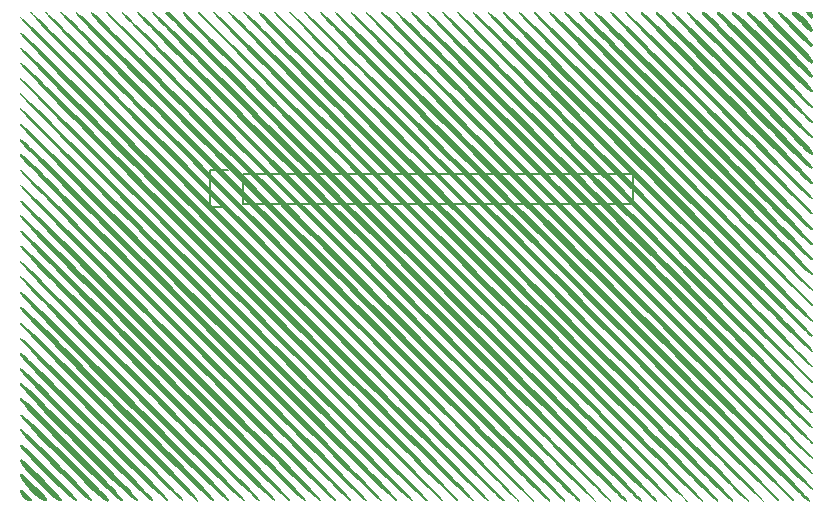
<source format=gbr>
G04 #@! TF.FileFunction,Legend,Bot*
%FSLAX46Y46*%
G04 Gerber Fmt 4.6, Leading zero omitted, Abs format (unit mm)*
G04 Created by KiCad (PCBNEW 4.0.2-stable) date Sunday, August 14, 2016 'PMt' 09:10:01 PM*
%MOMM*%
G01*
G04 APERTURE LIST*
%ADD10C,0.100000*%
%ADD11C,0.150000*%
%ADD12C,0.010000*%
G04 APERTURE END LIST*
D10*
D11*
X123190000Y-99060000D02*
X156210000Y-99060000D01*
X156210000Y-99060000D02*
X156210000Y-101600000D01*
X156210000Y-101600000D02*
X123190000Y-101600000D01*
X120370000Y-101880000D02*
X121920000Y-101880000D01*
X123190000Y-101600000D02*
X123190000Y-99060000D01*
X121920000Y-98780000D02*
X120370000Y-98780000D01*
X120370000Y-98780000D02*
X120370000Y-101880000D01*
D12*
G36*
X146420936Y-126658133D02*
X146191090Y-126400936D01*
X145800164Y-125984016D01*
X145257752Y-125416982D01*
X144573448Y-124709442D01*
X143756847Y-123871002D01*
X142817543Y-122911272D01*
X141765131Y-121839858D01*
X140609206Y-120666369D01*
X139359362Y-119400412D01*
X138025193Y-118051595D01*
X136616295Y-116629526D01*
X135142262Y-115143812D01*
X133612689Y-113604062D01*
X132037170Y-112019882D01*
X130425299Y-110400882D01*
X128786672Y-108756668D01*
X127130883Y-107096848D01*
X125467527Y-105431030D01*
X123806197Y-103768822D01*
X122156489Y-102119832D01*
X120527998Y-100493667D01*
X118930318Y-98899935D01*
X117373043Y-97348244D01*
X115865768Y-95848202D01*
X114418087Y-94409416D01*
X113039596Y-93041494D01*
X111739889Y-91754045D01*
X110528561Y-90556675D01*
X109415205Y-89458992D01*
X108409417Y-88470605D01*
X107520792Y-87601120D01*
X106758923Y-86860146D01*
X106133405Y-86257291D01*
X105653834Y-85802162D01*
X105329803Y-85504367D01*
X105170908Y-85373514D01*
X105158878Y-85368059D01*
X105171905Y-85414151D01*
X105291953Y-85564938D01*
X105523302Y-85824758D01*
X105870231Y-86197954D01*
X106337019Y-86688864D01*
X106927946Y-87301829D01*
X107647292Y-88041189D01*
X108499336Y-88911283D01*
X109488357Y-89916453D01*
X110618634Y-91061039D01*
X111894449Y-92349379D01*
X113320079Y-93785815D01*
X114899804Y-95374687D01*
X116637905Y-97120335D01*
X118538660Y-99027099D01*
X120606348Y-101099318D01*
X122845250Y-103341334D01*
X125259645Y-105757486D01*
X125539353Y-106037309D01*
X127884779Y-108382586D01*
X130110119Y-110605685D01*
X132211480Y-112702759D01*
X134184970Y-114669957D01*
X136026697Y-116503431D01*
X137732769Y-118199332D01*
X139299292Y-119753809D01*
X140722376Y-121163015D01*
X141998127Y-122423100D01*
X143122654Y-123530215D01*
X144092064Y-124480511D01*
X144902465Y-125270139D01*
X145549965Y-125895249D01*
X146030671Y-126351992D01*
X146340691Y-126636520D01*
X146476133Y-126744982D01*
X146480105Y-126746000D01*
X146420936Y-126658133D01*
X146420936Y-126658133D01*
G37*
X146420936Y-126658133D02*
X146191090Y-126400936D01*
X145800164Y-125984016D01*
X145257752Y-125416982D01*
X144573448Y-124709442D01*
X143756847Y-123871002D01*
X142817543Y-122911272D01*
X141765131Y-121839858D01*
X140609206Y-120666369D01*
X139359362Y-119400412D01*
X138025193Y-118051595D01*
X136616295Y-116629526D01*
X135142262Y-115143812D01*
X133612689Y-113604062D01*
X132037170Y-112019882D01*
X130425299Y-110400882D01*
X128786672Y-108756668D01*
X127130883Y-107096848D01*
X125467527Y-105431030D01*
X123806197Y-103768822D01*
X122156489Y-102119832D01*
X120527998Y-100493667D01*
X118930318Y-98899935D01*
X117373043Y-97348244D01*
X115865768Y-95848202D01*
X114418087Y-94409416D01*
X113039596Y-93041494D01*
X111739889Y-91754045D01*
X110528561Y-90556675D01*
X109415205Y-89458992D01*
X108409417Y-88470605D01*
X107520792Y-87601120D01*
X106758923Y-86860146D01*
X106133405Y-86257291D01*
X105653834Y-85802162D01*
X105329803Y-85504367D01*
X105170908Y-85373514D01*
X105158878Y-85368059D01*
X105171905Y-85414151D01*
X105291953Y-85564938D01*
X105523302Y-85824758D01*
X105870231Y-86197954D01*
X106337019Y-86688864D01*
X106927946Y-87301829D01*
X107647292Y-88041189D01*
X108499336Y-88911283D01*
X109488357Y-89916453D01*
X110618634Y-91061039D01*
X111894449Y-92349379D01*
X113320079Y-93785815D01*
X114899804Y-95374687D01*
X116637905Y-97120335D01*
X118538660Y-99027099D01*
X120606348Y-101099318D01*
X122845250Y-103341334D01*
X125259645Y-105757486D01*
X125539353Y-106037309D01*
X127884779Y-108382586D01*
X130110119Y-110605685D01*
X132211480Y-112702759D01*
X134184970Y-114669957D01*
X136026697Y-116503431D01*
X137732769Y-118199332D01*
X139299292Y-119753809D01*
X140722376Y-121163015D01*
X141998127Y-122423100D01*
X143122654Y-123530215D01*
X144092064Y-124480511D01*
X144902465Y-125270139D01*
X145549965Y-125895249D01*
X146030671Y-126351992D01*
X146340691Y-126636520D01*
X146476133Y-126744982D01*
X146480105Y-126746000D01*
X146420936Y-126658133D01*
G36*
X147691970Y-126658136D02*
X147461992Y-126400946D01*
X147070929Y-125984038D01*
X146528376Y-125417021D01*
X145843927Y-124709500D01*
X145027179Y-123871084D01*
X144087726Y-122911379D01*
X143035163Y-121839994D01*
X141879085Y-120666535D01*
X140629088Y-119400609D01*
X139294766Y-118051825D01*
X137885715Y-116629789D01*
X136411529Y-115144109D01*
X134881804Y-113604391D01*
X133306135Y-112020244D01*
X131694118Y-110401275D01*
X130055346Y-108757091D01*
X128399415Y-107097299D01*
X126735921Y-105431506D01*
X125074458Y-103769321D01*
X123424621Y-102120350D01*
X121796006Y-100494200D01*
X120198208Y-98900480D01*
X118640822Y-97348796D01*
X117133442Y-95848755D01*
X115685665Y-94409966D01*
X114307084Y-93042034D01*
X113007296Y-91754569D01*
X111795894Y-90557176D01*
X110682476Y-89459463D01*
X109676634Y-88471038D01*
X108787965Y-87601508D01*
X108026064Y-86860481D01*
X107400526Y-86257562D01*
X106920945Y-85802361D01*
X106596918Y-85504484D01*
X106438038Y-85373538D01*
X106426000Y-85368059D01*
X106441696Y-85416645D01*
X106569271Y-85574806D01*
X106812778Y-85846652D01*
X107176270Y-86236294D01*
X107663801Y-86747842D01*
X108279426Y-87385408D01*
X109027197Y-88153102D01*
X109911169Y-89055035D01*
X110935395Y-90095316D01*
X112103929Y-91278057D01*
X113420825Y-92607369D01*
X114890137Y-94087362D01*
X116515919Y-95722146D01*
X118302223Y-97515833D01*
X120253105Y-99472533D01*
X122372617Y-101596356D01*
X124664814Y-103891414D01*
X126809353Y-106037309D01*
X129176944Y-108404753D01*
X131420329Y-110645886D01*
X133535874Y-112757114D01*
X135519942Y-114734841D01*
X137368899Y-116575472D01*
X139079108Y-118275413D01*
X140646934Y-119831067D01*
X142068741Y-121238841D01*
X143340895Y-122495139D01*
X144459759Y-123596365D01*
X145421697Y-124538926D01*
X146223075Y-125319225D01*
X146860257Y-125933668D01*
X147329606Y-126378659D01*
X147627489Y-126650604D01*
X147750268Y-126745908D01*
X147751267Y-126746000D01*
X147691970Y-126658136D01*
X147691970Y-126658136D01*
G37*
X147691970Y-126658136D02*
X147461992Y-126400946D01*
X147070929Y-125984038D01*
X146528376Y-125417021D01*
X145843927Y-124709500D01*
X145027179Y-123871084D01*
X144087726Y-122911379D01*
X143035163Y-121839994D01*
X141879085Y-120666535D01*
X140629088Y-119400609D01*
X139294766Y-118051825D01*
X137885715Y-116629789D01*
X136411529Y-115144109D01*
X134881804Y-113604391D01*
X133306135Y-112020244D01*
X131694118Y-110401275D01*
X130055346Y-108757091D01*
X128399415Y-107097299D01*
X126735921Y-105431506D01*
X125074458Y-103769321D01*
X123424621Y-102120350D01*
X121796006Y-100494200D01*
X120198208Y-98900480D01*
X118640822Y-97348796D01*
X117133442Y-95848755D01*
X115685665Y-94409966D01*
X114307084Y-93042034D01*
X113007296Y-91754569D01*
X111795894Y-90557176D01*
X110682476Y-89459463D01*
X109676634Y-88471038D01*
X108787965Y-87601508D01*
X108026064Y-86860481D01*
X107400526Y-86257562D01*
X106920945Y-85802361D01*
X106596918Y-85504484D01*
X106438038Y-85373538D01*
X106426000Y-85368059D01*
X106441696Y-85416645D01*
X106569271Y-85574806D01*
X106812778Y-85846652D01*
X107176270Y-86236294D01*
X107663801Y-86747842D01*
X108279426Y-87385408D01*
X109027197Y-88153102D01*
X109911169Y-89055035D01*
X110935395Y-90095316D01*
X112103929Y-91278057D01*
X113420825Y-92607369D01*
X114890137Y-94087362D01*
X116515919Y-95722146D01*
X118302223Y-97515833D01*
X120253105Y-99472533D01*
X122372617Y-101596356D01*
X124664814Y-103891414D01*
X126809353Y-106037309D01*
X129176944Y-108404753D01*
X131420329Y-110645886D01*
X133535874Y-112757114D01*
X135519942Y-114734841D01*
X137368899Y-116575472D01*
X139079108Y-118275413D01*
X140646934Y-119831067D01*
X142068741Y-121238841D01*
X143340895Y-122495139D01*
X144459759Y-123596365D01*
X145421697Y-124538926D01*
X146223075Y-125319225D01*
X146860257Y-125933668D01*
X147329606Y-126378659D01*
X147627489Y-126650604D01*
X147750268Y-126745908D01*
X147751267Y-126746000D01*
X147691970Y-126658136D01*
G36*
X149103807Y-126716159D02*
X149043625Y-126622692D01*
X148911337Y-126459684D01*
X148701118Y-126221220D01*
X148407145Y-125901386D01*
X148023594Y-125494267D01*
X147544640Y-124993948D01*
X146964461Y-124394514D01*
X146277231Y-123690051D01*
X145477127Y-122874644D01*
X144558325Y-121942377D01*
X143515001Y-120887337D01*
X142341331Y-119703607D01*
X141031490Y-118385275D01*
X139579655Y-116926424D01*
X137980003Y-115321140D01*
X136226708Y-113563508D01*
X134313947Y-111647614D01*
X132235896Y-109567542D01*
X129986730Y-107317378D01*
X128714499Y-106045000D01*
X126356611Y-103687570D01*
X124171921Y-101504382D01*
X122154500Y-99489597D01*
X120298418Y-97637375D01*
X118597747Y-95941877D01*
X117046558Y-94397263D01*
X115638921Y-92997693D01*
X114368907Y-91737328D01*
X113230588Y-90610327D01*
X112218034Y-89610853D01*
X111325316Y-88733064D01*
X110546505Y-87971122D01*
X109875672Y-87319186D01*
X109306888Y-86771418D01*
X108834224Y-86321977D01*
X108451750Y-85965024D01*
X108153538Y-85694719D01*
X107933659Y-85505223D01*
X107786183Y-85390696D01*
X107705181Y-85345299D01*
X107696292Y-85344000D01*
X107690192Y-85373842D01*
X107750374Y-85467309D01*
X107882662Y-85630317D01*
X108092881Y-85868781D01*
X108386854Y-86188615D01*
X108770405Y-86595734D01*
X109249359Y-87096053D01*
X109829538Y-87695487D01*
X110516768Y-88399950D01*
X111316872Y-89215357D01*
X112235674Y-90147624D01*
X113278998Y-91202664D01*
X114452668Y-92386394D01*
X115762509Y-93704726D01*
X117214344Y-95163577D01*
X118813996Y-96768861D01*
X120567291Y-98526493D01*
X122480052Y-100442387D01*
X124558103Y-102522459D01*
X126807269Y-104772623D01*
X128079499Y-106045000D01*
X130437388Y-108402431D01*
X132622078Y-110585619D01*
X134639499Y-112600404D01*
X136495581Y-114452626D01*
X138196252Y-116148124D01*
X139747441Y-117692738D01*
X141155078Y-119092308D01*
X142425092Y-120352673D01*
X143563411Y-121479674D01*
X144575965Y-122479148D01*
X145468683Y-123356937D01*
X146247494Y-124118879D01*
X146918327Y-124770815D01*
X147487111Y-125318583D01*
X147959775Y-125768024D01*
X148342249Y-126124977D01*
X148640461Y-126395282D01*
X148860340Y-126584778D01*
X149007816Y-126699305D01*
X149088818Y-126744702D01*
X149097707Y-126746000D01*
X149103807Y-126716159D01*
X149103807Y-126716159D01*
G37*
X149103807Y-126716159D02*
X149043625Y-126622692D01*
X148911337Y-126459684D01*
X148701118Y-126221220D01*
X148407145Y-125901386D01*
X148023594Y-125494267D01*
X147544640Y-124993948D01*
X146964461Y-124394514D01*
X146277231Y-123690051D01*
X145477127Y-122874644D01*
X144558325Y-121942377D01*
X143515001Y-120887337D01*
X142341331Y-119703607D01*
X141031490Y-118385275D01*
X139579655Y-116926424D01*
X137980003Y-115321140D01*
X136226708Y-113563508D01*
X134313947Y-111647614D01*
X132235896Y-109567542D01*
X129986730Y-107317378D01*
X128714499Y-106045000D01*
X126356611Y-103687570D01*
X124171921Y-101504382D01*
X122154500Y-99489597D01*
X120298418Y-97637375D01*
X118597747Y-95941877D01*
X117046558Y-94397263D01*
X115638921Y-92997693D01*
X114368907Y-91737328D01*
X113230588Y-90610327D01*
X112218034Y-89610853D01*
X111325316Y-88733064D01*
X110546505Y-87971122D01*
X109875672Y-87319186D01*
X109306888Y-86771418D01*
X108834224Y-86321977D01*
X108451750Y-85965024D01*
X108153538Y-85694719D01*
X107933659Y-85505223D01*
X107786183Y-85390696D01*
X107705181Y-85345299D01*
X107696292Y-85344000D01*
X107690192Y-85373842D01*
X107750374Y-85467309D01*
X107882662Y-85630317D01*
X108092881Y-85868781D01*
X108386854Y-86188615D01*
X108770405Y-86595734D01*
X109249359Y-87096053D01*
X109829538Y-87695487D01*
X110516768Y-88399950D01*
X111316872Y-89215357D01*
X112235674Y-90147624D01*
X113278998Y-91202664D01*
X114452668Y-92386394D01*
X115762509Y-93704726D01*
X117214344Y-95163577D01*
X118813996Y-96768861D01*
X120567291Y-98526493D01*
X122480052Y-100442387D01*
X124558103Y-102522459D01*
X126807269Y-104772623D01*
X128079499Y-106045000D01*
X130437388Y-108402431D01*
X132622078Y-110585619D01*
X134639499Y-112600404D01*
X136495581Y-114452626D01*
X138196252Y-116148124D01*
X139747441Y-117692738D01*
X141155078Y-119092308D01*
X142425092Y-120352673D01*
X143563411Y-121479674D01*
X144575965Y-122479148D01*
X145468683Y-123356937D01*
X146247494Y-124118879D01*
X146918327Y-124770815D01*
X147487111Y-125318583D01*
X147959775Y-125768024D01*
X148342249Y-126124977D01*
X148640461Y-126395282D01*
X148860340Y-126584778D01*
X149007816Y-126699305D01*
X149088818Y-126744702D01*
X149097707Y-126746000D01*
X149103807Y-126716159D01*
G36*
X150373799Y-126716166D02*
X150313638Y-126622718D01*
X150181382Y-126459742D01*
X149971209Y-126221323D01*
X149677293Y-125901545D01*
X149293811Y-125494494D01*
X148814937Y-124994253D01*
X148234847Y-124394909D01*
X147547718Y-123690545D01*
X146747724Y-122875247D01*
X145829042Y-121943099D01*
X144785846Y-120888187D01*
X143612313Y-119704595D01*
X142302618Y-118386407D01*
X140850937Y-116927709D01*
X139251445Y-115322586D01*
X137498319Y-113565122D01*
X135585733Y-111649402D01*
X133507863Y-109569511D01*
X131258886Y-107319534D01*
X129984500Y-106045001D01*
X127393960Y-103455526D01*
X124970699Y-101035527D01*
X122715505Y-98785784D01*
X120629168Y-96707076D01*
X118712476Y-94800183D01*
X116966219Y-93065885D01*
X115391186Y-91504961D01*
X113988167Y-90118192D01*
X112757950Y-88906357D01*
X111701325Y-87870235D01*
X110819082Y-87010607D01*
X110112008Y-86328252D01*
X109580894Y-85823950D01*
X109226530Y-85498481D01*
X109049703Y-85352624D01*
X109031089Y-85344000D01*
X109005525Y-85406336D01*
X109128342Y-85599624D01*
X109407694Y-85933286D01*
X109851732Y-86416744D01*
X110468609Y-87059420D01*
X110871801Y-87471250D01*
X111169397Y-87772345D01*
X111636817Y-88243468D01*
X112264396Y-88874926D01*
X113042471Y-89657023D01*
X113961378Y-90580067D01*
X115011453Y-91634362D01*
X116183032Y-92810214D01*
X117466452Y-94097930D01*
X118852049Y-95487814D01*
X120330159Y-96970173D01*
X121891118Y-98535312D01*
X123525263Y-100173537D01*
X125222929Y-101875153D01*
X126974453Y-103630467D01*
X128770172Y-105429784D01*
X130600420Y-107263410D01*
X131507695Y-108172250D01*
X133734080Y-110401840D01*
X135787814Y-112457317D01*
X137675169Y-114344859D01*
X139402416Y-116070641D01*
X140975825Y-117640838D01*
X142401667Y-119061625D01*
X143686212Y-120339179D01*
X144835732Y-121479675D01*
X145856497Y-122489288D01*
X146754778Y-123374194D01*
X147536845Y-124140569D01*
X148208970Y-124794587D01*
X148777422Y-125342426D01*
X149248473Y-125790259D01*
X149628394Y-126144263D01*
X149923455Y-126410614D01*
X150139926Y-126595486D01*
X150284079Y-126705056D01*
X150362185Y-126745498D01*
X150367691Y-126746000D01*
X150373799Y-126716166D01*
X150373799Y-126716166D01*
G37*
X150373799Y-126716166D02*
X150313638Y-126622718D01*
X150181382Y-126459742D01*
X149971209Y-126221323D01*
X149677293Y-125901545D01*
X149293811Y-125494494D01*
X148814937Y-124994253D01*
X148234847Y-124394909D01*
X147547718Y-123690545D01*
X146747724Y-122875247D01*
X145829042Y-121943099D01*
X144785846Y-120888187D01*
X143612313Y-119704595D01*
X142302618Y-118386407D01*
X140850937Y-116927709D01*
X139251445Y-115322586D01*
X137498319Y-113565122D01*
X135585733Y-111649402D01*
X133507863Y-109569511D01*
X131258886Y-107319534D01*
X129984500Y-106045001D01*
X127393960Y-103455526D01*
X124970699Y-101035527D01*
X122715505Y-98785784D01*
X120629168Y-96707076D01*
X118712476Y-94800183D01*
X116966219Y-93065885D01*
X115391186Y-91504961D01*
X113988167Y-90118192D01*
X112757950Y-88906357D01*
X111701325Y-87870235D01*
X110819082Y-87010607D01*
X110112008Y-86328252D01*
X109580894Y-85823950D01*
X109226530Y-85498481D01*
X109049703Y-85352624D01*
X109031089Y-85344000D01*
X109005525Y-85406336D01*
X109128342Y-85599624D01*
X109407694Y-85933286D01*
X109851732Y-86416744D01*
X110468609Y-87059420D01*
X110871801Y-87471250D01*
X111169397Y-87772345D01*
X111636817Y-88243468D01*
X112264396Y-88874926D01*
X113042471Y-89657023D01*
X113961378Y-90580067D01*
X115011453Y-91634362D01*
X116183032Y-92810214D01*
X117466452Y-94097930D01*
X118852049Y-95487814D01*
X120330159Y-96970173D01*
X121891118Y-98535312D01*
X123525263Y-100173537D01*
X125222929Y-101875153D01*
X126974453Y-103630467D01*
X128770172Y-105429784D01*
X130600420Y-107263410D01*
X131507695Y-108172250D01*
X133734080Y-110401840D01*
X135787814Y-112457317D01*
X137675169Y-114344859D01*
X139402416Y-116070641D01*
X140975825Y-117640838D01*
X142401667Y-119061625D01*
X143686212Y-120339179D01*
X144835732Y-121479675D01*
X145856497Y-122489288D01*
X146754778Y-123374194D01*
X147536845Y-124140569D01*
X148208970Y-124794587D01*
X148777422Y-125342426D01*
X149248473Y-125790259D01*
X149628394Y-126144263D01*
X149923455Y-126410614D01*
X150139926Y-126595486D01*
X150284079Y-126705056D01*
X150362185Y-126745498D01*
X150367691Y-126746000D01*
X150373799Y-126716166D01*
G36*
X151643800Y-126716165D02*
X151583635Y-126622714D01*
X151451375Y-126459732D01*
X151241194Y-126221306D01*
X150947269Y-125901519D01*
X150563775Y-125494456D01*
X150084888Y-124994203D01*
X149504783Y-124394843D01*
X148817637Y-123690463D01*
X148017625Y-122875147D01*
X147098923Y-121942980D01*
X146055706Y-120888046D01*
X144882150Y-119704431D01*
X143572431Y-118386219D01*
X142120725Y-116927496D01*
X140521206Y-115322346D01*
X138768052Y-113564854D01*
X136855437Y-111649105D01*
X134777537Y-109569184D01*
X132528529Y-107319176D01*
X131254500Y-106045001D01*
X128668950Y-103460514D01*
X126249680Y-101044502D01*
X123997550Y-98797814D01*
X121913417Y-96721297D01*
X119998140Y-94815800D01*
X118252577Y-93082171D01*
X116677587Y-91521258D01*
X115274029Y-90133909D01*
X114042762Y-88920973D01*
X112984643Y-87883298D01*
X112100531Y-87021732D01*
X111391285Y-86337122D01*
X110857763Y-85830319D01*
X110500824Y-85502169D01*
X110321327Y-85353521D01*
X110301347Y-85344000D01*
X110266789Y-85402960D01*
X110377918Y-85587407D01*
X110644287Y-85908692D01*
X111075448Y-86378167D01*
X111680954Y-87007181D01*
X111824429Y-87153750D01*
X112088394Y-87421213D01*
X112522489Y-87859005D01*
X113117353Y-88457735D01*
X113863626Y-89208014D01*
X114751946Y-90100450D01*
X115772953Y-91125654D01*
X116917287Y-92274235D01*
X118175585Y-93536802D01*
X119538489Y-94903966D01*
X120996636Y-96366335D01*
X122540666Y-97914520D01*
X124161219Y-99539130D01*
X125848933Y-101230774D01*
X127594449Y-102980062D01*
X129388404Y-104777604D01*
X131221438Y-106614010D01*
X132460067Y-107854750D01*
X134706076Y-110103927D01*
X136779369Y-112178954D01*
X138686162Y-114085953D01*
X140432671Y-115831049D01*
X142025114Y-117420366D01*
X143469707Y-118860028D01*
X144772667Y-120156157D01*
X145940210Y-121314879D01*
X146978554Y-122342317D01*
X147893914Y-123244595D01*
X148692507Y-124027837D01*
X149380551Y-124698166D01*
X149964261Y-125261706D01*
X150449855Y-125724582D01*
X150843548Y-126092916D01*
X151151559Y-126372833D01*
X151380102Y-126570457D01*
X151535396Y-126691911D01*
X151623656Y-126743320D01*
X151637694Y-126746000D01*
X151643800Y-126716165D01*
X151643800Y-126716165D01*
G37*
X151643800Y-126716165D02*
X151583635Y-126622714D01*
X151451375Y-126459732D01*
X151241194Y-126221306D01*
X150947269Y-125901519D01*
X150563775Y-125494456D01*
X150084888Y-124994203D01*
X149504783Y-124394843D01*
X148817637Y-123690463D01*
X148017625Y-122875147D01*
X147098923Y-121942980D01*
X146055706Y-120888046D01*
X144882150Y-119704431D01*
X143572431Y-118386219D01*
X142120725Y-116927496D01*
X140521206Y-115322346D01*
X138768052Y-113564854D01*
X136855437Y-111649105D01*
X134777537Y-109569184D01*
X132528529Y-107319176D01*
X131254500Y-106045001D01*
X128668950Y-103460514D01*
X126249680Y-101044502D01*
X123997550Y-98797814D01*
X121913417Y-96721297D01*
X119998140Y-94815800D01*
X118252577Y-93082171D01*
X116677587Y-91521258D01*
X115274029Y-90133909D01*
X114042762Y-88920973D01*
X112984643Y-87883298D01*
X112100531Y-87021732D01*
X111391285Y-86337122D01*
X110857763Y-85830319D01*
X110500824Y-85502169D01*
X110321327Y-85353521D01*
X110301347Y-85344000D01*
X110266789Y-85402960D01*
X110377918Y-85587407D01*
X110644287Y-85908692D01*
X111075448Y-86378167D01*
X111680954Y-87007181D01*
X111824429Y-87153750D01*
X112088394Y-87421213D01*
X112522489Y-87859005D01*
X113117353Y-88457735D01*
X113863626Y-89208014D01*
X114751946Y-90100450D01*
X115772953Y-91125654D01*
X116917287Y-92274235D01*
X118175585Y-93536802D01*
X119538489Y-94903966D01*
X120996636Y-96366335D01*
X122540666Y-97914520D01*
X124161219Y-99539130D01*
X125848933Y-101230774D01*
X127594449Y-102980062D01*
X129388404Y-104777604D01*
X131221438Y-106614010D01*
X132460067Y-107854750D01*
X134706076Y-110103927D01*
X136779369Y-112178954D01*
X138686162Y-114085953D01*
X140432671Y-115831049D01*
X142025114Y-117420366D01*
X143469707Y-118860028D01*
X144772667Y-120156157D01*
X145940210Y-121314879D01*
X146978554Y-122342317D01*
X147893914Y-123244595D01*
X148692507Y-124027837D01*
X149380551Y-124698166D01*
X149964261Y-125261706D01*
X150449855Y-125724582D01*
X150843548Y-126092916D01*
X151151559Y-126372833D01*
X151380102Y-126570457D01*
X151535396Y-126691911D01*
X151623656Y-126743320D01*
X151637694Y-126746000D01*
X151643800Y-126716165D01*
G36*
X152917142Y-126659868D02*
X152688352Y-126401195D01*
X152284425Y-125969562D01*
X151704950Y-125364554D01*
X150949516Y-124585755D01*
X150017710Y-123632747D01*
X148909121Y-122505114D01*
X147623338Y-121202439D01*
X146159950Y-119724306D01*
X144518544Y-118070298D01*
X142698709Y-116239997D01*
X140700033Y-114232989D01*
X138522106Y-112048856D01*
X136164515Y-109687180D01*
X133626850Y-107147547D01*
X132524500Y-106045001D01*
X129908833Y-103430405D01*
X127465492Y-100990349D01*
X125194914Y-98725263D01*
X123097533Y-96635580D01*
X121173787Y-94721729D01*
X119424112Y-92984141D01*
X117848942Y-91423247D01*
X116448716Y-90039479D01*
X115223869Y-88833266D01*
X114174836Y-87805040D01*
X113302055Y-86955232D01*
X112605962Y-86284273D01*
X112086992Y-85792593D01*
X111745581Y-85480623D01*
X111582167Y-85348795D01*
X111569792Y-85344000D01*
X111623857Y-85430133D01*
X111852647Y-85688806D01*
X112256574Y-86120439D01*
X112836049Y-86725447D01*
X113591483Y-87504246D01*
X114523289Y-88457254D01*
X115631878Y-89584887D01*
X116917661Y-90887562D01*
X118381049Y-92365695D01*
X120022455Y-94019703D01*
X121842290Y-95850004D01*
X123840966Y-97857012D01*
X126018893Y-100041145D01*
X128376484Y-102402821D01*
X130914149Y-104942454D01*
X132016499Y-106045000D01*
X134632166Y-108659596D01*
X137075507Y-111099652D01*
X139346085Y-113364738D01*
X141443466Y-115454421D01*
X143367212Y-117368272D01*
X145116887Y-119105860D01*
X146692057Y-120666754D01*
X148092283Y-122050522D01*
X149317130Y-123256735D01*
X150366163Y-124284961D01*
X151238944Y-125134769D01*
X151935037Y-125805728D01*
X152454007Y-126297408D01*
X152795418Y-126609378D01*
X152958832Y-126741206D01*
X152971207Y-126746000D01*
X152917142Y-126659868D01*
X152917142Y-126659868D01*
G37*
X152917142Y-126659868D02*
X152688352Y-126401195D01*
X152284425Y-125969562D01*
X151704950Y-125364554D01*
X150949516Y-124585755D01*
X150017710Y-123632747D01*
X148909121Y-122505114D01*
X147623338Y-121202439D01*
X146159950Y-119724306D01*
X144518544Y-118070298D01*
X142698709Y-116239997D01*
X140700033Y-114232989D01*
X138522106Y-112048856D01*
X136164515Y-109687180D01*
X133626850Y-107147547D01*
X132524500Y-106045001D01*
X129908833Y-103430405D01*
X127465492Y-100990349D01*
X125194914Y-98725263D01*
X123097533Y-96635580D01*
X121173787Y-94721729D01*
X119424112Y-92984141D01*
X117848942Y-91423247D01*
X116448716Y-90039479D01*
X115223869Y-88833266D01*
X114174836Y-87805040D01*
X113302055Y-86955232D01*
X112605962Y-86284273D01*
X112086992Y-85792593D01*
X111745581Y-85480623D01*
X111582167Y-85348795D01*
X111569792Y-85344000D01*
X111623857Y-85430133D01*
X111852647Y-85688806D01*
X112256574Y-86120439D01*
X112836049Y-86725447D01*
X113591483Y-87504246D01*
X114523289Y-88457254D01*
X115631878Y-89584887D01*
X116917661Y-90887562D01*
X118381049Y-92365695D01*
X120022455Y-94019703D01*
X121842290Y-95850004D01*
X123840966Y-97857012D01*
X126018893Y-100041145D01*
X128376484Y-102402821D01*
X130914149Y-104942454D01*
X132016499Y-106045000D01*
X134632166Y-108659596D01*
X137075507Y-111099652D01*
X139346085Y-113364738D01*
X141443466Y-115454421D01*
X143367212Y-117368272D01*
X145116887Y-119105860D01*
X146692057Y-120666754D01*
X148092283Y-122050522D01*
X149317130Y-123256735D01*
X150366163Y-124284961D01*
X151238944Y-125134769D01*
X151935037Y-125805728D01*
X152454007Y-126297408D01*
X152795418Y-126609378D01*
X152958832Y-126741206D01*
X152971207Y-126746000D01*
X152917142Y-126659868D01*
G36*
X154177006Y-126658151D02*
X153947534Y-126401005D01*
X153556943Y-125984167D01*
X153014829Y-125417243D01*
X152330787Y-124709837D01*
X151514409Y-123871554D01*
X150575291Y-122911999D01*
X149523027Y-121840776D01*
X148367212Y-120667491D01*
X147117439Y-119401748D01*
X145783303Y-118053152D01*
X144374398Y-116631308D01*
X142900319Y-115145821D01*
X141370660Y-113606295D01*
X139795016Y-112022336D01*
X138182979Y-110403548D01*
X136544146Y-108759536D01*
X134888111Y-107099904D01*
X133224467Y-105434259D01*
X131562808Y-103772204D01*
X129912731Y-102123344D01*
X128283827Y-100497284D01*
X126685693Y-98903629D01*
X125127923Y-97351984D01*
X123620109Y-95851954D01*
X122171848Y-94413143D01*
X120792733Y-93045156D01*
X119492359Y-91757598D01*
X118280320Y-90560074D01*
X117166210Y-89462189D01*
X116159624Y-88473547D01*
X115270156Y-87603754D01*
X114507400Y-86862413D01*
X113880951Y-86259131D01*
X113400403Y-85803511D01*
X113075350Y-85505160D01*
X112915387Y-85373680D01*
X112903000Y-85368059D01*
X112918696Y-85416645D01*
X113046271Y-85574806D01*
X113289778Y-85846652D01*
X113653270Y-86236294D01*
X114140801Y-86747842D01*
X114756426Y-87385408D01*
X115504197Y-88153102D01*
X116388169Y-89055035D01*
X117412395Y-90095316D01*
X118580929Y-91278057D01*
X119897825Y-92607369D01*
X121367137Y-94087362D01*
X122992919Y-95722146D01*
X124779223Y-97515833D01*
X126730105Y-99472533D01*
X128849617Y-101596356D01*
X131141814Y-103891414D01*
X133286353Y-106037309D01*
X135797627Y-108548453D01*
X138157276Y-110905769D01*
X140363443Y-113107422D01*
X142414273Y-115151577D01*
X144307909Y-117036398D01*
X146042495Y-118760051D01*
X147616174Y-120320701D01*
X149027090Y-121716512D01*
X150273386Y-122945651D01*
X151353207Y-124006281D01*
X152264696Y-124896567D01*
X153005997Y-125614676D01*
X153575252Y-126158771D01*
X153970607Y-126527018D01*
X154190205Y-126717581D01*
X154235767Y-126746000D01*
X154177006Y-126658151D01*
X154177006Y-126658151D01*
G37*
X154177006Y-126658151D02*
X153947534Y-126401005D01*
X153556943Y-125984167D01*
X153014829Y-125417243D01*
X152330787Y-124709837D01*
X151514409Y-123871554D01*
X150575291Y-122911999D01*
X149523027Y-121840776D01*
X148367212Y-120667491D01*
X147117439Y-119401748D01*
X145783303Y-118053152D01*
X144374398Y-116631308D01*
X142900319Y-115145821D01*
X141370660Y-113606295D01*
X139795016Y-112022336D01*
X138182979Y-110403548D01*
X136544146Y-108759536D01*
X134888111Y-107099904D01*
X133224467Y-105434259D01*
X131562808Y-103772204D01*
X129912731Y-102123344D01*
X128283827Y-100497284D01*
X126685693Y-98903629D01*
X125127923Y-97351984D01*
X123620109Y-95851954D01*
X122171848Y-94413143D01*
X120792733Y-93045156D01*
X119492359Y-91757598D01*
X118280320Y-90560074D01*
X117166210Y-89462189D01*
X116159624Y-88473547D01*
X115270156Y-87603754D01*
X114507400Y-86862413D01*
X113880951Y-86259131D01*
X113400403Y-85803511D01*
X113075350Y-85505160D01*
X112915387Y-85373680D01*
X112903000Y-85368059D01*
X112918696Y-85416645D01*
X113046271Y-85574806D01*
X113289778Y-85846652D01*
X113653270Y-86236294D01*
X114140801Y-86747842D01*
X114756426Y-87385408D01*
X115504197Y-88153102D01*
X116388169Y-89055035D01*
X117412395Y-90095316D01*
X118580929Y-91278057D01*
X119897825Y-92607369D01*
X121367137Y-94087362D01*
X122992919Y-95722146D01*
X124779223Y-97515833D01*
X126730105Y-99472533D01*
X128849617Y-101596356D01*
X131141814Y-103891414D01*
X133286353Y-106037309D01*
X135797627Y-108548453D01*
X138157276Y-110905769D01*
X140363443Y-113107422D01*
X142414273Y-115151577D01*
X144307909Y-117036398D01*
X146042495Y-118760051D01*
X147616174Y-120320701D01*
X149027090Y-121716512D01*
X150273386Y-122945651D01*
X151353207Y-124006281D01*
X152264696Y-124896567D01*
X153005997Y-125614676D01*
X153575252Y-126158771D01*
X153970607Y-126527018D01*
X154190205Y-126717581D01*
X154235767Y-126746000D01*
X154177006Y-126658151D01*
G36*
X155580807Y-126716159D02*
X155520625Y-126622692D01*
X155388337Y-126459684D01*
X155178118Y-126221220D01*
X154884145Y-125901386D01*
X154500594Y-125494267D01*
X154021640Y-124993948D01*
X153441461Y-124394514D01*
X152754231Y-123690051D01*
X151954127Y-122874644D01*
X151035325Y-121942377D01*
X149992001Y-120887337D01*
X148818331Y-119703607D01*
X147508490Y-118385275D01*
X146056655Y-116926424D01*
X144457003Y-115321140D01*
X142703708Y-113563508D01*
X140790947Y-111647614D01*
X138712896Y-109567542D01*
X136463730Y-107317378D01*
X135191499Y-106045000D01*
X132833611Y-103687570D01*
X130648921Y-101504382D01*
X128631500Y-99489597D01*
X126775418Y-97637375D01*
X125074747Y-95941877D01*
X123523558Y-94397263D01*
X122115921Y-92997693D01*
X120845907Y-91737328D01*
X119707588Y-90610327D01*
X118695034Y-89610853D01*
X117802316Y-88733064D01*
X117023505Y-87971122D01*
X116352672Y-87319186D01*
X115783888Y-86771418D01*
X115311224Y-86321977D01*
X114928750Y-85965024D01*
X114630538Y-85694719D01*
X114410659Y-85505223D01*
X114263183Y-85390696D01*
X114182181Y-85345299D01*
X114173292Y-85344000D01*
X114167192Y-85373842D01*
X114227374Y-85467309D01*
X114359662Y-85630317D01*
X114569881Y-85868781D01*
X114863854Y-86188615D01*
X115247405Y-86595734D01*
X115726359Y-87096053D01*
X116306538Y-87695487D01*
X116993768Y-88399950D01*
X117793872Y-89215357D01*
X118712674Y-90147624D01*
X119755998Y-91202664D01*
X120929668Y-92386394D01*
X122239509Y-93704726D01*
X123691344Y-95163577D01*
X125290996Y-96768861D01*
X127044291Y-98526493D01*
X128957052Y-100442387D01*
X131035103Y-102522459D01*
X133284269Y-104772623D01*
X134556499Y-106045000D01*
X136914388Y-108402431D01*
X139099078Y-110585619D01*
X141116499Y-112600404D01*
X142972581Y-114452626D01*
X144673252Y-116148124D01*
X146224441Y-117692738D01*
X147632078Y-119092308D01*
X148902092Y-120352673D01*
X150040411Y-121479674D01*
X151052965Y-122479148D01*
X151945683Y-123356937D01*
X152724494Y-124118879D01*
X153395327Y-124770815D01*
X153964111Y-125318583D01*
X154436775Y-125768024D01*
X154819249Y-126124977D01*
X155117461Y-126395282D01*
X155337340Y-126584778D01*
X155484816Y-126699305D01*
X155565818Y-126744702D01*
X155574707Y-126746000D01*
X155580807Y-126716159D01*
X155580807Y-126716159D01*
G37*
X155580807Y-126716159D02*
X155520625Y-126622692D01*
X155388337Y-126459684D01*
X155178118Y-126221220D01*
X154884145Y-125901386D01*
X154500594Y-125494267D01*
X154021640Y-124993948D01*
X153441461Y-124394514D01*
X152754231Y-123690051D01*
X151954127Y-122874644D01*
X151035325Y-121942377D01*
X149992001Y-120887337D01*
X148818331Y-119703607D01*
X147508490Y-118385275D01*
X146056655Y-116926424D01*
X144457003Y-115321140D01*
X142703708Y-113563508D01*
X140790947Y-111647614D01*
X138712896Y-109567542D01*
X136463730Y-107317378D01*
X135191499Y-106045000D01*
X132833611Y-103687570D01*
X130648921Y-101504382D01*
X128631500Y-99489597D01*
X126775418Y-97637375D01*
X125074747Y-95941877D01*
X123523558Y-94397263D01*
X122115921Y-92997693D01*
X120845907Y-91737328D01*
X119707588Y-90610327D01*
X118695034Y-89610853D01*
X117802316Y-88733064D01*
X117023505Y-87971122D01*
X116352672Y-87319186D01*
X115783888Y-86771418D01*
X115311224Y-86321977D01*
X114928750Y-85965024D01*
X114630538Y-85694719D01*
X114410659Y-85505223D01*
X114263183Y-85390696D01*
X114182181Y-85345299D01*
X114173292Y-85344000D01*
X114167192Y-85373842D01*
X114227374Y-85467309D01*
X114359662Y-85630317D01*
X114569881Y-85868781D01*
X114863854Y-86188615D01*
X115247405Y-86595734D01*
X115726359Y-87096053D01*
X116306538Y-87695487D01*
X116993768Y-88399950D01*
X117793872Y-89215357D01*
X118712674Y-90147624D01*
X119755998Y-91202664D01*
X120929668Y-92386394D01*
X122239509Y-93704726D01*
X123691344Y-95163577D01*
X125290996Y-96768861D01*
X127044291Y-98526493D01*
X128957052Y-100442387D01*
X131035103Y-102522459D01*
X133284269Y-104772623D01*
X134556499Y-106045000D01*
X136914388Y-108402431D01*
X139099078Y-110585619D01*
X141116499Y-112600404D01*
X142972581Y-114452626D01*
X144673252Y-116148124D01*
X146224441Y-117692738D01*
X147632078Y-119092308D01*
X148902092Y-120352673D01*
X150040411Y-121479674D01*
X151052965Y-122479148D01*
X151945683Y-123356937D01*
X152724494Y-124118879D01*
X153395327Y-124770815D01*
X153964111Y-125318583D01*
X154436775Y-125768024D01*
X154819249Y-126124977D01*
X155117461Y-126395282D01*
X155337340Y-126584778D01*
X155484816Y-126699305D01*
X155565818Y-126744702D01*
X155574707Y-126746000D01*
X155580807Y-126716159D01*
G36*
X156850807Y-126716159D02*
X156790625Y-126622692D01*
X156658337Y-126459684D01*
X156448118Y-126221220D01*
X156154145Y-125901386D01*
X155770594Y-125494267D01*
X155291640Y-124993948D01*
X154711461Y-124394514D01*
X154024231Y-123690051D01*
X153224127Y-122874644D01*
X152305325Y-121942377D01*
X151262001Y-120887337D01*
X150088331Y-119703607D01*
X148778490Y-118385275D01*
X147326655Y-116926424D01*
X145727003Y-115321140D01*
X143973708Y-113563508D01*
X142060947Y-111647614D01*
X139982896Y-109567542D01*
X137733730Y-107317378D01*
X136461499Y-106045000D01*
X134103611Y-103687570D01*
X131918921Y-101504382D01*
X129901500Y-99489597D01*
X128045418Y-97637375D01*
X126344747Y-95941877D01*
X124793558Y-94397263D01*
X123385921Y-92997693D01*
X122115907Y-91737328D01*
X120977588Y-90610327D01*
X119965034Y-89610853D01*
X119072316Y-88733064D01*
X118293505Y-87971122D01*
X117622672Y-87319186D01*
X117053888Y-86771418D01*
X116581224Y-86321977D01*
X116198750Y-85965024D01*
X115900538Y-85694719D01*
X115680659Y-85505223D01*
X115533183Y-85390696D01*
X115452181Y-85345299D01*
X115443292Y-85344000D01*
X115437192Y-85373842D01*
X115497374Y-85467309D01*
X115629662Y-85630317D01*
X115839881Y-85868781D01*
X116133854Y-86188615D01*
X116517405Y-86595734D01*
X116996359Y-87096053D01*
X117576538Y-87695487D01*
X118263768Y-88399950D01*
X119063872Y-89215357D01*
X119982674Y-90147624D01*
X121025998Y-91202664D01*
X122199668Y-92386394D01*
X123509509Y-93704726D01*
X124961344Y-95163577D01*
X126560996Y-96768861D01*
X128314291Y-98526493D01*
X130227052Y-100442387D01*
X132305103Y-102522459D01*
X134554269Y-104772623D01*
X135826499Y-106045000D01*
X138184388Y-108402431D01*
X140369078Y-110585619D01*
X142386499Y-112600404D01*
X144242581Y-114452626D01*
X145943252Y-116148124D01*
X147494441Y-117692738D01*
X148902078Y-119092308D01*
X150172092Y-120352673D01*
X151310411Y-121479674D01*
X152322965Y-122479148D01*
X153215683Y-123356937D01*
X153994494Y-124118879D01*
X154665327Y-124770815D01*
X155234111Y-125318583D01*
X155706775Y-125768024D01*
X156089249Y-126124977D01*
X156387461Y-126395282D01*
X156607340Y-126584778D01*
X156754816Y-126699305D01*
X156835818Y-126744702D01*
X156844707Y-126746000D01*
X156850807Y-126716159D01*
X156850807Y-126716159D01*
G37*
X156850807Y-126716159D02*
X156790625Y-126622692D01*
X156658337Y-126459684D01*
X156448118Y-126221220D01*
X156154145Y-125901386D01*
X155770594Y-125494267D01*
X155291640Y-124993948D01*
X154711461Y-124394514D01*
X154024231Y-123690051D01*
X153224127Y-122874644D01*
X152305325Y-121942377D01*
X151262001Y-120887337D01*
X150088331Y-119703607D01*
X148778490Y-118385275D01*
X147326655Y-116926424D01*
X145727003Y-115321140D01*
X143973708Y-113563508D01*
X142060947Y-111647614D01*
X139982896Y-109567542D01*
X137733730Y-107317378D01*
X136461499Y-106045000D01*
X134103611Y-103687570D01*
X131918921Y-101504382D01*
X129901500Y-99489597D01*
X128045418Y-97637375D01*
X126344747Y-95941877D01*
X124793558Y-94397263D01*
X123385921Y-92997693D01*
X122115907Y-91737328D01*
X120977588Y-90610327D01*
X119965034Y-89610853D01*
X119072316Y-88733064D01*
X118293505Y-87971122D01*
X117622672Y-87319186D01*
X117053888Y-86771418D01*
X116581224Y-86321977D01*
X116198750Y-85965024D01*
X115900538Y-85694719D01*
X115680659Y-85505223D01*
X115533183Y-85390696D01*
X115452181Y-85345299D01*
X115443292Y-85344000D01*
X115437192Y-85373842D01*
X115497374Y-85467309D01*
X115629662Y-85630317D01*
X115839881Y-85868781D01*
X116133854Y-86188615D01*
X116517405Y-86595734D01*
X116996359Y-87096053D01*
X117576538Y-87695487D01*
X118263768Y-88399950D01*
X119063872Y-89215357D01*
X119982674Y-90147624D01*
X121025998Y-91202664D01*
X122199668Y-92386394D01*
X123509509Y-93704726D01*
X124961344Y-95163577D01*
X126560996Y-96768861D01*
X128314291Y-98526493D01*
X130227052Y-100442387D01*
X132305103Y-102522459D01*
X134554269Y-104772623D01*
X135826499Y-106045000D01*
X138184388Y-108402431D01*
X140369078Y-110585619D01*
X142386499Y-112600404D01*
X144242581Y-114452626D01*
X145943252Y-116148124D01*
X147494441Y-117692738D01*
X148902078Y-119092308D01*
X150172092Y-120352673D01*
X151310411Y-121479674D01*
X152322965Y-122479148D01*
X153215683Y-123356937D01*
X153994494Y-124118879D01*
X154665327Y-124770815D01*
X155234111Y-125318583D01*
X155706775Y-125768024D01*
X156089249Y-126124977D01*
X156387461Y-126395282D01*
X156607340Y-126584778D01*
X156754816Y-126699305D01*
X156835818Y-126744702D01*
X156844707Y-126746000D01*
X156850807Y-126716159D01*
G36*
X158120412Y-126716468D02*
X158061206Y-126623915D01*
X157930476Y-126462409D01*
X157722380Y-126226016D01*
X157431076Y-125908805D01*
X157050724Y-125504842D01*
X156575481Y-125008195D01*
X155999507Y-124412931D01*
X155316959Y-123713117D01*
X154521996Y-122902821D01*
X153608777Y-121976109D01*
X152571460Y-120927048D01*
X151404203Y-119749707D01*
X150101166Y-118438151D01*
X148656507Y-116986450D01*
X147064384Y-115388669D01*
X145318956Y-113638875D01*
X143414381Y-111731137D01*
X141344818Y-109659521D01*
X139104425Y-107418095D01*
X137731500Y-106045001D01*
X135718376Y-104032802D01*
X133767029Y-102084237D01*
X131884681Y-100206452D01*
X130078554Y-98406591D01*
X128355870Y-96691799D01*
X126723850Y-95069223D01*
X125189718Y-93546008D01*
X123760695Y-92129299D01*
X122444002Y-90826241D01*
X121246863Y-89643979D01*
X120176499Y-88589660D01*
X119240133Y-87670429D01*
X118444986Y-86893430D01*
X117798280Y-86265810D01*
X117307237Y-85794714D01*
X116979080Y-85487286D01*
X116821031Y-85350674D01*
X116808396Y-85344000D01*
X116619628Y-85388243D01*
X116586000Y-85437554D01*
X116674518Y-85534759D01*
X116934778Y-85803512D01*
X117358838Y-86235830D01*
X117938755Y-86823737D01*
X118666586Y-87559250D01*
X119534390Y-88434393D01*
X120534223Y-89441184D01*
X121658143Y-90571644D01*
X122898208Y-91817794D01*
X124246475Y-93171654D01*
X125695002Y-94625244D01*
X127235847Y-96170586D01*
X128861066Y-97799700D01*
X130562718Y-99504605D01*
X132332860Y-101277323D01*
X134163550Y-103109875D01*
X136046845Y-104994279D01*
X137190830Y-106138554D01*
X139541602Y-108489135D01*
X141719219Y-110665498D01*
X143729644Y-112673519D01*
X145578841Y-114519070D01*
X147272772Y-116208024D01*
X148817403Y-117746255D01*
X150218695Y-119139637D01*
X151482613Y-120394043D01*
X152615120Y-121515347D01*
X153622180Y-122509421D01*
X154509755Y-123382140D01*
X155283809Y-124139377D01*
X155950306Y-124787006D01*
X156515210Y-125330899D01*
X156984483Y-125776931D01*
X157364089Y-126130975D01*
X157659991Y-126398904D01*
X157878154Y-126586591D01*
X158024540Y-126699912D01*
X158105113Y-126744738D01*
X158113934Y-126746000D01*
X158120412Y-126716468D01*
X158120412Y-126716468D01*
G37*
X158120412Y-126716468D02*
X158061206Y-126623915D01*
X157930476Y-126462409D01*
X157722380Y-126226016D01*
X157431076Y-125908805D01*
X157050724Y-125504842D01*
X156575481Y-125008195D01*
X155999507Y-124412931D01*
X155316959Y-123713117D01*
X154521996Y-122902821D01*
X153608777Y-121976109D01*
X152571460Y-120927048D01*
X151404203Y-119749707D01*
X150101166Y-118438151D01*
X148656507Y-116986450D01*
X147064384Y-115388669D01*
X145318956Y-113638875D01*
X143414381Y-111731137D01*
X141344818Y-109659521D01*
X139104425Y-107418095D01*
X137731500Y-106045001D01*
X135718376Y-104032802D01*
X133767029Y-102084237D01*
X131884681Y-100206452D01*
X130078554Y-98406591D01*
X128355870Y-96691799D01*
X126723850Y-95069223D01*
X125189718Y-93546008D01*
X123760695Y-92129299D01*
X122444002Y-90826241D01*
X121246863Y-89643979D01*
X120176499Y-88589660D01*
X119240133Y-87670429D01*
X118444986Y-86893430D01*
X117798280Y-86265810D01*
X117307237Y-85794714D01*
X116979080Y-85487286D01*
X116821031Y-85350674D01*
X116808396Y-85344000D01*
X116619628Y-85388243D01*
X116586000Y-85437554D01*
X116674518Y-85534759D01*
X116934778Y-85803512D01*
X117358838Y-86235830D01*
X117938755Y-86823737D01*
X118666586Y-87559250D01*
X119534390Y-88434393D01*
X120534223Y-89441184D01*
X121658143Y-90571644D01*
X122898208Y-91817794D01*
X124246475Y-93171654D01*
X125695002Y-94625244D01*
X127235847Y-96170586D01*
X128861066Y-97799700D01*
X130562718Y-99504605D01*
X132332860Y-101277323D01*
X134163550Y-103109875D01*
X136046845Y-104994279D01*
X137190830Y-106138554D01*
X139541602Y-108489135D01*
X141719219Y-110665498D01*
X143729644Y-112673519D01*
X145578841Y-114519070D01*
X147272772Y-116208024D01*
X148817403Y-117746255D01*
X150218695Y-119139637D01*
X151482613Y-120394043D01*
X152615120Y-121515347D01*
X153622180Y-122509421D01*
X154509755Y-123382140D01*
X155283809Y-124139377D01*
X155950306Y-124787006D01*
X156515210Y-125330899D01*
X156984483Y-125776931D01*
X157364089Y-126130975D01*
X157659991Y-126398904D01*
X157878154Y-126586591D01*
X158024540Y-126699912D01*
X158105113Y-126744738D01*
X158113934Y-126746000D01*
X158120412Y-126716468D01*
G36*
X159401666Y-126701457D02*
X159296029Y-126564570D01*
X159090795Y-126330452D01*
X158781146Y-125994217D01*
X158362264Y-125550980D01*
X157829333Y-124995855D01*
X157177534Y-124323955D01*
X156402050Y-123530393D01*
X155498063Y-122610285D01*
X154460755Y-121558744D01*
X153285308Y-120370883D01*
X151966906Y-119041817D01*
X150500730Y-117566660D01*
X148881963Y-115940525D01*
X147105787Y-114158526D01*
X145167384Y-112215778D01*
X143061936Y-110107394D01*
X140784627Y-107828487D01*
X139001500Y-106045001D01*
X136560835Y-103605364D01*
X134258150Y-101305810D01*
X132096202Y-99149066D01*
X130077752Y-97137860D01*
X128205560Y-95274918D01*
X126482384Y-93562968D01*
X124910983Y-92004738D01*
X123494118Y-90602953D01*
X122234547Y-89360341D01*
X121135031Y-88279630D01*
X120198327Y-87363547D01*
X119427197Y-86614818D01*
X118824399Y-86036171D01*
X118392692Y-85630334D01*
X118134837Y-85400032D01*
X118055876Y-85344000D01*
X118066765Y-85427750D01*
X118256128Y-85679802D01*
X118625066Y-86101364D01*
X119174683Y-86693641D01*
X119906082Y-87457841D01*
X120820365Y-88395170D01*
X121160983Y-88741250D01*
X121599361Y-89184496D01*
X122206365Y-89796205D01*
X122970946Y-90565305D01*
X123882055Y-91480725D01*
X124928645Y-92531391D01*
X126099667Y-93706232D01*
X127384073Y-94994174D01*
X128770814Y-96384145D01*
X130248842Y-97865074D01*
X131807109Y-99425886D01*
X133434566Y-101055511D01*
X135120165Y-102742875D01*
X136852857Y-104476905D01*
X138621595Y-106246531D01*
X140415330Y-108040678D01*
X141816924Y-109442251D01*
X144033414Y-111657656D01*
X146076281Y-113697789D01*
X147950723Y-115567760D01*
X149661937Y-117272682D01*
X151215123Y-118817667D01*
X152615478Y-120207827D01*
X153868201Y-121448274D01*
X154978489Y-122544120D01*
X155951541Y-123500476D01*
X156792556Y-124322455D01*
X157506731Y-125015169D01*
X158099264Y-125583730D01*
X158575354Y-126033249D01*
X158940200Y-126368839D01*
X159198998Y-126595612D01*
X159356948Y-126718680D01*
X159412524Y-126746000D01*
X159401666Y-126701457D01*
X159401666Y-126701457D01*
G37*
X159401666Y-126701457D02*
X159296029Y-126564570D01*
X159090795Y-126330452D01*
X158781146Y-125994217D01*
X158362264Y-125550980D01*
X157829333Y-124995855D01*
X157177534Y-124323955D01*
X156402050Y-123530393D01*
X155498063Y-122610285D01*
X154460755Y-121558744D01*
X153285308Y-120370883D01*
X151966906Y-119041817D01*
X150500730Y-117566660D01*
X148881963Y-115940525D01*
X147105787Y-114158526D01*
X145167384Y-112215778D01*
X143061936Y-110107394D01*
X140784627Y-107828487D01*
X139001500Y-106045001D01*
X136560835Y-103605364D01*
X134258150Y-101305810D01*
X132096202Y-99149066D01*
X130077752Y-97137860D01*
X128205560Y-95274918D01*
X126482384Y-93562968D01*
X124910983Y-92004738D01*
X123494118Y-90602953D01*
X122234547Y-89360341D01*
X121135031Y-88279630D01*
X120198327Y-87363547D01*
X119427197Y-86614818D01*
X118824399Y-86036171D01*
X118392692Y-85630334D01*
X118134837Y-85400032D01*
X118055876Y-85344000D01*
X118066765Y-85427750D01*
X118256128Y-85679802D01*
X118625066Y-86101364D01*
X119174683Y-86693641D01*
X119906082Y-87457841D01*
X120820365Y-88395170D01*
X121160983Y-88741250D01*
X121599361Y-89184496D01*
X122206365Y-89796205D01*
X122970946Y-90565305D01*
X123882055Y-91480725D01*
X124928645Y-92531391D01*
X126099667Y-93706232D01*
X127384073Y-94994174D01*
X128770814Y-96384145D01*
X130248842Y-97865074D01*
X131807109Y-99425886D01*
X133434566Y-101055511D01*
X135120165Y-102742875D01*
X136852857Y-104476905D01*
X138621595Y-106246531D01*
X140415330Y-108040678D01*
X141816924Y-109442251D01*
X144033414Y-111657656D01*
X146076281Y-113697789D01*
X147950723Y-115567760D01*
X149661937Y-117272682D01*
X151215123Y-118817667D01*
X152615478Y-120207827D01*
X153868201Y-121448274D01*
X154978489Y-122544120D01*
X155951541Y-123500476D01*
X156792556Y-124322455D01*
X157506731Y-125015169D01*
X158099264Y-125583730D01*
X158575354Y-126033249D01*
X158940200Y-126368839D01*
X159198998Y-126595612D01*
X159356948Y-126718680D01*
X159412524Y-126746000D01*
X159401666Y-126701457D01*
G36*
X160664142Y-126659868D02*
X160435352Y-126401195D01*
X160031425Y-125969562D01*
X159451950Y-125364554D01*
X158696516Y-124585755D01*
X157764710Y-123632747D01*
X156656121Y-122505114D01*
X155370338Y-121202439D01*
X153906950Y-119724306D01*
X152265544Y-118070298D01*
X150445709Y-116239997D01*
X148447033Y-114232989D01*
X146269106Y-112048856D01*
X143911515Y-109687180D01*
X141373850Y-107147547D01*
X140271500Y-106045001D01*
X137655833Y-103430405D01*
X135212492Y-100990349D01*
X132941914Y-98725263D01*
X130844533Y-96635580D01*
X128920787Y-94721729D01*
X127171112Y-92984141D01*
X125595942Y-91423247D01*
X124195716Y-90039479D01*
X122970869Y-88833266D01*
X121921836Y-87805040D01*
X121049055Y-86955232D01*
X120352962Y-86284273D01*
X119833992Y-85792593D01*
X119492581Y-85480623D01*
X119329167Y-85348795D01*
X119316792Y-85344000D01*
X119370857Y-85430133D01*
X119599647Y-85688806D01*
X120003574Y-86120439D01*
X120583049Y-86725447D01*
X121338483Y-87504246D01*
X122270289Y-88457254D01*
X123378878Y-89584887D01*
X124664661Y-90887562D01*
X126128049Y-92365695D01*
X127769455Y-94019703D01*
X129589290Y-95850004D01*
X131587966Y-97857012D01*
X133765893Y-100041145D01*
X136123484Y-102402821D01*
X138661149Y-104942454D01*
X139763500Y-106045000D01*
X142379166Y-108659596D01*
X144822507Y-111099652D01*
X147093085Y-113364738D01*
X149190466Y-115454421D01*
X151114212Y-117368272D01*
X152863887Y-119105860D01*
X154439057Y-120666754D01*
X155839283Y-122050522D01*
X157064130Y-123256735D01*
X158113163Y-124284961D01*
X158985944Y-125134769D01*
X159682037Y-125805728D01*
X160201007Y-126297408D01*
X160542418Y-126609378D01*
X160705832Y-126741206D01*
X160718207Y-126746000D01*
X160664142Y-126659868D01*
X160664142Y-126659868D01*
G37*
X160664142Y-126659868D02*
X160435352Y-126401195D01*
X160031425Y-125969562D01*
X159451950Y-125364554D01*
X158696516Y-124585755D01*
X157764710Y-123632747D01*
X156656121Y-122505114D01*
X155370338Y-121202439D01*
X153906950Y-119724306D01*
X152265544Y-118070298D01*
X150445709Y-116239997D01*
X148447033Y-114232989D01*
X146269106Y-112048856D01*
X143911515Y-109687180D01*
X141373850Y-107147547D01*
X140271500Y-106045001D01*
X137655833Y-103430405D01*
X135212492Y-100990349D01*
X132941914Y-98725263D01*
X130844533Y-96635580D01*
X128920787Y-94721729D01*
X127171112Y-92984141D01*
X125595942Y-91423247D01*
X124195716Y-90039479D01*
X122970869Y-88833266D01*
X121921836Y-87805040D01*
X121049055Y-86955232D01*
X120352962Y-86284273D01*
X119833992Y-85792593D01*
X119492581Y-85480623D01*
X119329167Y-85348795D01*
X119316792Y-85344000D01*
X119370857Y-85430133D01*
X119599647Y-85688806D01*
X120003574Y-86120439D01*
X120583049Y-86725447D01*
X121338483Y-87504246D01*
X122270289Y-88457254D01*
X123378878Y-89584887D01*
X124664661Y-90887562D01*
X126128049Y-92365695D01*
X127769455Y-94019703D01*
X129589290Y-95850004D01*
X131587966Y-97857012D01*
X133765893Y-100041145D01*
X136123484Y-102402821D01*
X138661149Y-104942454D01*
X139763500Y-106045000D01*
X142379166Y-108659596D01*
X144822507Y-111099652D01*
X147093085Y-113364738D01*
X149190466Y-115454421D01*
X151114212Y-117368272D01*
X152863887Y-119105860D01*
X154439057Y-120666754D01*
X155839283Y-122050522D01*
X157064130Y-123256735D01*
X158113163Y-124284961D01*
X158985944Y-125134769D01*
X159682037Y-125805728D01*
X160201007Y-126297408D01*
X160542418Y-126609378D01*
X160705832Y-126741206D01*
X160718207Y-126746000D01*
X160664142Y-126659868D01*
G36*
X161990429Y-126691730D02*
X161855493Y-126526230D01*
X161603010Y-126245465D01*
X161228999Y-125845401D01*
X160729482Y-125322005D01*
X160100478Y-124671240D01*
X159338007Y-123889074D01*
X158438089Y-122971472D01*
X157396744Y-121914399D01*
X156209992Y-120713822D01*
X154873854Y-119365705D01*
X153384349Y-117866015D01*
X151737497Y-116210717D01*
X149929319Y-114395776D01*
X147955833Y-112417159D01*
X145813062Y-110270832D01*
X143497024Y-107952759D01*
X141589830Y-106045001D01*
X139113949Y-103569718D01*
X136813006Y-101270960D01*
X134683102Y-99144881D01*
X132720339Y-97187633D01*
X130920819Y-95395371D01*
X129280644Y-93764247D01*
X127795916Y-92290416D01*
X126462736Y-90970029D01*
X125277207Y-89799242D01*
X124235430Y-88774207D01*
X123333508Y-87891077D01*
X122567542Y-87146007D01*
X121933634Y-86535149D01*
X121427886Y-86054657D01*
X121046399Y-85700684D01*
X120785277Y-85469385D01*
X120640620Y-85356911D01*
X120611532Y-85344000D01*
X120631786Y-85397221D01*
X120763587Y-85559635D01*
X121011011Y-85835377D01*
X121378134Y-86228578D01*
X121869033Y-86743371D01*
X122487785Y-87383887D01*
X123238465Y-88154258D01*
X124125151Y-89058618D01*
X125151919Y-90101097D01*
X126322845Y-91285829D01*
X127642006Y-92616945D01*
X129113478Y-94098578D01*
X130741338Y-95734859D01*
X132529662Y-97529922D01*
X134482527Y-99487897D01*
X136604009Y-101612918D01*
X138898185Y-103909116D01*
X141033500Y-106045000D01*
X143515281Y-108526035D01*
X145822019Y-110830423D01*
X147957497Y-112961901D01*
X149925499Y-114924200D01*
X151729808Y-116721056D01*
X153374208Y-118356202D01*
X154862483Y-119833371D01*
X156198418Y-121156298D01*
X157385795Y-122328716D01*
X158428399Y-123354359D01*
X159330013Y-124236961D01*
X160094421Y-124980256D01*
X160725408Y-125587977D01*
X161226756Y-126063859D01*
X161602250Y-126411634D01*
X161855674Y-126635038D01*
X161990811Y-126737803D01*
X162011798Y-126746000D01*
X161990429Y-126691730D01*
X161990429Y-126691730D01*
G37*
X161990429Y-126691730D02*
X161855493Y-126526230D01*
X161603010Y-126245465D01*
X161228999Y-125845401D01*
X160729482Y-125322005D01*
X160100478Y-124671240D01*
X159338007Y-123889074D01*
X158438089Y-122971472D01*
X157396744Y-121914399D01*
X156209992Y-120713822D01*
X154873854Y-119365705D01*
X153384349Y-117866015D01*
X151737497Y-116210717D01*
X149929319Y-114395776D01*
X147955833Y-112417159D01*
X145813062Y-110270832D01*
X143497024Y-107952759D01*
X141589830Y-106045001D01*
X139113949Y-103569718D01*
X136813006Y-101270960D01*
X134683102Y-99144881D01*
X132720339Y-97187633D01*
X130920819Y-95395371D01*
X129280644Y-93764247D01*
X127795916Y-92290416D01*
X126462736Y-90970029D01*
X125277207Y-89799242D01*
X124235430Y-88774207D01*
X123333508Y-87891077D01*
X122567542Y-87146007D01*
X121933634Y-86535149D01*
X121427886Y-86054657D01*
X121046399Y-85700684D01*
X120785277Y-85469385D01*
X120640620Y-85356911D01*
X120611532Y-85344000D01*
X120631786Y-85397221D01*
X120763587Y-85559635D01*
X121011011Y-85835377D01*
X121378134Y-86228578D01*
X121869033Y-86743371D01*
X122487785Y-87383887D01*
X123238465Y-88154258D01*
X124125151Y-89058618D01*
X125151919Y-90101097D01*
X126322845Y-91285829D01*
X127642006Y-92616945D01*
X129113478Y-94098578D01*
X130741338Y-95734859D01*
X132529662Y-97529922D01*
X134482527Y-99487897D01*
X136604009Y-101612918D01*
X138898185Y-103909116D01*
X141033500Y-106045000D01*
X143515281Y-108526035D01*
X145822019Y-110830423D01*
X147957497Y-112961901D01*
X149925499Y-114924200D01*
X151729808Y-116721056D01*
X153374208Y-118356202D01*
X154862483Y-119833371D01*
X156198418Y-121156298D01*
X157385795Y-122328716D01*
X158428399Y-123354359D01*
X159330013Y-124236961D01*
X160094421Y-124980256D01*
X160725408Y-125587977D01*
X161226756Y-126063859D01*
X161602250Y-126411634D01*
X161855674Y-126635038D01*
X161990811Y-126737803D01*
X162011798Y-126746000D01*
X161990429Y-126691730D01*
G36*
X163327807Y-126716159D02*
X163267625Y-126622692D01*
X163135337Y-126459684D01*
X162925118Y-126221220D01*
X162631145Y-125901386D01*
X162247594Y-125494267D01*
X161768640Y-124993948D01*
X161188461Y-124394514D01*
X160501231Y-123690051D01*
X159701127Y-122874644D01*
X158782325Y-121942377D01*
X157739001Y-120887337D01*
X156565331Y-119703607D01*
X155255490Y-118385275D01*
X153803655Y-116926424D01*
X152204003Y-115321140D01*
X150450708Y-113563508D01*
X148537947Y-111647614D01*
X146459896Y-109567542D01*
X144210730Y-107317378D01*
X142938500Y-106045000D01*
X140580611Y-103687570D01*
X138395921Y-101504382D01*
X136378500Y-99489597D01*
X134522418Y-97637375D01*
X132821747Y-95941877D01*
X131270558Y-94397263D01*
X129862921Y-92997693D01*
X128592907Y-91737328D01*
X127454588Y-90610327D01*
X126442034Y-89610853D01*
X125549316Y-88733064D01*
X124770505Y-87971122D01*
X124099672Y-87319186D01*
X123530888Y-86771418D01*
X123058224Y-86321977D01*
X122675750Y-85965024D01*
X122377538Y-85694719D01*
X122157659Y-85505223D01*
X122010183Y-85390696D01*
X121929181Y-85345299D01*
X121920292Y-85344000D01*
X121914192Y-85373842D01*
X121974374Y-85467309D01*
X122106662Y-85630317D01*
X122316881Y-85868781D01*
X122610854Y-86188615D01*
X122994405Y-86595734D01*
X123473359Y-87096053D01*
X124053538Y-87695487D01*
X124740768Y-88399950D01*
X125540872Y-89215357D01*
X126459674Y-90147624D01*
X127502998Y-91202664D01*
X128676668Y-92386394D01*
X129986509Y-93704726D01*
X131438344Y-95163577D01*
X133037996Y-96768861D01*
X134791291Y-98526493D01*
X136704052Y-100442387D01*
X138782103Y-102522459D01*
X141031269Y-104772623D01*
X142303500Y-106045000D01*
X144661388Y-108402431D01*
X146846078Y-110585619D01*
X148863499Y-112600404D01*
X150719581Y-114452626D01*
X152420252Y-116148124D01*
X153971441Y-117692738D01*
X155379078Y-119092308D01*
X156649092Y-120352673D01*
X157787411Y-121479674D01*
X158799965Y-122479148D01*
X159692683Y-123356937D01*
X160471494Y-124118879D01*
X161142327Y-124770815D01*
X161711111Y-125318583D01*
X162183775Y-125768024D01*
X162566249Y-126124977D01*
X162864461Y-126395282D01*
X163084340Y-126584778D01*
X163231816Y-126699305D01*
X163312818Y-126744702D01*
X163321707Y-126746000D01*
X163327807Y-126716159D01*
X163327807Y-126716159D01*
G37*
X163327807Y-126716159D02*
X163267625Y-126622692D01*
X163135337Y-126459684D01*
X162925118Y-126221220D01*
X162631145Y-125901386D01*
X162247594Y-125494267D01*
X161768640Y-124993948D01*
X161188461Y-124394514D01*
X160501231Y-123690051D01*
X159701127Y-122874644D01*
X158782325Y-121942377D01*
X157739001Y-120887337D01*
X156565331Y-119703607D01*
X155255490Y-118385275D01*
X153803655Y-116926424D01*
X152204003Y-115321140D01*
X150450708Y-113563508D01*
X148537947Y-111647614D01*
X146459896Y-109567542D01*
X144210730Y-107317378D01*
X142938500Y-106045000D01*
X140580611Y-103687570D01*
X138395921Y-101504382D01*
X136378500Y-99489597D01*
X134522418Y-97637375D01*
X132821747Y-95941877D01*
X131270558Y-94397263D01*
X129862921Y-92997693D01*
X128592907Y-91737328D01*
X127454588Y-90610327D01*
X126442034Y-89610853D01*
X125549316Y-88733064D01*
X124770505Y-87971122D01*
X124099672Y-87319186D01*
X123530888Y-86771418D01*
X123058224Y-86321977D01*
X122675750Y-85965024D01*
X122377538Y-85694719D01*
X122157659Y-85505223D01*
X122010183Y-85390696D01*
X121929181Y-85345299D01*
X121920292Y-85344000D01*
X121914192Y-85373842D01*
X121974374Y-85467309D01*
X122106662Y-85630317D01*
X122316881Y-85868781D01*
X122610854Y-86188615D01*
X122994405Y-86595734D01*
X123473359Y-87096053D01*
X124053538Y-87695487D01*
X124740768Y-88399950D01*
X125540872Y-89215357D01*
X126459674Y-90147624D01*
X127502998Y-91202664D01*
X128676668Y-92386394D01*
X129986509Y-93704726D01*
X131438344Y-95163577D01*
X133037996Y-96768861D01*
X134791291Y-98526493D01*
X136704052Y-100442387D01*
X138782103Y-102522459D01*
X141031269Y-104772623D01*
X142303500Y-106045000D01*
X144661388Y-108402431D01*
X146846078Y-110585619D01*
X148863499Y-112600404D01*
X150719581Y-114452626D01*
X152420252Y-116148124D01*
X153971441Y-117692738D01*
X155379078Y-119092308D01*
X156649092Y-120352673D01*
X157787411Y-121479674D01*
X158799965Y-122479148D01*
X159692683Y-123356937D01*
X160471494Y-124118879D01*
X161142327Y-124770815D01*
X161711111Y-125318583D01*
X162183775Y-125768024D01*
X162566249Y-126124977D01*
X162864461Y-126395282D01*
X163084340Y-126584778D01*
X163231816Y-126699305D01*
X163312818Y-126744702D01*
X163321707Y-126746000D01*
X163327807Y-126716159D01*
G36*
X164597807Y-126716159D02*
X164537625Y-126622692D01*
X164405337Y-126459684D01*
X164195118Y-126221220D01*
X163901145Y-125901386D01*
X163517594Y-125494267D01*
X163038640Y-124993948D01*
X162458461Y-124394514D01*
X161771231Y-123690051D01*
X160971127Y-122874644D01*
X160052325Y-121942377D01*
X159009001Y-120887337D01*
X157835331Y-119703607D01*
X156525490Y-118385275D01*
X155073655Y-116926424D01*
X153474003Y-115321140D01*
X151720708Y-113563508D01*
X149807947Y-111647614D01*
X147729896Y-109567542D01*
X145480730Y-107317378D01*
X144208500Y-106045000D01*
X141850611Y-103687570D01*
X139665921Y-101504382D01*
X137648500Y-99489597D01*
X135792418Y-97637375D01*
X134091747Y-95941877D01*
X132540558Y-94397263D01*
X131132921Y-92997693D01*
X129862907Y-91737328D01*
X128724588Y-90610327D01*
X127712034Y-89610853D01*
X126819316Y-88733064D01*
X126040505Y-87971122D01*
X125369672Y-87319186D01*
X124800888Y-86771418D01*
X124328224Y-86321977D01*
X123945750Y-85965024D01*
X123647538Y-85694719D01*
X123427659Y-85505223D01*
X123280183Y-85390696D01*
X123199181Y-85345299D01*
X123190292Y-85344000D01*
X123184192Y-85373842D01*
X123244374Y-85467309D01*
X123376662Y-85630317D01*
X123586881Y-85868781D01*
X123880854Y-86188615D01*
X124264405Y-86595734D01*
X124743359Y-87096053D01*
X125323538Y-87695487D01*
X126010768Y-88399950D01*
X126810872Y-89215357D01*
X127729674Y-90147624D01*
X128772998Y-91202664D01*
X129946668Y-92386394D01*
X131256509Y-93704726D01*
X132708344Y-95163577D01*
X134307996Y-96768861D01*
X136061291Y-98526493D01*
X137974052Y-100442387D01*
X140052103Y-102522459D01*
X142301269Y-104772623D01*
X143573500Y-106045000D01*
X145931388Y-108402431D01*
X148116078Y-110585619D01*
X150133499Y-112600404D01*
X151989581Y-114452626D01*
X153690252Y-116148124D01*
X155241441Y-117692738D01*
X156649078Y-119092308D01*
X157919092Y-120352673D01*
X159057411Y-121479674D01*
X160069965Y-122479148D01*
X160962683Y-123356937D01*
X161741494Y-124118879D01*
X162412327Y-124770815D01*
X162981111Y-125318583D01*
X163453775Y-125768024D01*
X163836249Y-126124977D01*
X164134461Y-126395282D01*
X164354340Y-126584778D01*
X164501816Y-126699305D01*
X164582818Y-126744702D01*
X164591707Y-126746000D01*
X164597807Y-126716159D01*
X164597807Y-126716159D01*
G37*
X164597807Y-126716159D02*
X164537625Y-126622692D01*
X164405337Y-126459684D01*
X164195118Y-126221220D01*
X163901145Y-125901386D01*
X163517594Y-125494267D01*
X163038640Y-124993948D01*
X162458461Y-124394514D01*
X161771231Y-123690051D01*
X160971127Y-122874644D01*
X160052325Y-121942377D01*
X159009001Y-120887337D01*
X157835331Y-119703607D01*
X156525490Y-118385275D01*
X155073655Y-116926424D01*
X153474003Y-115321140D01*
X151720708Y-113563508D01*
X149807947Y-111647614D01*
X147729896Y-109567542D01*
X145480730Y-107317378D01*
X144208500Y-106045000D01*
X141850611Y-103687570D01*
X139665921Y-101504382D01*
X137648500Y-99489597D01*
X135792418Y-97637375D01*
X134091747Y-95941877D01*
X132540558Y-94397263D01*
X131132921Y-92997693D01*
X129862907Y-91737328D01*
X128724588Y-90610327D01*
X127712034Y-89610853D01*
X126819316Y-88733064D01*
X126040505Y-87971122D01*
X125369672Y-87319186D01*
X124800888Y-86771418D01*
X124328224Y-86321977D01*
X123945750Y-85965024D01*
X123647538Y-85694719D01*
X123427659Y-85505223D01*
X123280183Y-85390696D01*
X123199181Y-85345299D01*
X123190292Y-85344000D01*
X123184192Y-85373842D01*
X123244374Y-85467309D01*
X123376662Y-85630317D01*
X123586881Y-85868781D01*
X123880854Y-86188615D01*
X124264405Y-86595734D01*
X124743359Y-87096053D01*
X125323538Y-87695487D01*
X126010768Y-88399950D01*
X126810872Y-89215357D01*
X127729674Y-90147624D01*
X128772998Y-91202664D01*
X129946668Y-92386394D01*
X131256509Y-93704726D01*
X132708344Y-95163577D01*
X134307996Y-96768861D01*
X136061291Y-98526493D01*
X137974052Y-100442387D01*
X140052103Y-102522459D01*
X142301269Y-104772623D01*
X143573500Y-106045000D01*
X145931388Y-108402431D01*
X148116078Y-110585619D01*
X150133499Y-112600404D01*
X151989581Y-114452626D01*
X153690252Y-116148124D01*
X155241441Y-117692738D01*
X156649078Y-119092308D01*
X157919092Y-120352673D01*
X159057411Y-121479674D01*
X160069965Y-122479148D01*
X160962683Y-123356937D01*
X161741494Y-124118879D01*
X162412327Y-124770815D01*
X162981111Y-125318583D01*
X163453775Y-125768024D01*
X163836249Y-126124977D01*
X164134461Y-126395282D01*
X164354340Y-126584778D01*
X164501816Y-126699305D01*
X164582818Y-126744702D01*
X164591707Y-126746000D01*
X164597807Y-126716159D01*
G36*
X165880233Y-126690567D02*
X165741813Y-126521652D01*
X165483705Y-126235331D01*
X165102038Y-125827681D01*
X164592942Y-125294778D01*
X163952545Y-124632698D01*
X163176975Y-123837517D01*
X162262362Y-122905313D01*
X161204834Y-121832160D01*
X160000520Y-120614136D01*
X158645548Y-119247317D01*
X157136049Y-117727780D01*
X155468149Y-116051599D01*
X153637978Y-114214853D01*
X151641665Y-112213616D01*
X149475339Y-110043967D01*
X147135128Y-107701979D01*
X145478500Y-106045001D01*
X143061512Y-103629035D01*
X140778000Y-101348634D01*
X138631014Y-99206814D01*
X136623604Y-97206589D01*
X134758820Y-95350973D01*
X133039712Y-93642981D01*
X131469329Y-92085627D01*
X130050723Y-90681927D01*
X128786942Y-89434894D01*
X127681038Y-88347543D01*
X126736059Y-87422890D01*
X125955057Y-86663948D01*
X125341081Y-86073732D01*
X124897181Y-85655257D01*
X124626408Y-85411537D01*
X124534112Y-85344000D01*
X124502406Y-85409296D01*
X124627751Y-85611509D01*
X124917903Y-85960135D01*
X125380622Y-86464665D01*
X125857342Y-86963250D01*
X126099734Y-87210638D01*
X126512700Y-87628286D01*
X127087057Y-88207000D01*
X127813625Y-88937584D01*
X128683222Y-89810841D01*
X129686669Y-90817578D01*
X130814784Y-91948598D01*
X132058386Y-93194705D01*
X133408294Y-94546704D01*
X134855328Y-95995400D01*
X136390306Y-97531597D01*
X138004048Y-99146099D01*
X139687372Y-100829710D01*
X141431098Y-102573236D01*
X143226045Y-104367481D01*
X145063032Y-106203248D01*
X146525360Y-107664250D01*
X148914557Y-110050159D01*
X151128702Y-112259421D01*
X153171579Y-114295763D01*
X155046970Y-116162911D01*
X156758660Y-117864589D01*
X158310431Y-119404524D01*
X159706067Y-120786442D01*
X160949351Y-122014067D01*
X162044067Y-123091127D01*
X162993998Y-124021345D01*
X163802927Y-124808448D01*
X164474638Y-125456162D01*
X165012914Y-125968212D01*
X165421539Y-126348324D01*
X165704295Y-126600223D01*
X165864967Y-126727635D01*
X165902838Y-126746000D01*
X165880233Y-126690567D01*
X165880233Y-126690567D01*
G37*
X165880233Y-126690567D02*
X165741813Y-126521652D01*
X165483705Y-126235331D01*
X165102038Y-125827681D01*
X164592942Y-125294778D01*
X163952545Y-124632698D01*
X163176975Y-123837517D01*
X162262362Y-122905313D01*
X161204834Y-121832160D01*
X160000520Y-120614136D01*
X158645548Y-119247317D01*
X157136049Y-117727780D01*
X155468149Y-116051599D01*
X153637978Y-114214853D01*
X151641665Y-112213616D01*
X149475339Y-110043967D01*
X147135128Y-107701979D01*
X145478500Y-106045001D01*
X143061512Y-103629035D01*
X140778000Y-101348634D01*
X138631014Y-99206814D01*
X136623604Y-97206589D01*
X134758820Y-95350973D01*
X133039712Y-93642981D01*
X131469329Y-92085627D01*
X130050723Y-90681927D01*
X128786942Y-89434894D01*
X127681038Y-88347543D01*
X126736059Y-87422890D01*
X125955057Y-86663948D01*
X125341081Y-86073732D01*
X124897181Y-85655257D01*
X124626408Y-85411537D01*
X124534112Y-85344000D01*
X124502406Y-85409296D01*
X124627751Y-85611509D01*
X124917903Y-85960135D01*
X125380622Y-86464665D01*
X125857342Y-86963250D01*
X126099734Y-87210638D01*
X126512700Y-87628286D01*
X127087057Y-88207000D01*
X127813625Y-88937584D01*
X128683222Y-89810841D01*
X129686669Y-90817578D01*
X130814784Y-91948598D01*
X132058386Y-93194705D01*
X133408294Y-94546704D01*
X134855328Y-95995400D01*
X136390306Y-97531597D01*
X138004048Y-99146099D01*
X139687372Y-100829710D01*
X141431098Y-102573236D01*
X143226045Y-104367481D01*
X145063032Y-106203248D01*
X146525360Y-107664250D01*
X148914557Y-110050159D01*
X151128702Y-112259421D01*
X153171579Y-114295763D01*
X155046970Y-116162911D01*
X156758660Y-117864589D01*
X158310431Y-119404524D01*
X159706067Y-120786442D01*
X160949351Y-122014067D01*
X162044067Y-123091127D01*
X162993998Y-124021345D01*
X163802927Y-124808448D01*
X164474638Y-125456162D01*
X165012914Y-125968212D01*
X165421539Y-126348324D01*
X165704295Y-126600223D01*
X165864967Y-126727635D01*
X165902838Y-126746000D01*
X165880233Y-126690567D01*
G36*
X167141142Y-126659868D02*
X166912352Y-126401195D01*
X166508425Y-125969562D01*
X165928950Y-125364554D01*
X165173516Y-124585755D01*
X164241710Y-123632747D01*
X163133121Y-122505114D01*
X161847338Y-121202439D01*
X160383950Y-119724306D01*
X158742544Y-118070298D01*
X156922709Y-116239997D01*
X154924033Y-114232989D01*
X152746106Y-112048856D01*
X150388515Y-109687180D01*
X147850850Y-107147547D01*
X146748500Y-106045001D01*
X144132833Y-103430405D01*
X141689492Y-100990349D01*
X139418914Y-98725263D01*
X137321533Y-96635580D01*
X135397787Y-94721729D01*
X133648112Y-92984141D01*
X132072942Y-91423247D01*
X130672716Y-90039479D01*
X129447869Y-88833266D01*
X128398836Y-87805040D01*
X127526055Y-86955232D01*
X126829962Y-86284273D01*
X126310992Y-85792593D01*
X125969581Y-85480623D01*
X125806167Y-85348795D01*
X125793792Y-85344000D01*
X125847857Y-85430133D01*
X126076647Y-85688806D01*
X126480574Y-86120439D01*
X127060049Y-86725447D01*
X127815483Y-87504246D01*
X128747289Y-88457254D01*
X129855878Y-89584887D01*
X131141661Y-90887562D01*
X132605049Y-92365695D01*
X134246455Y-94019703D01*
X136066290Y-95850004D01*
X138064966Y-97857012D01*
X140242893Y-100041145D01*
X142600484Y-102402821D01*
X145138149Y-104942454D01*
X146240500Y-106045000D01*
X148856166Y-108659596D01*
X151299507Y-111099652D01*
X153570085Y-113364738D01*
X155667466Y-115454421D01*
X157591212Y-117368272D01*
X159340887Y-119105860D01*
X160916057Y-120666754D01*
X162316283Y-122050522D01*
X163541130Y-123256735D01*
X164590163Y-124284961D01*
X165462944Y-125134769D01*
X166159037Y-125805728D01*
X166678007Y-126297408D01*
X167019418Y-126609378D01*
X167182832Y-126741206D01*
X167195207Y-126746000D01*
X167141142Y-126659868D01*
X167141142Y-126659868D01*
G37*
X167141142Y-126659868D02*
X166912352Y-126401195D01*
X166508425Y-125969562D01*
X165928950Y-125364554D01*
X165173516Y-124585755D01*
X164241710Y-123632747D01*
X163133121Y-122505114D01*
X161847338Y-121202439D01*
X160383950Y-119724306D01*
X158742544Y-118070298D01*
X156922709Y-116239997D01*
X154924033Y-114232989D01*
X152746106Y-112048856D01*
X150388515Y-109687180D01*
X147850850Y-107147547D01*
X146748500Y-106045001D01*
X144132833Y-103430405D01*
X141689492Y-100990349D01*
X139418914Y-98725263D01*
X137321533Y-96635580D01*
X135397787Y-94721729D01*
X133648112Y-92984141D01*
X132072942Y-91423247D01*
X130672716Y-90039479D01*
X129447869Y-88833266D01*
X128398836Y-87805040D01*
X127526055Y-86955232D01*
X126829962Y-86284273D01*
X126310992Y-85792593D01*
X125969581Y-85480623D01*
X125806167Y-85348795D01*
X125793792Y-85344000D01*
X125847857Y-85430133D01*
X126076647Y-85688806D01*
X126480574Y-86120439D01*
X127060049Y-86725447D01*
X127815483Y-87504246D01*
X128747289Y-88457254D01*
X129855878Y-89584887D01*
X131141661Y-90887562D01*
X132605049Y-92365695D01*
X134246455Y-94019703D01*
X136066290Y-95850004D01*
X138064966Y-97857012D01*
X140242893Y-100041145D01*
X142600484Y-102402821D01*
X145138149Y-104942454D01*
X146240500Y-106045000D01*
X148856166Y-108659596D01*
X151299507Y-111099652D01*
X153570085Y-113364738D01*
X155667466Y-115454421D01*
X157591212Y-117368272D01*
X159340887Y-119105860D01*
X160916057Y-120666754D01*
X162316283Y-122050522D01*
X163541130Y-123256735D01*
X164590163Y-124284961D01*
X165462944Y-125134769D01*
X166159037Y-125805728D01*
X166678007Y-126297408D01*
X167019418Y-126609378D01*
X167182832Y-126741206D01*
X167195207Y-126746000D01*
X167141142Y-126659868D01*
G36*
X168416236Y-126631757D02*
X168183107Y-126369751D01*
X167788704Y-125948266D01*
X167242645Y-125376914D01*
X166554546Y-124665304D01*
X165734023Y-123823049D01*
X164790693Y-122859758D01*
X163734172Y-121785042D01*
X162574077Y-120608511D01*
X161320024Y-119339777D01*
X159981631Y-117988450D01*
X158568512Y-116564140D01*
X157090286Y-115076459D01*
X155556569Y-113535016D01*
X153976976Y-111949423D01*
X152361125Y-110329289D01*
X150718632Y-108684227D01*
X149059114Y-107023845D01*
X147392187Y-105357756D01*
X145727468Y-103695569D01*
X144074572Y-102046896D01*
X142443118Y-100421346D01*
X140842721Y-98828531D01*
X139282997Y-97278060D01*
X137773564Y-95779546D01*
X136324038Y-94342598D01*
X134944035Y-92976827D01*
X133643171Y-91691843D01*
X132431065Y-90497258D01*
X131317331Y-89402682D01*
X130311586Y-88417725D01*
X129423448Y-87551998D01*
X128662532Y-86815112D01*
X128038455Y-86216678D01*
X127560833Y-85766305D01*
X127239284Y-85473606D01*
X127083423Y-85348189D01*
X127072425Y-85344000D01*
X127111560Y-85415350D01*
X127297127Y-85630893D01*
X127631340Y-85992871D01*
X128116413Y-86503528D01*
X128754560Y-87165104D01*
X129547994Y-87979843D01*
X130498929Y-88949986D01*
X131609579Y-90077775D01*
X132882158Y-91365454D01*
X134318879Y-92815262D01*
X135921955Y-94429444D01*
X137693602Y-96210241D01*
X139636032Y-98159896D01*
X141751458Y-100280649D01*
X144042096Y-102574745D01*
X146510158Y-105044424D01*
X147523524Y-106057928D01*
X149955595Y-108489326D01*
X152213411Y-110745080D01*
X154301659Y-112829813D01*
X156225026Y-114748148D01*
X157988200Y-116504707D01*
X159595868Y-118104113D01*
X161052716Y-119550988D01*
X162363431Y-120849956D01*
X163532702Y-122005638D01*
X164565213Y-123022657D01*
X165465654Y-123905636D01*
X166238710Y-124659197D01*
X166889070Y-125287964D01*
X167421419Y-125796557D01*
X167840444Y-126189601D01*
X168150834Y-126471717D01*
X168357275Y-126647529D01*
X168464454Y-126721659D01*
X168478476Y-126724675D01*
X168416236Y-126631757D01*
X168416236Y-126631757D01*
G37*
X168416236Y-126631757D02*
X168183107Y-126369751D01*
X167788704Y-125948266D01*
X167242645Y-125376914D01*
X166554546Y-124665304D01*
X165734023Y-123823049D01*
X164790693Y-122859758D01*
X163734172Y-121785042D01*
X162574077Y-120608511D01*
X161320024Y-119339777D01*
X159981631Y-117988450D01*
X158568512Y-116564140D01*
X157090286Y-115076459D01*
X155556569Y-113535016D01*
X153976976Y-111949423D01*
X152361125Y-110329289D01*
X150718632Y-108684227D01*
X149059114Y-107023845D01*
X147392187Y-105357756D01*
X145727468Y-103695569D01*
X144074572Y-102046896D01*
X142443118Y-100421346D01*
X140842721Y-98828531D01*
X139282997Y-97278060D01*
X137773564Y-95779546D01*
X136324038Y-94342598D01*
X134944035Y-92976827D01*
X133643171Y-91691843D01*
X132431065Y-90497258D01*
X131317331Y-89402682D01*
X130311586Y-88417725D01*
X129423448Y-87551998D01*
X128662532Y-86815112D01*
X128038455Y-86216678D01*
X127560833Y-85766305D01*
X127239284Y-85473606D01*
X127083423Y-85348189D01*
X127072425Y-85344000D01*
X127111560Y-85415350D01*
X127297127Y-85630893D01*
X127631340Y-85992871D01*
X128116413Y-86503528D01*
X128754560Y-87165104D01*
X129547994Y-87979843D01*
X130498929Y-88949986D01*
X131609579Y-90077775D01*
X132882158Y-91365454D01*
X134318879Y-92815262D01*
X135921955Y-94429444D01*
X137693602Y-96210241D01*
X139636032Y-98159896D01*
X141751458Y-100280649D01*
X144042096Y-102574745D01*
X146510158Y-105044424D01*
X147523524Y-106057928D01*
X149955595Y-108489326D01*
X152213411Y-110745080D01*
X154301659Y-112829813D01*
X156225026Y-114748148D01*
X157988200Y-116504707D01*
X159595868Y-118104113D01*
X161052716Y-119550988D01*
X162363431Y-120849956D01*
X163532702Y-122005638D01*
X164565213Y-123022657D01*
X165465654Y-123905636D01*
X166238710Y-124659197D01*
X166889070Y-125287964D01*
X167421419Y-125796557D01*
X167840444Y-126189601D01*
X168150834Y-126471717D01*
X168357275Y-126647529D01*
X168464454Y-126721659D01*
X168478476Y-126724675D01*
X168416236Y-126631757D01*
G36*
X169686120Y-126631802D02*
X169452874Y-126369820D01*
X169058355Y-125948361D01*
X168512181Y-125377033D01*
X167823967Y-124665449D01*
X167003331Y-123823218D01*
X166059889Y-122859951D01*
X165003258Y-121785258D01*
X163843056Y-120608749D01*
X162588898Y-119340037D01*
X161250402Y-117988730D01*
X159837185Y-116564439D01*
X158358863Y-115076775D01*
X156825054Y-113535349D01*
X155245373Y-111949770D01*
X153629439Y-110329650D01*
X151986867Y-108684599D01*
X150327275Y-107024227D01*
X148660279Y-105358145D01*
X146995496Y-103695963D01*
X145342544Y-102047292D01*
X143711038Y-100421742D01*
X142110596Y-98828925D01*
X140550834Y-97278449D01*
X139041370Y-95779927D01*
X137591820Y-94342968D01*
X136211801Y-92977182D01*
X134910930Y-91692181D01*
X133698824Y-90497575D01*
X132585099Y-89402974D01*
X131579373Y-88417990D01*
X130691261Y-87552231D01*
X129930382Y-86815309D01*
X129306352Y-86216835D01*
X128828787Y-85766419D01*
X128507304Y-85473670D01*
X128351521Y-85348201D01*
X128340532Y-85344000D01*
X128382521Y-85418152D01*
X128576317Y-85641882D01*
X128923808Y-86017106D01*
X129426887Y-86545739D01*
X130087444Y-87229696D01*
X130907371Y-88070893D01*
X131888557Y-89071243D01*
X133032894Y-90232662D01*
X134342273Y-91557064D01*
X135818584Y-93046366D01*
X137463719Y-94702482D01*
X139279568Y-96527326D01*
X141268022Y-98522815D01*
X143430972Y-100690862D01*
X145770309Y-103033383D01*
X148287923Y-105552292D01*
X148793524Y-106057928D01*
X151225668Y-108489399D01*
X153483556Y-110745225D01*
X155571874Y-112830027D01*
X157495308Y-114748427D01*
X159258543Y-116505045D01*
X160866265Y-118104505D01*
X162323160Y-119551425D01*
X163633914Y-120850429D01*
X164803212Y-122006137D01*
X165835740Y-123023170D01*
X166736184Y-123906151D01*
X167509230Y-124659699D01*
X168159563Y-125288437D01*
X168691870Y-125796986D01*
X169110835Y-126189966D01*
X169421145Y-126472000D01*
X169627486Y-126647709D01*
X169734542Y-126721714D01*
X169748476Y-126724695D01*
X169686120Y-126631802D01*
X169686120Y-126631802D01*
G37*
X169686120Y-126631802D02*
X169452874Y-126369820D01*
X169058355Y-125948361D01*
X168512181Y-125377033D01*
X167823967Y-124665449D01*
X167003331Y-123823218D01*
X166059889Y-122859951D01*
X165003258Y-121785258D01*
X163843056Y-120608749D01*
X162588898Y-119340037D01*
X161250402Y-117988730D01*
X159837185Y-116564439D01*
X158358863Y-115076775D01*
X156825054Y-113535349D01*
X155245373Y-111949770D01*
X153629439Y-110329650D01*
X151986867Y-108684599D01*
X150327275Y-107024227D01*
X148660279Y-105358145D01*
X146995496Y-103695963D01*
X145342544Y-102047292D01*
X143711038Y-100421742D01*
X142110596Y-98828925D01*
X140550834Y-97278449D01*
X139041370Y-95779927D01*
X137591820Y-94342968D01*
X136211801Y-92977182D01*
X134910930Y-91692181D01*
X133698824Y-90497575D01*
X132585099Y-89402974D01*
X131579373Y-88417990D01*
X130691261Y-87552231D01*
X129930382Y-86815309D01*
X129306352Y-86216835D01*
X128828787Y-85766419D01*
X128507304Y-85473670D01*
X128351521Y-85348201D01*
X128340532Y-85344000D01*
X128382521Y-85418152D01*
X128576317Y-85641882D01*
X128923808Y-86017106D01*
X129426887Y-86545739D01*
X130087444Y-87229696D01*
X130907371Y-88070893D01*
X131888557Y-89071243D01*
X133032894Y-90232662D01*
X134342273Y-91557064D01*
X135818584Y-93046366D01*
X137463719Y-94702482D01*
X139279568Y-96527326D01*
X141268022Y-98522815D01*
X143430972Y-100690862D01*
X145770309Y-103033383D01*
X148287923Y-105552292D01*
X148793524Y-106057928D01*
X151225668Y-108489399D01*
X153483556Y-110745225D01*
X155571874Y-112830027D01*
X157495308Y-114748427D01*
X159258543Y-116505045D01*
X160866265Y-118104505D01*
X162323160Y-119551425D01*
X163633914Y-120850429D01*
X164803212Y-122006137D01*
X165835740Y-123023170D01*
X166736184Y-123906151D01*
X167509230Y-124659699D01*
X168159563Y-125288437D01*
X168691870Y-125796986D01*
X169110835Y-126189966D01*
X169421145Y-126472000D01*
X169627486Y-126647709D01*
X169734542Y-126721714D01*
X169748476Y-126724695D01*
X169686120Y-126631802D01*
G36*
X171074807Y-126716159D02*
X171014625Y-126622692D01*
X170882337Y-126459684D01*
X170672118Y-126221220D01*
X170378145Y-125901386D01*
X169994594Y-125494267D01*
X169515640Y-124993948D01*
X168935461Y-124394514D01*
X168248231Y-123690051D01*
X167448127Y-122874644D01*
X166529325Y-121942377D01*
X165486001Y-120887337D01*
X164312331Y-119703607D01*
X163002490Y-118385275D01*
X161550655Y-116926424D01*
X159951003Y-115321140D01*
X158197708Y-113563508D01*
X156284947Y-111647614D01*
X154206896Y-109567542D01*
X151957730Y-107317378D01*
X150685500Y-106045000D01*
X148327611Y-103687570D01*
X146142921Y-101504382D01*
X144125500Y-99489597D01*
X142269418Y-97637375D01*
X140568747Y-95941877D01*
X139017558Y-94397263D01*
X137609921Y-92997693D01*
X136339907Y-91737328D01*
X135201588Y-90610327D01*
X134189034Y-89610853D01*
X133296316Y-88733064D01*
X132517505Y-87971122D01*
X131846672Y-87319186D01*
X131277888Y-86771418D01*
X130805224Y-86321977D01*
X130422750Y-85965024D01*
X130124538Y-85694719D01*
X129904659Y-85505223D01*
X129757183Y-85390696D01*
X129676181Y-85345299D01*
X129667292Y-85344000D01*
X129661192Y-85373842D01*
X129721374Y-85467309D01*
X129853662Y-85630317D01*
X130063881Y-85868781D01*
X130357854Y-86188615D01*
X130741405Y-86595734D01*
X131220359Y-87096053D01*
X131800538Y-87695487D01*
X132487768Y-88399950D01*
X133287872Y-89215357D01*
X134206674Y-90147624D01*
X135249998Y-91202664D01*
X136423668Y-92386394D01*
X137733509Y-93704726D01*
X139185344Y-95163577D01*
X140784996Y-96768861D01*
X142538291Y-98526493D01*
X144451052Y-100442387D01*
X146529103Y-102522459D01*
X148778269Y-104772623D01*
X150050500Y-106045000D01*
X152408388Y-108402431D01*
X154593078Y-110585619D01*
X156610499Y-112600404D01*
X158466581Y-114452626D01*
X160167252Y-116148124D01*
X161718441Y-117692738D01*
X163126078Y-119092308D01*
X164396092Y-120352673D01*
X165534411Y-121479674D01*
X166546965Y-122479148D01*
X167439683Y-123356937D01*
X168218494Y-124118879D01*
X168889327Y-124770815D01*
X169458111Y-125318583D01*
X169930775Y-125768024D01*
X170313249Y-126124977D01*
X170611461Y-126395282D01*
X170831340Y-126584778D01*
X170978816Y-126699305D01*
X171059818Y-126744702D01*
X171068707Y-126746000D01*
X171074807Y-126716159D01*
X171074807Y-126716159D01*
G37*
X171074807Y-126716159D02*
X171014625Y-126622692D01*
X170882337Y-126459684D01*
X170672118Y-126221220D01*
X170378145Y-125901386D01*
X169994594Y-125494267D01*
X169515640Y-124993948D01*
X168935461Y-124394514D01*
X168248231Y-123690051D01*
X167448127Y-122874644D01*
X166529325Y-121942377D01*
X165486001Y-120887337D01*
X164312331Y-119703607D01*
X163002490Y-118385275D01*
X161550655Y-116926424D01*
X159951003Y-115321140D01*
X158197708Y-113563508D01*
X156284947Y-111647614D01*
X154206896Y-109567542D01*
X151957730Y-107317378D01*
X150685500Y-106045000D01*
X148327611Y-103687570D01*
X146142921Y-101504382D01*
X144125500Y-99489597D01*
X142269418Y-97637375D01*
X140568747Y-95941877D01*
X139017558Y-94397263D01*
X137609921Y-92997693D01*
X136339907Y-91737328D01*
X135201588Y-90610327D01*
X134189034Y-89610853D01*
X133296316Y-88733064D01*
X132517505Y-87971122D01*
X131846672Y-87319186D01*
X131277888Y-86771418D01*
X130805224Y-86321977D01*
X130422750Y-85965024D01*
X130124538Y-85694719D01*
X129904659Y-85505223D01*
X129757183Y-85390696D01*
X129676181Y-85345299D01*
X129667292Y-85344000D01*
X129661192Y-85373842D01*
X129721374Y-85467309D01*
X129853662Y-85630317D01*
X130063881Y-85868781D01*
X130357854Y-86188615D01*
X130741405Y-86595734D01*
X131220359Y-87096053D01*
X131800538Y-87695487D01*
X132487768Y-88399950D01*
X133287872Y-89215357D01*
X134206674Y-90147624D01*
X135249998Y-91202664D01*
X136423668Y-92386394D01*
X137733509Y-93704726D01*
X139185344Y-95163577D01*
X140784996Y-96768861D01*
X142538291Y-98526493D01*
X144451052Y-100442387D01*
X146529103Y-102522459D01*
X148778269Y-104772623D01*
X150050500Y-106045000D01*
X152408388Y-108402431D01*
X154593078Y-110585619D01*
X156610499Y-112600404D01*
X158466581Y-114452626D01*
X160167252Y-116148124D01*
X161718441Y-117692738D01*
X163126078Y-119092308D01*
X164396092Y-120352673D01*
X165534411Y-121479674D01*
X166546965Y-122479148D01*
X167439683Y-123356937D01*
X168218494Y-124118879D01*
X168889327Y-124770815D01*
X169458111Y-125318583D01*
X169930775Y-125768024D01*
X170313249Y-126124977D01*
X170611461Y-126395282D01*
X170831340Y-126584778D01*
X170978816Y-126699305D01*
X171059818Y-126744702D01*
X171068707Y-126746000D01*
X171074807Y-126716159D01*
G36*
X171302720Y-125711835D02*
X171219252Y-125590868D01*
X170964974Y-125301195D01*
X170549729Y-124852662D01*
X169983363Y-124255112D01*
X169275719Y-123518391D01*
X168436640Y-122652343D01*
X167475972Y-121666811D01*
X166403557Y-120571642D01*
X165229241Y-119376680D01*
X163962866Y-118091768D01*
X162614277Y-116726753D01*
X161193319Y-115291477D01*
X159709834Y-113795787D01*
X158173667Y-112249526D01*
X156594662Y-110662539D01*
X154982663Y-109044671D01*
X153347514Y-107405766D01*
X151699058Y-105755669D01*
X150047141Y-104104225D01*
X148401605Y-102461277D01*
X146772296Y-100836671D01*
X145169056Y-99240251D01*
X143601730Y-97681862D01*
X142080162Y-96171348D01*
X140614196Y-94718554D01*
X139213675Y-93333324D01*
X137888445Y-92025504D01*
X136648348Y-90804937D01*
X135503229Y-89681469D01*
X134462932Y-88664943D01*
X133537301Y-87765205D01*
X132736180Y-86992098D01*
X132069412Y-86355469D01*
X131546842Y-85865160D01*
X131178314Y-85531017D01*
X130973672Y-85362884D01*
X130937299Y-85344000D01*
X130930861Y-85373826D01*
X130990755Y-85467284D01*
X131122857Y-85630346D01*
X131333046Y-85868982D01*
X131627197Y-86189164D01*
X132011190Y-86596863D01*
X132490900Y-87098050D01*
X133072205Y-87698696D01*
X133760982Y-88404772D01*
X134563109Y-89222250D01*
X135484463Y-90157101D01*
X136530921Y-91215296D01*
X137708359Y-92402805D01*
X139022657Y-93725601D01*
X140479690Y-95189654D01*
X142085336Y-96800935D01*
X143845472Y-98565416D01*
X145765976Y-100489068D01*
X147852724Y-102577862D01*
X150111595Y-104837769D01*
X150939648Y-105665963D01*
X153259378Y-107985472D01*
X155405973Y-110130842D01*
X157385450Y-112107994D01*
X159203824Y-113922850D01*
X160867108Y-115581332D01*
X162381320Y-117089360D01*
X163752473Y-118452857D01*
X164986582Y-119677743D01*
X166089664Y-120769940D01*
X167067732Y-121735369D01*
X167926802Y-122579952D01*
X168672890Y-123309610D01*
X169312009Y-123930265D01*
X169850176Y-124447837D01*
X170293405Y-124868249D01*
X170647711Y-125197421D01*
X170919110Y-125441276D01*
X171113617Y-125605733D01*
X171237246Y-125696716D01*
X171296013Y-125720145D01*
X171302720Y-125711835D01*
X171302720Y-125711835D01*
G37*
X171302720Y-125711835D02*
X171219252Y-125590868D01*
X170964974Y-125301195D01*
X170549729Y-124852662D01*
X169983363Y-124255112D01*
X169275719Y-123518391D01*
X168436640Y-122652343D01*
X167475972Y-121666811D01*
X166403557Y-120571642D01*
X165229241Y-119376680D01*
X163962866Y-118091768D01*
X162614277Y-116726753D01*
X161193319Y-115291477D01*
X159709834Y-113795787D01*
X158173667Y-112249526D01*
X156594662Y-110662539D01*
X154982663Y-109044671D01*
X153347514Y-107405766D01*
X151699058Y-105755669D01*
X150047141Y-104104225D01*
X148401605Y-102461277D01*
X146772296Y-100836671D01*
X145169056Y-99240251D01*
X143601730Y-97681862D01*
X142080162Y-96171348D01*
X140614196Y-94718554D01*
X139213675Y-93333324D01*
X137888445Y-92025504D01*
X136648348Y-90804937D01*
X135503229Y-89681469D01*
X134462932Y-88664943D01*
X133537301Y-87765205D01*
X132736180Y-86992098D01*
X132069412Y-86355469D01*
X131546842Y-85865160D01*
X131178314Y-85531017D01*
X130973672Y-85362884D01*
X130937299Y-85344000D01*
X130930861Y-85373826D01*
X130990755Y-85467284D01*
X131122857Y-85630346D01*
X131333046Y-85868982D01*
X131627197Y-86189164D01*
X132011190Y-86596863D01*
X132490900Y-87098050D01*
X133072205Y-87698696D01*
X133760982Y-88404772D01*
X134563109Y-89222250D01*
X135484463Y-90157101D01*
X136530921Y-91215296D01*
X137708359Y-92402805D01*
X139022657Y-93725601D01*
X140479690Y-95189654D01*
X142085336Y-96800935D01*
X143845472Y-98565416D01*
X145765976Y-100489068D01*
X147852724Y-102577862D01*
X150111595Y-104837769D01*
X150939648Y-105665963D01*
X153259378Y-107985472D01*
X155405973Y-110130842D01*
X157385450Y-112107994D01*
X159203824Y-113922850D01*
X160867108Y-115581332D01*
X162381320Y-117089360D01*
X163752473Y-118452857D01*
X164986582Y-119677743D01*
X166089664Y-120769940D01*
X167067732Y-121735369D01*
X167926802Y-122579952D01*
X168672890Y-123309610D01*
X169312009Y-123930265D01*
X169850176Y-124447837D01*
X170293405Y-124868249D01*
X170647711Y-125197421D01*
X170919110Y-125441276D01*
X171113617Y-125605733D01*
X171237246Y-125696716D01*
X171296013Y-125720145D01*
X171302720Y-125711835D01*
G36*
X171303128Y-124405891D02*
X171219601Y-124292201D01*
X170965687Y-124009679D01*
X170551376Y-123568325D01*
X169986658Y-122978139D01*
X169281522Y-122249119D01*
X168445957Y-121391265D01*
X167489953Y-120414576D01*
X166423500Y-119329052D01*
X165256586Y-118144692D01*
X163999202Y-116871496D01*
X162661338Y-115519462D01*
X161252981Y-114098591D01*
X159784123Y-112618881D01*
X158264753Y-111090332D01*
X156704859Y-109522943D01*
X155114432Y-107926714D01*
X153503462Y-106311644D01*
X151881937Y-104687732D01*
X150259847Y-103064978D01*
X148647181Y-101453382D01*
X147053930Y-99862941D01*
X145490082Y-98303657D01*
X143965628Y-96785528D01*
X142490556Y-95318553D01*
X141074857Y-93912732D01*
X139728519Y-92578065D01*
X138461533Y-91324550D01*
X137283887Y-90162188D01*
X136205571Y-89100977D01*
X135236576Y-88150916D01*
X134386889Y-87322006D01*
X133666501Y-86624245D01*
X133085402Y-86067634D01*
X132653580Y-85662170D01*
X132381026Y-85417854D01*
X132279743Y-85344000D01*
X132315258Y-85432221D01*
X132531299Y-85695743D01*
X132926228Y-86132857D01*
X133498409Y-86741853D01*
X134246204Y-87521022D01*
X135167976Y-88468655D01*
X136262089Y-89583041D01*
X137526905Y-90862472D01*
X138566087Y-91908754D01*
X141888246Y-95246760D01*
X145032855Y-98404088D01*
X147999888Y-101380712D01*
X150789318Y-104176605D01*
X153401119Y-106791740D01*
X155835262Y-109226091D01*
X158091722Y-111479631D01*
X160170472Y-113552333D01*
X162071484Y-115444171D01*
X163794733Y-117155119D01*
X165340191Y-118685149D01*
X166707832Y-120034235D01*
X167897628Y-121202351D01*
X168909553Y-122189470D01*
X169743580Y-122995564D01*
X170399682Y-123620609D01*
X170877833Y-124064576D01*
X171178006Y-124327440D01*
X171300173Y-124409174D01*
X171303128Y-124405891D01*
X171303128Y-124405891D01*
G37*
X171303128Y-124405891D02*
X171219601Y-124292201D01*
X170965687Y-124009679D01*
X170551376Y-123568325D01*
X169986658Y-122978139D01*
X169281522Y-122249119D01*
X168445957Y-121391265D01*
X167489953Y-120414576D01*
X166423500Y-119329052D01*
X165256586Y-118144692D01*
X163999202Y-116871496D01*
X162661338Y-115519462D01*
X161252981Y-114098591D01*
X159784123Y-112618881D01*
X158264753Y-111090332D01*
X156704859Y-109522943D01*
X155114432Y-107926714D01*
X153503462Y-106311644D01*
X151881937Y-104687732D01*
X150259847Y-103064978D01*
X148647181Y-101453382D01*
X147053930Y-99862941D01*
X145490082Y-98303657D01*
X143965628Y-96785528D01*
X142490556Y-95318553D01*
X141074857Y-93912732D01*
X139728519Y-92578065D01*
X138461533Y-91324550D01*
X137283887Y-90162188D01*
X136205571Y-89100977D01*
X135236576Y-88150916D01*
X134386889Y-87322006D01*
X133666501Y-86624245D01*
X133085402Y-86067634D01*
X132653580Y-85662170D01*
X132381026Y-85417854D01*
X132279743Y-85344000D01*
X132315258Y-85432221D01*
X132531299Y-85695743D01*
X132926228Y-86132857D01*
X133498409Y-86741853D01*
X134246204Y-87521022D01*
X135167976Y-88468655D01*
X136262089Y-89583041D01*
X137526905Y-90862472D01*
X138566087Y-91908754D01*
X141888246Y-95246760D01*
X145032855Y-98404088D01*
X147999888Y-101380712D01*
X150789318Y-104176605D01*
X153401119Y-106791740D01*
X155835262Y-109226091D01*
X158091722Y-111479631D01*
X160170472Y-113552333D01*
X162071484Y-115444171D01*
X163794733Y-117155119D01*
X165340191Y-118685149D01*
X166707832Y-120034235D01*
X167897628Y-121202351D01*
X168909553Y-122189470D01*
X169743580Y-122995564D01*
X170399682Y-123620609D01*
X170877833Y-124064576D01*
X171178006Y-124327440D01*
X171300173Y-124409174D01*
X171303128Y-124405891D01*
G36*
X171220875Y-122997032D02*
X170967302Y-122715980D01*
X170553600Y-122276489D01*
X169989928Y-121688719D01*
X169286446Y-120962829D01*
X168453313Y-120108980D01*
X167500687Y-119137332D01*
X166438729Y-118058043D01*
X165277598Y-116881275D01*
X164027453Y-115617188D01*
X162698453Y-114275940D01*
X161300757Y-112867691D01*
X159844525Y-111402603D01*
X158339916Y-109890833D01*
X156797089Y-108342544D01*
X155226204Y-106767893D01*
X153637420Y-105177041D01*
X152040896Y-103580149D01*
X150446792Y-101987375D01*
X148865266Y-100408879D01*
X147306478Y-98854823D01*
X145780587Y-97335364D01*
X144297753Y-95860664D01*
X142868135Y-94440881D01*
X141501892Y-93086177D01*
X140209184Y-91806710D01*
X139000169Y-90612641D01*
X137885007Y-89514130D01*
X136873857Y-88521336D01*
X135976879Y-87644419D01*
X135204231Y-86893539D01*
X134566074Y-86278856D01*
X134072566Y-85810529D01*
X133733866Y-85498720D01*
X133560135Y-85353586D01*
X133540820Y-85344000D01*
X133593204Y-85429796D01*
X133819861Y-85687501D01*
X134221261Y-86117589D01*
X134797872Y-86720538D01*
X135550163Y-87496822D01*
X136478604Y-88446916D01*
X137583664Y-89571298D01*
X138865812Y-90870441D01*
X140325518Y-92344822D01*
X141963249Y-93994916D01*
X143779476Y-95821199D01*
X145774668Y-97824147D01*
X147949294Y-100004234D01*
X150303823Y-102361937D01*
X152273159Y-104332166D01*
X154764572Y-106822684D01*
X157078235Y-109133160D01*
X159214857Y-111264294D01*
X161175147Y-113216785D01*
X162959816Y-114991335D01*
X164569573Y-116588643D01*
X166005129Y-118009410D01*
X167267191Y-119254335D01*
X168356471Y-120324120D01*
X169273678Y-121219464D01*
X170019521Y-121941068D01*
X170594711Y-122489631D01*
X170999956Y-122865854D01*
X171235967Y-123070437D01*
X171304159Y-123109486D01*
X171220875Y-122997032D01*
X171220875Y-122997032D01*
G37*
X171220875Y-122997032D02*
X170967302Y-122715980D01*
X170553600Y-122276489D01*
X169989928Y-121688719D01*
X169286446Y-120962829D01*
X168453313Y-120108980D01*
X167500687Y-119137332D01*
X166438729Y-118058043D01*
X165277598Y-116881275D01*
X164027453Y-115617188D01*
X162698453Y-114275940D01*
X161300757Y-112867691D01*
X159844525Y-111402603D01*
X158339916Y-109890833D01*
X156797089Y-108342544D01*
X155226204Y-106767893D01*
X153637420Y-105177041D01*
X152040896Y-103580149D01*
X150446792Y-101987375D01*
X148865266Y-100408879D01*
X147306478Y-98854823D01*
X145780587Y-97335364D01*
X144297753Y-95860664D01*
X142868135Y-94440881D01*
X141501892Y-93086177D01*
X140209184Y-91806710D01*
X139000169Y-90612641D01*
X137885007Y-89514130D01*
X136873857Y-88521336D01*
X135976879Y-87644419D01*
X135204231Y-86893539D01*
X134566074Y-86278856D01*
X134072566Y-85810529D01*
X133733866Y-85498720D01*
X133560135Y-85353586D01*
X133540820Y-85344000D01*
X133593204Y-85429796D01*
X133819861Y-85687501D01*
X134221261Y-86117589D01*
X134797872Y-86720538D01*
X135550163Y-87496822D01*
X136478604Y-88446916D01*
X137583664Y-89571298D01*
X138865812Y-90870441D01*
X140325518Y-92344822D01*
X141963249Y-93994916D01*
X143779476Y-95821199D01*
X145774668Y-97824147D01*
X147949294Y-100004234D01*
X150303823Y-102361937D01*
X152273159Y-104332166D01*
X154764572Y-106822684D01*
X157078235Y-109133160D01*
X159214857Y-111264294D01*
X161175147Y-113216785D01*
X162959816Y-114991335D01*
X164569573Y-116588643D01*
X166005129Y-118009410D01*
X167267191Y-119254335D01*
X168356471Y-120324120D01*
X169273678Y-121219464D01*
X170019521Y-121941068D01*
X170594711Y-122489631D01*
X170999956Y-122865854D01*
X171235967Y-123070437D01*
X171304159Y-123109486D01*
X171220875Y-122997032D01*
G36*
X171297013Y-121805335D02*
X171262443Y-121737686D01*
X171192509Y-121637187D01*
X171080673Y-121497198D01*
X170920400Y-121311075D01*
X170705151Y-121072177D01*
X170428391Y-120773861D01*
X170083583Y-120409486D01*
X169664190Y-119972408D01*
X169163674Y-119455986D01*
X168575500Y-118853578D01*
X167893130Y-118158542D01*
X167110028Y-117364235D01*
X166219656Y-116464015D01*
X165215479Y-115451240D01*
X164090959Y-114319268D01*
X162839559Y-113061457D01*
X161454743Y-111671164D01*
X159929974Y-110141747D01*
X158258715Y-108466565D01*
X156434429Y-106638975D01*
X154450580Y-104652334D01*
X152300630Y-102500001D01*
X149978043Y-100175334D01*
X149783617Y-99980750D01*
X147781761Y-97978130D01*
X145952232Y-96149752D01*
X144288651Y-94489358D01*
X142784637Y-92990692D01*
X141433811Y-91647499D01*
X140229792Y-90453520D01*
X139166200Y-89402501D01*
X138236655Y-88488183D01*
X137434777Y-87704311D01*
X136754186Y-87044628D01*
X136188501Y-86502878D01*
X135731343Y-86072804D01*
X135376331Y-85748150D01*
X135117085Y-85522658D01*
X134947225Y-85390073D01*
X134860372Y-85344138D01*
X134857723Y-85344000D01*
X134858656Y-85381515D01*
X134941287Y-85497895D01*
X135111277Y-85698895D01*
X135374286Y-85990273D01*
X135735974Y-86377782D01*
X136202003Y-86867178D01*
X136778032Y-87464217D01*
X137469722Y-88174654D01*
X138282734Y-89004245D01*
X139222729Y-89958744D01*
X140295365Y-91043908D01*
X141506305Y-92265492D01*
X142861209Y-93629252D01*
X144365737Y-95140941D01*
X146025549Y-96806318D01*
X147846307Y-98631135D01*
X149833670Y-100621150D01*
X151993299Y-102782117D01*
X152908164Y-103697171D01*
X155271327Y-106059370D01*
X157479468Y-108264149D01*
X159530866Y-110309810D01*
X161423800Y-112194652D01*
X163156547Y-113916978D01*
X164727386Y-115475089D01*
X166134594Y-116867286D01*
X167376452Y-118091869D01*
X168451235Y-119147140D01*
X169357223Y-120031401D01*
X170092694Y-120742952D01*
X170655927Y-121280095D01*
X171045199Y-121641131D01*
X171258788Y-121824360D01*
X171302756Y-121846778D01*
X171297013Y-121805335D01*
X171297013Y-121805335D01*
G37*
X171297013Y-121805335D02*
X171262443Y-121737686D01*
X171192509Y-121637187D01*
X171080673Y-121497198D01*
X170920400Y-121311075D01*
X170705151Y-121072177D01*
X170428391Y-120773861D01*
X170083583Y-120409486D01*
X169664190Y-119972408D01*
X169163674Y-119455986D01*
X168575500Y-118853578D01*
X167893130Y-118158542D01*
X167110028Y-117364235D01*
X166219656Y-116464015D01*
X165215479Y-115451240D01*
X164090959Y-114319268D01*
X162839559Y-113061457D01*
X161454743Y-111671164D01*
X159929974Y-110141747D01*
X158258715Y-108466565D01*
X156434429Y-106638975D01*
X154450580Y-104652334D01*
X152300630Y-102500001D01*
X149978043Y-100175334D01*
X149783617Y-99980750D01*
X147781761Y-97978130D01*
X145952232Y-96149752D01*
X144288651Y-94489358D01*
X142784637Y-92990692D01*
X141433811Y-91647499D01*
X140229792Y-90453520D01*
X139166200Y-89402501D01*
X138236655Y-88488183D01*
X137434777Y-87704311D01*
X136754186Y-87044628D01*
X136188501Y-86502878D01*
X135731343Y-86072804D01*
X135376331Y-85748150D01*
X135117085Y-85522658D01*
X134947225Y-85390073D01*
X134860372Y-85344138D01*
X134857723Y-85344000D01*
X134858656Y-85381515D01*
X134941287Y-85497895D01*
X135111277Y-85698895D01*
X135374286Y-85990273D01*
X135735974Y-86377782D01*
X136202003Y-86867178D01*
X136778032Y-87464217D01*
X137469722Y-88174654D01*
X138282734Y-89004245D01*
X139222729Y-89958744D01*
X140295365Y-91043908D01*
X141506305Y-92265492D01*
X142861209Y-93629252D01*
X144365737Y-95140941D01*
X146025549Y-96806318D01*
X147846307Y-98631135D01*
X149833670Y-100621150D01*
X151993299Y-102782117D01*
X152908164Y-103697171D01*
X155271327Y-106059370D01*
X157479468Y-108264149D01*
X159530866Y-110309810D01*
X161423800Y-112194652D01*
X163156547Y-113916978D01*
X164727386Y-115475089D01*
X166134594Y-116867286D01*
X167376452Y-118091869D01*
X168451235Y-119147140D01*
X169357223Y-120031401D01*
X170092694Y-120742952D01*
X170655927Y-121280095D01*
X171045199Y-121641131D01*
X171258788Y-121824360D01*
X171302756Y-121846778D01*
X171297013Y-121805335D01*
G36*
X171302221Y-120507098D02*
X171302718Y-120504876D01*
X171219667Y-120381696D01*
X170966363Y-120090683D01*
X170553364Y-119642396D01*
X169991227Y-119047393D01*
X169290509Y-118316232D01*
X168461769Y-117459472D01*
X167515564Y-116487671D01*
X166462452Y-115411387D01*
X165312991Y-114241180D01*
X164077737Y-112987607D01*
X162767249Y-111661226D01*
X161392084Y-110272597D01*
X159962801Y-108832278D01*
X158489956Y-107350826D01*
X156984107Y-105838801D01*
X155455812Y-104306760D01*
X153915629Y-102765263D01*
X152374115Y-101224867D01*
X150841829Y-99696131D01*
X149329326Y-98189614D01*
X147847166Y-96715874D01*
X146405906Y-95285468D01*
X145016103Y-93908957D01*
X143688316Y-92596897D01*
X142433101Y-91359847D01*
X141261017Y-90208367D01*
X140182621Y-89153014D01*
X139208471Y-88204346D01*
X138349124Y-87372922D01*
X137615138Y-86669301D01*
X137017072Y-86104041D01*
X136565481Y-85687700D01*
X136270925Y-85430836D01*
X136144343Y-85344000D01*
X136135365Y-85373739D01*
X136193217Y-85467220D01*
X136324184Y-85630846D01*
X136534553Y-85871017D01*
X136830607Y-86194134D01*
X137218633Y-86606597D01*
X137704916Y-87114807D01*
X138295740Y-87725165D01*
X138997392Y-88444071D01*
X139816156Y-89277926D01*
X140758317Y-90233132D01*
X141830161Y-91316088D01*
X143037973Y-92533195D01*
X144388038Y-93890854D01*
X145886642Y-95395465D01*
X147540069Y-97053430D01*
X149354605Y-98871149D01*
X151336535Y-100855023D01*
X153492145Y-103011453D01*
X153543170Y-103062485D01*
X155702743Y-105221791D01*
X157689680Y-107207304D01*
X159510428Y-109025358D01*
X161171437Y-110682284D01*
X162679153Y-112184416D01*
X164040024Y-113538086D01*
X165260499Y-114749626D01*
X166347024Y-115825370D01*
X167306048Y-116771650D01*
X168144018Y-117594798D01*
X168867383Y-118301147D01*
X169482589Y-118897030D01*
X169996085Y-119388779D01*
X170414319Y-119782728D01*
X170743738Y-120085208D01*
X170990790Y-120302552D01*
X171161922Y-120441094D01*
X171263584Y-120507165D01*
X171302221Y-120507098D01*
X171302221Y-120507098D01*
G37*
X171302221Y-120507098D02*
X171302718Y-120504876D01*
X171219667Y-120381696D01*
X170966363Y-120090683D01*
X170553364Y-119642396D01*
X169991227Y-119047393D01*
X169290509Y-118316232D01*
X168461769Y-117459472D01*
X167515564Y-116487671D01*
X166462452Y-115411387D01*
X165312991Y-114241180D01*
X164077737Y-112987607D01*
X162767249Y-111661226D01*
X161392084Y-110272597D01*
X159962801Y-108832278D01*
X158489956Y-107350826D01*
X156984107Y-105838801D01*
X155455812Y-104306760D01*
X153915629Y-102765263D01*
X152374115Y-101224867D01*
X150841829Y-99696131D01*
X149329326Y-98189614D01*
X147847166Y-96715874D01*
X146405906Y-95285468D01*
X145016103Y-93908957D01*
X143688316Y-92596897D01*
X142433101Y-91359847D01*
X141261017Y-90208367D01*
X140182621Y-89153014D01*
X139208471Y-88204346D01*
X138349124Y-87372922D01*
X137615138Y-86669301D01*
X137017072Y-86104041D01*
X136565481Y-85687700D01*
X136270925Y-85430836D01*
X136144343Y-85344000D01*
X136135365Y-85373739D01*
X136193217Y-85467220D01*
X136324184Y-85630846D01*
X136534553Y-85871017D01*
X136830607Y-86194134D01*
X137218633Y-86606597D01*
X137704916Y-87114807D01*
X138295740Y-87725165D01*
X138997392Y-88444071D01*
X139816156Y-89277926D01*
X140758317Y-90233132D01*
X141830161Y-91316088D01*
X143037973Y-92533195D01*
X144388038Y-93890854D01*
X145886642Y-95395465D01*
X147540069Y-97053430D01*
X149354605Y-98871149D01*
X151336535Y-100855023D01*
X153492145Y-103011453D01*
X153543170Y-103062485D01*
X155702743Y-105221791D01*
X157689680Y-107207304D01*
X159510428Y-109025358D01*
X161171437Y-110682284D01*
X162679153Y-112184416D01*
X164040024Y-113538086D01*
X165260499Y-114749626D01*
X166347024Y-115825370D01*
X167306048Y-116771650D01*
X168144018Y-117594798D01*
X168867383Y-118301147D01*
X169482589Y-118897030D01*
X169996085Y-119388779D01*
X170414319Y-119782728D01*
X170743738Y-120085208D01*
X170990790Y-120302552D01*
X171161922Y-120441094D01*
X171263584Y-120507165D01*
X171302221Y-120507098D01*
G36*
X171302717Y-119234887D02*
X171219782Y-119111092D01*
X170966747Y-118819709D01*
X170554368Y-118371496D01*
X169993403Y-117777209D01*
X169294608Y-117047608D01*
X168468739Y-116193448D01*
X167526553Y-115225487D01*
X166478807Y-114154484D01*
X165336257Y-112991194D01*
X164109660Y-111746376D01*
X162809773Y-110430786D01*
X161447351Y-109055183D01*
X160033151Y-107630323D01*
X158577931Y-106166964D01*
X157092447Y-104675864D01*
X155587455Y-103167780D01*
X154073711Y-101653468D01*
X152561974Y-100143687D01*
X151062998Y-98649194D01*
X149587540Y-97180746D01*
X148146358Y-95749101D01*
X146750208Y-94365016D01*
X145409846Y-93039249D01*
X144136029Y-91782556D01*
X142939514Y-90605695D01*
X141831056Y-89519424D01*
X140821414Y-88534500D01*
X139921342Y-87661681D01*
X139141599Y-86911723D01*
X138492940Y-86295384D01*
X137986121Y-85823422D01*
X137631901Y-85506593D01*
X137441034Y-85355656D01*
X137414356Y-85344000D01*
X137404673Y-85373713D01*
X137461959Y-85467196D01*
X137592614Y-85630970D01*
X137803036Y-85871557D01*
X138099622Y-86195475D01*
X138488772Y-86609246D01*
X138976884Y-87119389D01*
X139570356Y-87732425D01*
X140275585Y-88454874D01*
X141098972Y-89293257D01*
X142046913Y-90254094D01*
X143125807Y-91343905D01*
X144342053Y-92569210D01*
X145702048Y-93936530D01*
X147212191Y-95452385D01*
X148878881Y-97123295D01*
X150708515Y-98955781D01*
X152707492Y-100956364D01*
X154178177Y-102427491D01*
X156296927Y-104545961D01*
X158243180Y-106490734D01*
X160023506Y-108268257D01*
X161644471Y-109884975D01*
X163112645Y-111347336D01*
X164434596Y-112661786D01*
X165616891Y-113834772D01*
X166666099Y-114872740D01*
X167588789Y-115782137D01*
X168391528Y-116569410D01*
X169080885Y-117241005D01*
X169663428Y-117803369D01*
X170145726Y-118262948D01*
X170534346Y-118626190D01*
X170835857Y-118899540D01*
X171056827Y-119089445D01*
X171203825Y-119202352D01*
X171283418Y-119244708D01*
X171302717Y-119234887D01*
X171302717Y-119234887D01*
G37*
X171302717Y-119234887D02*
X171219782Y-119111092D01*
X170966747Y-118819709D01*
X170554368Y-118371496D01*
X169993403Y-117777209D01*
X169294608Y-117047608D01*
X168468739Y-116193448D01*
X167526553Y-115225487D01*
X166478807Y-114154484D01*
X165336257Y-112991194D01*
X164109660Y-111746376D01*
X162809773Y-110430786D01*
X161447351Y-109055183D01*
X160033151Y-107630323D01*
X158577931Y-106166964D01*
X157092447Y-104675864D01*
X155587455Y-103167780D01*
X154073711Y-101653468D01*
X152561974Y-100143687D01*
X151062998Y-98649194D01*
X149587540Y-97180746D01*
X148146358Y-95749101D01*
X146750208Y-94365016D01*
X145409846Y-93039249D01*
X144136029Y-91782556D01*
X142939514Y-90605695D01*
X141831056Y-89519424D01*
X140821414Y-88534500D01*
X139921342Y-87661681D01*
X139141599Y-86911723D01*
X138492940Y-86295384D01*
X137986121Y-85823422D01*
X137631901Y-85506593D01*
X137441034Y-85355656D01*
X137414356Y-85344000D01*
X137404673Y-85373713D01*
X137461959Y-85467196D01*
X137592614Y-85630970D01*
X137803036Y-85871557D01*
X138099622Y-86195475D01*
X138488772Y-86609246D01*
X138976884Y-87119389D01*
X139570356Y-87732425D01*
X140275585Y-88454874D01*
X141098972Y-89293257D01*
X142046913Y-90254094D01*
X143125807Y-91343905D01*
X144342053Y-92569210D01*
X145702048Y-93936530D01*
X147212191Y-95452385D01*
X148878881Y-97123295D01*
X150708515Y-98955781D01*
X152707492Y-100956364D01*
X154178177Y-102427491D01*
X156296927Y-104545961D01*
X158243180Y-106490734D01*
X160023506Y-108268257D01*
X161644471Y-109884975D01*
X163112645Y-111347336D01*
X164434596Y-112661786D01*
X165616891Y-113834772D01*
X166666099Y-114872740D01*
X167588789Y-115782137D01*
X168391528Y-116569410D01*
X169080885Y-117241005D01*
X169663428Y-117803369D01*
X170145726Y-118262948D01*
X170534346Y-118626190D01*
X170835857Y-118899540D01*
X171056827Y-119089445D01*
X171203825Y-119202352D01*
X171283418Y-119244708D01*
X171302717Y-119234887D01*
G36*
X171323000Y-117942896D02*
X171234562Y-117821947D01*
X170976567Y-117533315D01*
X170559988Y-117087985D01*
X169995800Y-116496942D01*
X169294978Y-115771172D01*
X168468495Y-114921661D01*
X167527326Y-113959394D01*
X166482447Y-112895356D01*
X165344830Y-111740532D01*
X164125451Y-110505910D01*
X162835283Y-109202472D01*
X161485303Y-107841207D01*
X160086483Y-106433097D01*
X158649799Y-104989130D01*
X157186224Y-103520291D01*
X155706734Y-102037564D01*
X154222303Y-100551936D01*
X152743904Y-99074392D01*
X151282514Y-97615917D01*
X149849105Y-96187497D01*
X148454653Y-94800118D01*
X147110132Y-93464764D01*
X145826517Y-92192421D01*
X144614781Y-90994076D01*
X143485900Y-89880712D01*
X142450848Y-88863316D01*
X141520599Y-87952873D01*
X140706127Y-87160368D01*
X140018408Y-86496788D01*
X139468415Y-85973117D01*
X139067124Y-85600341D01*
X138825508Y-85389445D01*
X138756762Y-85344000D01*
X138783075Y-85431783D01*
X138991367Y-85694295D01*
X139380458Y-86130286D01*
X139949171Y-86738503D01*
X140696326Y-87517695D01*
X141620746Y-88466610D01*
X142721252Y-89583996D01*
X143265448Y-90133222D01*
X145599790Y-92483878D01*
X147872595Y-94769694D01*
X150077775Y-96984635D01*
X152209241Y-99122667D01*
X154260905Y-101177755D01*
X156226677Y-103143863D01*
X158100469Y-105014958D01*
X159876192Y-106785004D01*
X161547759Y-108447966D01*
X163109079Y-109997810D01*
X164554066Y-111428500D01*
X165876629Y-112734003D01*
X167070680Y-113908283D01*
X168130132Y-114945304D01*
X169048894Y-115839034D01*
X169820879Y-116583436D01*
X170439998Y-117172475D01*
X170900162Y-117600118D01*
X171195283Y-117860329D01*
X171319271Y-117947073D01*
X171323000Y-117942896D01*
X171323000Y-117942896D01*
G37*
X171323000Y-117942896D02*
X171234562Y-117821947D01*
X170976567Y-117533315D01*
X170559988Y-117087985D01*
X169995800Y-116496942D01*
X169294978Y-115771172D01*
X168468495Y-114921661D01*
X167527326Y-113959394D01*
X166482447Y-112895356D01*
X165344830Y-111740532D01*
X164125451Y-110505910D01*
X162835283Y-109202472D01*
X161485303Y-107841207D01*
X160086483Y-106433097D01*
X158649799Y-104989130D01*
X157186224Y-103520291D01*
X155706734Y-102037564D01*
X154222303Y-100551936D01*
X152743904Y-99074392D01*
X151282514Y-97615917D01*
X149849105Y-96187497D01*
X148454653Y-94800118D01*
X147110132Y-93464764D01*
X145826517Y-92192421D01*
X144614781Y-90994076D01*
X143485900Y-89880712D01*
X142450848Y-88863316D01*
X141520599Y-87952873D01*
X140706127Y-87160368D01*
X140018408Y-86496788D01*
X139468415Y-85973117D01*
X139067124Y-85600341D01*
X138825508Y-85389445D01*
X138756762Y-85344000D01*
X138783075Y-85431783D01*
X138991367Y-85694295D01*
X139380458Y-86130286D01*
X139949171Y-86738503D01*
X140696326Y-87517695D01*
X141620746Y-88466610D01*
X142721252Y-89583996D01*
X143265448Y-90133222D01*
X145599790Y-92483878D01*
X147872595Y-94769694D01*
X150077775Y-96984635D01*
X152209241Y-99122667D01*
X154260905Y-101177755D01*
X156226677Y-103143863D01*
X158100469Y-105014958D01*
X159876192Y-106785004D01*
X161547759Y-108447966D01*
X163109079Y-109997810D01*
X164554066Y-111428500D01*
X165876629Y-112734003D01*
X167070680Y-113908283D01*
X168130132Y-114945304D01*
X169048894Y-115839034D01*
X169820879Y-116583436D01*
X170439998Y-117172475D01*
X170900162Y-117600118D01*
X171195283Y-117860329D01*
X171319271Y-117947073D01*
X171323000Y-117942896D01*
G36*
X171234578Y-116547122D02*
X170976780Y-116258465D01*
X170560804Y-115813599D01*
X169997848Y-115223733D01*
X169299112Y-114500076D01*
X168475795Y-113653837D01*
X167539094Y-112696222D01*
X166500209Y-111638443D01*
X165370338Y-110491706D01*
X164160681Y-109267221D01*
X162882436Y-107976196D01*
X161546802Y-106629839D01*
X160164977Y-105239360D01*
X158748160Y-103815966D01*
X157307551Y-102370867D01*
X155854347Y-100915271D01*
X154399748Y-99460387D01*
X152954953Y-98017422D01*
X151531159Y-96597587D01*
X150139566Y-95212088D01*
X148791373Y-93872136D01*
X147497779Y-92588937D01*
X146269981Y-91373702D01*
X145119180Y-90237639D01*
X144056573Y-89191956D01*
X143093360Y-88247861D01*
X142240738Y-87416564D01*
X141509908Y-86709272D01*
X140912068Y-86137196D01*
X140458415Y-85711542D01*
X140160151Y-85443520D01*
X140028472Y-85344338D01*
X140026075Y-85344000D01*
X140049147Y-85431666D01*
X140255348Y-85694319D01*
X140644195Y-86131441D01*
X141215202Y-86742514D01*
X141967886Y-87527022D01*
X142901761Y-88484446D01*
X144016342Y-89614268D01*
X144153769Y-89752894D01*
X146252817Y-91867750D01*
X148318034Y-93945480D01*
X150342038Y-95978770D01*
X152317444Y-97960305D01*
X154236869Y-99882770D01*
X156092931Y-101738852D01*
X157878245Y-103521235D01*
X159585427Y-105222606D01*
X161207096Y-106835650D01*
X162735867Y-108353052D01*
X164164357Y-109767499D01*
X165485183Y-111071675D01*
X166690961Y-112258267D01*
X167774307Y-113319959D01*
X168727840Y-114249438D01*
X169544174Y-115039390D01*
X170215927Y-115682498D01*
X170735715Y-116171450D01*
X171096156Y-116498931D01*
X171289865Y-116657627D01*
X171323000Y-116668362D01*
X171234578Y-116547122D01*
X171234578Y-116547122D01*
G37*
X171234578Y-116547122D02*
X170976780Y-116258465D01*
X170560804Y-115813599D01*
X169997848Y-115223733D01*
X169299112Y-114500076D01*
X168475795Y-113653837D01*
X167539094Y-112696222D01*
X166500209Y-111638443D01*
X165370338Y-110491706D01*
X164160681Y-109267221D01*
X162882436Y-107976196D01*
X161546802Y-106629839D01*
X160164977Y-105239360D01*
X158748160Y-103815966D01*
X157307551Y-102370867D01*
X155854347Y-100915271D01*
X154399748Y-99460387D01*
X152954953Y-98017422D01*
X151531159Y-96597587D01*
X150139566Y-95212088D01*
X148791373Y-93872136D01*
X147497779Y-92588937D01*
X146269981Y-91373702D01*
X145119180Y-90237639D01*
X144056573Y-89191956D01*
X143093360Y-88247861D01*
X142240738Y-87416564D01*
X141509908Y-86709272D01*
X140912068Y-86137196D01*
X140458415Y-85711542D01*
X140160151Y-85443520D01*
X140028472Y-85344338D01*
X140026075Y-85344000D01*
X140049147Y-85431666D01*
X140255348Y-85694319D01*
X140644195Y-86131441D01*
X141215202Y-86742514D01*
X141967886Y-87527022D01*
X142901761Y-88484446D01*
X144016342Y-89614268D01*
X144153769Y-89752894D01*
X146252817Y-91867750D01*
X148318034Y-93945480D01*
X150342038Y-95978770D01*
X152317444Y-97960305D01*
X154236869Y-99882770D01*
X156092931Y-101738852D01*
X157878245Y-103521235D01*
X159585427Y-105222606D01*
X161207096Y-106835650D01*
X162735867Y-108353052D01*
X164164357Y-109767499D01*
X165485183Y-111071675D01*
X166690961Y-112258267D01*
X167774307Y-113319959D01*
X168727840Y-114249438D01*
X169544174Y-115039390D01*
X170215927Y-115682498D01*
X170735715Y-116171450D01*
X171096156Y-116498931D01*
X171289865Y-116657627D01*
X171323000Y-116668362D01*
X171234578Y-116547122D01*
G36*
X171304152Y-115362559D02*
X171221609Y-115247387D01*
X170969808Y-114965086D01*
X170560157Y-114527066D01*
X170004065Y-113944737D01*
X169312941Y-113229507D01*
X168498192Y-112392786D01*
X167571227Y-111445982D01*
X166543455Y-110400507D01*
X165426284Y-109267767D01*
X164231122Y-108059174D01*
X162969377Y-106786136D01*
X161652459Y-105460062D01*
X160291775Y-104092361D01*
X158898734Y-102694444D01*
X157484745Y-101277719D01*
X156061215Y-99853596D01*
X154639553Y-98433483D01*
X153231168Y-97028790D01*
X151847467Y-95650927D01*
X150499860Y-94311303D01*
X149199755Y-93021326D01*
X147958559Y-91792406D01*
X146787683Y-90635953D01*
X145698533Y-89563376D01*
X144702518Y-88586084D01*
X143811047Y-87715486D01*
X143035528Y-86962991D01*
X142387370Y-86340010D01*
X141877980Y-85857950D01*
X141518768Y-85528222D01*
X141321141Y-85362235D01*
X141287902Y-85344000D01*
X141335526Y-85428822D01*
X141556196Y-85683729D01*
X141950564Y-86109382D01*
X142519280Y-86706444D01*
X143262993Y-87475575D01*
X144182356Y-88417438D01*
X145278018Y-89532695D01*
X146550630Y-90822007D01*
X148000843Y-92286037D01*
X149629307Y-93925445D01*
X151436672Y-95740893D01*
X153423589Y-97733044D01*
X155590710Y-99902559D01*
X156146700Y-100458704D01*
X158356513Y-102667381D01*
X160389025Y-104695895D01*
X162245110Y-106545104D01*
X163925641Y-108215870D01*
X165431493Y-109709050D01*
X166763541Y-111025506D01*
X167922657Y-112166096D01*
X168909718Y-113131680D01*
X169725596Y-113923118D01*
X170371166Y-114541268D01*
X170847303Y-114986992D01*
X171154879Y-115261148D01*
X171294771Y-115364596D01*
X171304152Y-115362559D01*
X171304152Y-115362559D01*
G37*
X171304152Y-115362559D02*
X171221609Y-115247387D01*
X170969808Y-114965086D01*
X170560157Y-114527066D01*
X170004065Y-113944737D01*
X169312941Y-113229507D01*
X168498192Y-112392786D01*
X167571227Y-111445982D01*
X166543455Y-110400507D01*
X165426284Y-109267767D01*
X164231122Y-108059174D01*
X162969377Y-106786136D01*
X161652459Y-105460062D01*
X160291775Y-104092361D01*
X158898734Y-102694444D01*
X157484745Y-101277719D01*
X156061215Y-99853596D01*
X154639553Y-98433483D01*
X153231168Y-97028790D01*
X151847467Y-95650927D01*
X150499860Y-94311303D01*
X149199755Y-93021326D01*
X147958559Y-91792406D01*
X146787683Y-90635953D01*
X145698533Y-89563376D01*
X144702518Y-88586084D01*
X143811047Y-87715486D01*
X143035528Y-86962991D01*
X142387370Y-86340010D01*
X141877980Y-85857950D01*
X141518768Y-85528222D01*
X141321141Y-85362235D01*
X141287902Y-85344000D01*
X141335526Y-85428822D01*
X141556196Y-85683729D01*
X141950564Y-86109382D01*
X142519280Y-86706444D01*
X143262993Y-87475575D01*
X144182356Y-88417438D01*
X145278018Y-89532695D01*
X146550630Y-90822007D01*
X148000843Y-92286037D01*
X149629307Y-93925445D01*
X151436672Y-95740893D01*
X153423589Y-97733044D01*
X155590710Y-99902559D01*
X156146700Y-100458704D01*
X158356513Y-102667381D01*
X160389025Y-104695895D01*
X162245110Y-106545104D01*
X163925641Y-108215870D01*
X165431493Y-109709050D01*
X166763541Y-111025506D01*
X167922657Y-112166096D01*
X168909718Y-113131680D01*
X169725596Y-113923118D01*
X170371166Y-114541268D01*
X170847303Y-114986992D01*
X171154879Y-115261148D01*
X171294771Y-115364596D01*
X171304152Y-115362559D01*
G36*
X171302343Y-114101964D02*
X171303690Y-114059221D01*
X171286369Y-114001670D01*
X171242575Y-113921335D01*
X171164505Y-113810240D01*
X171044357Y-113660409D01*
X170874326Y-113463866D01*
X170646610Y-113212634D01*
X170353405Y-112898738D01*
X169986907Y-112514202D01*
X169539314Y-112051049D01*
X169002822Y-111501303D01*
X168369628Y-110856988D01*
X167631928Y-110110129D01*
X166781920Y-109252748D01*
X165811799Y-108276870D01*
X164713763Y-107174519D01*
X163480008Y-105937718D01*
X162102731Y-104558492D01*
X160574129Y-103028864D01*
X158886398Y-101340859D01*
X157031734Y-99486499D01*
X155747565Y-98202750D01*
X153845478Y-96302467D01*
X152115909Y-94576928D01*
X150552821Y-93020231D01*
X149150175Y-91626472D01*
X147901933Y-90389748D01*
X146802056Y-89304156D01*
X145844506Y-88363795D01*
X145023245Y-87562760D01*
X144332235Y-86895148D01*
X143765438Y-86355058D01*
X143316814Y-85936585D01*
X142980327Y-85633827D01*
X142749937Y-85440881D01*
X142619606Y-85351844D01*
X142593987Y-85344000D01*
X142597800Y-85387769D01*
X142696543Y-85523015D01*
X142896010Y-85755655D01*
X143201996Y-86091602D01*
X143620296Y-86536771D01*
X144156705Y-87097075D01*
X144817018Y-87778428D01*
X145607029Y-88586745D01*
X146532534Y-89527941D01*
X147599327Y-90607928D01*
X148813204Y-91832621D01*
X150179959Y-93207935D01*
X151705386Y-94739784D01*
X153395282Y-96434082D01*
X155255441Y-98296742D01*
X156781708Y-99823712D01*
X158835906Y-101876681D01*
X160743422Y-103779975D01*
X162501648Y-105531031D01*
X164107978Y-107127284D01*
X165559803Y-108566170D01*
X166854515Y-109845126D01*
X167989509Y-110961587D01*
X168962174Y-111912989D01*
X169769906Y-112696768D01*
X170410094Y-113310360D01*
X170880133Y-113751201D01*
X171177414Y-114016728D01*
X171299329Y-114104374D01*
X171302343Y-114101964D01*
X171302343Y-114101964D01*
G37*
X171302343Y-114101964D02*
X171303690Y-114059221D01*
X171286369Y-114001670D01*
X171242575Y-113921335D01*
X171164505Y-113810240D01*
X171044357Y-113660409D01*
X170874326Y-113463866D01*
X170646610Y-113212634D01*
X170353405Y-112898738D01*
X169986907Y-112514202D01*
X169539314Y-112051049D01*
X169002822Y-111501303D01*
X168369628Y-110856988D01*
X167631928Y-110110129D01*
X166781920Y-109252748D01*
X165811799Y-108276870D01*
X164713763Y-107174519D01*
X163480008Y-105937718D01*
X162102731Y-104558492D01*
X160574129Y-103028864D01*
X158886398Y-101340859D01*
X157031734Y-99486499D01*
X155747565Y-98202750D01*
X153845478Y-96302467D01*
X152115909Y-94576928D01*
X150552821Y-93020231D01*
X149150175Y-91626472D01*
X147901933Y-90389748D01*
X146802056Y-89304156D01*
X145844506Y-88363795D01*
X145023245Y-87562760D01*
X144332235Y-86895148D01*
X143765438Y-86355058D01*
X143316814Y-85936585D01*
X142980327Y-85633827D01*
X142749937Y-85440881D01*
X142619606Y-85351844D01*
X142593987Y-85344000D01*
X142597800Y-85387769D01*
X142696543Y-85523015D01*
X142896010Y-85755655D01*
X143201996Y-86091602D01*
X143620296Y-86536771D01*
X144156705Y-87097075D01*
X144817018Y-87778428D01*
X145607029Y-88586745D01*
X146532534Y-89527941D01*
X147599327Y-90607928D01*
X148813204Y-91832621D01*
X150179959Y-93207935D01*
X151705386Y-94739784D01*
X153395282Y-96434082D01*
X155255441Y-98296742D01*
X156781708Y-99823712D01*
X158835906Y-101876681D01*
X160743422Y-103779975D01*
X162501648Y-105531031D01*
X164107978Y-107127284D01*
X165559803Y-108566170D01*
X166854515Y-109845126D01*
X167989509Y-110961587D01*
X168962174Y-111912989D01*
X169769906Y-112696768D01*
X170410094Y-113310360D01*
X170880133Y-113751201D01*
X171177414Y-114016728D01*
X171299329Y-114104374D01*
X171302343Y-114101964D01*
G36*
X171302712Y-112757965D02*
X171220478Y-112630391D01*
X170969069Y-112336758D01*
X170560467Y-111889049D01*
X170006654Y-111299246D01*
X169319610Y-110579333D01*
X168511317Y-109741291D01*
X167593757Y-108797103D01*
X166578910Y-107758752D01*
X165478758Y-106638220D01*
X164305282Y-105447490D01*
X163070464Y-104198543D01*
X161786285Y-102903364D01*
X160464726Y-101573933D01*
X159117769Y-100222235D01*
X157757395Y-98860250D01*
X156395585Y-97499962D01*
X155044321Y-96153354D01*
X153715584Y-94832407D01*
X152421355Y-93549104D01*
X151173616Y-92315428D01*
X149984348Y-91143362D01*
X148865532Y-90044887D01*
X147829150Y-89031987D01*
X146887183Y-88116643D01*
X146051612Y-87310839D01*
X145334419Y-86626557D01*
X144747585Y-86075779D01*
X144303092Y-85670488D01*
X144012920Y-85422666D01*
X143891441Y-85344000D01*
X143877448Y-85373536D01*
X143931291Y-85466980D01*
X144060058Y-85631588D01*
X144270836Y-85874614D01*
X144570713Y-86203315D01*
X144966776Y-86624945D01*
X145466115Y-87146760D01*
X146075815Y-87776015D01*
X146802966Y-88519966D01*
X147654654Y-89385867D01*
X148637968Y-90380975D01*
X149759995Y-91512544D01*
X151027823Y-92787830D01*
X152448540Y-94214088D01*
X154029233Y-95798573D01*
X155776991Y-97548541D01*
X157416718Y-99189031D01*
X159314284Y-101086231D01*
X161040217Y-102810307D01*
X162601825Y-104368401D01*
X164006416Y-105767656D01*
X165261299Y-107015212D01*
X166373784Y-108118212D01*
X167351178Y-109083798D01*
X168200790Y-109919111D01*
X168929929Y-110631293D01*
X169545904Y-111227486D01*
X170056024Y-111714831D01*
X170467597Y-112100471D01*
X170787931Y-112391548D01*
X171024336Y-112595202D01*
X171184120Y-112718577D01*
X171274591Y-112768813D01*
X171302712Y-112757965D01*
X171302712Y-112757965D01*
G37*
X171302712Y-112757965D02*
X171220478Y-112630391D01*
X170969069Y-112336758D01*
X170560467Y-111889049D01*
X170006654Y-111299246D01*
X169319610Y-110579333D01*
X168511317Y-109741291D01*
X167593757Y-108797103D01*
X166578910Y-107758752D01*
X165478758Y-106638220D01*
X164305282Y-105447490D01*
X163070464Y-104198543D01*
X161786285Y-102903364D01*
X160464726Y-101573933D01*
X159117769Y-100222235D01*
X157757395Y-98860250D01*
X156395585Y-97499962D01*
X155044321Y-96153354D01*
X153715584Y-94832407D01*
X152421355Y-93549104D01*
X151173616Y-92315428D01*
X149984348Y-91143362D01*
X148865532Y-90044887D01*
X147829150Y-89031987D01*
X146887183Y-88116643D01*
X146051612Y-87310839D01*
X145334419Y-86626557D01*
X144747585Y-86075779D01*
X144303092Y-85670488D01*
X144012920Y-85422666D01*
X143891441Y-85344000D01*
X143877448Y-85373536D01*
X143931291Y-85466980D01*
X144060058Y-85631588D01*
X144270836Y-85874614D01*
X144570713Y-86203315D01*
X144966776Y-86624945D01*
X145466115Y-87146760D01*
X146075815Y-87776015D01*
X146802966Y-88519966D01*
X147654654Y-89385867D01*
X148637968Y-90380975D01*
X149759995Y-91512544D01*
X151027823Y-92787830D01*
X152448540Y-94214088D01*
X154029233Y-95798573D01*
X155776991Y-97548541D01*
X157416718Y-99189031D01*
X159314284Y-101086231D01*
X161040217Y-102810307D01*
X162601825Y-104368401D01*
X164006416Y-105767656D01*
X165261299Y-107015212D01*
X166373784Y-108118212D01*
X167351178Y-109083798D01*
X168200790Y-109919111D01*
X168929929Y-110631293D01*
X169545904Y-111227486D01*
X170056024Y-111714831D01*
X170467597Y-112100471D01*
X170787931Y-112391548D01*
X171024336Y-112595202D01*
X171184120Y-112718577D01*
X171274591Y-112768813D01*
X171302712Y-112757965D01*
G36*
X171302711Y-111487985D02*
X171220642Y-111359509D01*
X170969615Y-111065345D01*
X170561906Y-110617770D01*
X170009787Y-110029058D01*
X169325535Y-109311486D01*
X168521423Y-108477330D01*
X167609725Y-107538864D01*
X166602717Y-106508366D01*
X165512673Y-105398110D01*
X164351866Y-104220372D01*
X163132572Y-102987429D01*
X161867065Y-101711555D01*
X160567620Y-100405027D01*
X159246511Y-99080120D01*
X157916012Y-97749111D01*
X156588397Y-96424274D01*
X155275943Y-95117886D01*
X153990922Y-93842222D01*
X152745609Y-92609559D01*
X151552279Y-91432171D01*
X150423206Y-90322334D01*
X149370665Y-89292325D01*
X148406930Y-88354419D01*
X147544275Y-87520892D01*
X146794975Y-86804019D01*
X146171305Y-86216077D01*
X145685539Y-85769341D01*
X145349952Y-85476086D01*
X145176817Y-85348589D01*
X145161462Y-85344000D01*
X145146446Y-85373490D01*
X145199475Y-85466913D01*
X145327800Y-85631699D01*
X145538670Y-85875281D01*
X145839338Y-86205088D01*
X146237054Y-86628551D01*
X146739069Y-87153102D01*
X147352634Y-87786171D01*
X148085001Y-88535189D01*
X148943420Y-89407587D01*
X149935141Y-90410796D01*
X151067417Y-91552246D01*
X152347499Y-92839369D01*
X153782636Y-94279595D01*
X155380080Y-95880356D01*
X157147082Y-97649082D01*
X158051728Y-98554041D01*
X159902975Y-100404899D01*
X161582796Y-102082768D01*
X163098676Y-103594954D01*
X164458101Y-104948763D01*
X165668557Y-106151502D01*
X166737528Y-107210478D01*
X167672501Y-108132996D01*
X168480961Y-108926363D01*
X169170393Y-109597886D01*
X169748284Y-110154871D01*
X170222118Y-110604624D01*
X170599381Y-110954452D01*
X170887559Y-111211662D01*
X171094137Y-111383559D01*
X171226601Y-111477451D01*
X171292436Y-111500643D01*
X171302711Y-111487985D01*
X171302711Y-111487985D01*
G37*
X171302711Y-111487985D02*
X171220642Y-111359509D01*
X170969615Y-111065345D01*
X170561906Y-110617770D01*
X170009787Y-110029058D01*
X169325535Y-109311486D01*
X168521423Y-108477330D01*
X167609725Y-107538864D01*
X166602717Y-106508366D01*
X165512673Y-105398110D01*
X164351866Y-104220372D01*
X163132572Y-102987429D01*
X161867065Y-101711555D01*
X160567620Y-100405027D01*
X159246511Y-99080120D01*
X157916012Y-97749111D01*
X156588397Y-96424274D01*
X155275943Y-95117886D01*
X153990922Y-93842222D01*
X152745609Y-92609559D01*
X151552279Y-91432171D01*
X150423206Y-90322334D01*
X149370665Y-89292325D01*
X148406930Y-88354419D01*
X147544275Y-87520892D01*
X146794975Y-86804019D01*
X146171305Y-86216077D01*
X145685539Y-85769341D01*
X145349952Y-85476086D01*
X145176817Y-85348589D01*
X145161462Y-85344000D01*
X145146446Y-85373490D01*
X145199475Y-85466913D01*
X145327800Y-85631699D01*
X145538670Y-85875281D01*
X145839338Y-86205088D01*
X146237054Y-86628551D01*
X146739069Y-87153102D01*
X147352634Y-87786171D01*
X148085001Y-88535189D01*
X148943420Y-89407587D01*
X149935141Y-90410796D01*
X151067417Y-91552246D01*
X152347499Y-92839369D01*
X153782636Y-94279595D01*
X155380080Y-95880356D01*
X157147082Y-97649082D01*
X158051728Y-98554041D01*
X159902975Y-100404899D01*
X161582796Y-102082768D01*
X163098676Y-103594954D01*
X164458101Y-104948763D01*
X165668557Y-106151502D01*
X166737528Y-107210478D01*
X167672501Y-108132996D01*
X168480961Y-108926363D01*
X169170393Y-109597886D01*
X169748284Y-110154871D01*
X170222118Y-110604624D01*
X170599381Y-110954452D01*
X170887559Y-111211662D01*
X171094137Y-111383559D01*
X171226601Y-111477451D01*
X171292436Y-111500643D01*
X171302711Y-111487985D01*
G36*
X171304145Y-110155633D02*
X171222276Y-110037961D01*
X170972079Y-109754542D01*
X170566119Y-109317943D01*
X170016959Y-108740728D01*
X169337163Y-108035462D01*
X168539293Y-107214709D01*
X167635915Y-106291035D01*
X166639590Y-105277004D01*
X165562884Y-104185181D01*
X164418358Y-103028131D01*
X163218578Y-101818418D01*
X161976106Y-100568608D01*
X160703506Y-99291265D01*
X159413342Y-97998954D01*
X158118176Y-96704240D01*
X156830574Y-95419688D01*
X155563097Y-94157862D01*
X154328310Y-92931327D01*
X153138777Y-91752649D01*
X152007060Y-90634391D01*
X150945724Y-89589119D01*
X149967332Y-88629397D01*
X149084447Y-87767791D01*
X148309633Y-87016865D01*
X147655454Y-86389183D01*
X147134473Y-85897311D01*
X146759253Y-85553814D01*
X146542359Y-85371256D01*
X146494987Y-85344000D01*
X146538210Y-85427848D01*
X146753276Y-85679971D01*
X147141034Y-86101236D01*
X147702335Y-86692513D01*
X148438031Y-87454668D01*
X149348970Y-88388572D01*
X150436004Y-89495091D01*
X151699983Y-90775094D01*
X153141758Y-92229449D01*
X154762178Y-93859025D01*
X156562096Y-95664690D01*
X158542360Y-97647311D01*
X158750241Y-97855243D01*
X160749622Y-99853244D01*
X162572162Y-101670967D01*
X164218907Y-103309439D01*
X165690907Y-104769687D01*
X166989208Y-106052736D01*
X168114859Y-107159615D01*
X169068907Y-108091348D01*
X169852401Y-108848964D01*
X170466387Y-109433489D01*
X170911915Y-109845948D01*
X171190031Y-110087370D01*
X171301783Y-110158781D01*
X171304145Y-110155633D01*
X171304145Y-110155633D01*
G37*
X171304145Y-110155633D02*
X171222276Y-110037961D01*
X170972079Y-109754542D01*
X170566119Y-109317943D01*
X170016959Y-108740728D01*
X169337163Y-108035462D01*
X168539293Y-107214709D01*
X167635915Y-106291035D01*
X166639590Y-105277004D01*
X165562884Y-104185181D01*
X164418358Y-103028131D01*
X163218578Y-101818418D01*
X161976106Y-100568608D01*
X160703506Y-99291265D01*
X159413342Y-97998954D01*
X158118176Y-96704240D01*
X156830574Y-95419688D01*
X155563097Y-94157862D01*
X154328310Y-92931327D01*
X153138777Y-91752649D01*
X152007060Y-90634391D01*
X150945724Y-89589119D01*
X149967332Y-88629397D01*
X149084447Y-87767791D01*
X148309633Y-87016865D01*
X147655454Y-86389183D01*
X147134473Y-85897311D01*
X146759253Y-85553814D01*
X146542359Y-85371256D01*
X146494987Y-85344000D01*
X146538210Y-85427848D01*
X146753276Y-85679971D01*
X147141034Y-86101236D01*
X147702335Y-86692513D01*
X148438031Y-87454668D01*
X149348970Y-88388572D01*
X150436004Y-89495091D01*
X151699983Y-90775094D01*
X153141758Y-92229449D01*
X154762178Y-93859025D01*
X156562096Y-95664690D01*
X158542360Y-97647311D01*
X158750241Y-97855243D01*
X160749622Y-99853244D01*
X162572162Y-101670967D01*
X164218907Y-103309439D01*
X165690907Y-104769687D01*
X166989208Y-106052736D01*
X168114859Y-107159615D01*
X169068907Y-108091348D01*
X169852401Y-108848964D01*
X170466387Y-109433489D01*
X170911915Y-109845948D01*
X171190031Y-110087370D01*
X171301783Y-110158781D01*
X171304145Y-110155633D01*
G36*
X171222469Y-108767252D02*
X170972738Y-108483512D01*
X170567851Y-108047341D01*
X170020713Y-107471643D01*
X169344225Y-106769322D01*
X168551290Y-105953283D01*
X167654812Y-105036429D01*
X166667692Y-104031664D01*
X165602835Y-102951894D01*
X164473142Y-101810021D01*
X163291516Y-100618951D01*
X162070860Y-99391587D01*
X160824077Y-98140833D01*
X159564070Y-96879594D01*
X158303742Y-95620774D01*
X157055994Y-94377276D01*
X155833730Y-93162006D01*
X154649854Y-91987867D01*
X153517266Y-90867764D01*
X152448871Y-89814600D01*
X151457572Y-88841280D01*
X150556270Y-87960708D01*
X149757868Y-87185788D01*
X149075270Y-86529424D01*
X148521379Y-86004520D01*
X148109096Y-85623982D01*
X147851325Y-85400712D01*
X147765013Y-85344000D01*
X147806946Y-85427550D01*
X148020356Y-85678822D01*
X148406158Y-86098752D01*
X148965269Y-86688275D01*
X149698602Y-87448326D01*
X150607073Y-88379841D01*
X151691598Y-89483756D01*
X152953091Y-90761004D01*
X154392468Y-92212523D01*
X156010643Y-93839247D01*
X157808532Y-95642111D01*
X159385254Y-97220255D01*
X161330023Y-99163569D01*
X163098094Y-100926572D01*
X164690569Y-102510342D01*
X166108551Y-103915960D01*
X167353143Y-105144504D01*
X168425449Y-106197055D01*
X169326570Y-107074691D01*
X170057610Y-107778492D01*
X170619672Y-108309538D01*
X171013858Y-108668907D01*
X171241272Y-108857679D01*
X171304143Y-108885657D01*
X171222469Y-108767252D01*
X171222469Y-108767252D01*
G37*
X171222469Y-108767252D02*
X170972738Y-108483512D01*
X170567851Y-108047341D01*
X170020713Y-107471643D01*
X169344225Y-106769322D01*
X168551290Y-105953283D01*
X167654812Y-105036429D01*
X166667692Y-104031664D01*
X165602835Y-102951894D01*
X164473142Y-101810021D01*
X163291516Y-100618951D01*
X162070860Y-99391587D01*
X160824077Y-98140833D01*
X159564070Y-96879594D01*
X158303742Y-95620774D01*
X157055994Y-94377276D01*
X155833730Y-93162006D01*
X154649854Y-91987867D01*
X153517266Y-90867764D01*
X152448871Y-89814600D01*
X151457572Y-88841280D01*
X150556270Y-87960708D01*
X149757868Y-87185788D01*
X149075270Y-86529424D01*
X148521379Y-86004520D01*
X148109096Y-85623982D01*
X147851325Y-85400712D01*
X147765013Y-85344000D01*
X147806946Y-85427550D01*
X148020356Y-85678822D01*
X148406158Y-86098752D01*
X148965269Y-86688275D01*
X149698602Y-87448326D01*
X150607073Y-88379841D01*
X151691598Y-89483756D01*
X152953091Y-90761004D01*
X154392468Y-92212523D01*
X156010643Y-93839247D01*
X157808532Y-95642111D01*
X159385254Y-97220255D01*
X161330023Y-99163569D01*
X163098094Y-100926572D01*
X164690569Y-102510342D01*
X166108551Y-103915960D01*
X167353143Y-105144504D01*
X168425449Y-106197055D01*
X169326570Y-107074691D01*
X170057610Y-107778492D01*
X170619672Y-108309538D01*
X171013858Y-108668907D01*
X171241272Y-108857679D01*
X171304143Y-108885657D01*
X171222469Y-108767252D01*
G36*
X171302706Y-107551061D02*
X171221231Y-107419313D01*
X170971572Y-107123244D01*
X170567071Y-106676196D01*
X170021069Y-106091513D01*
X169346907Y-105382537D01*
X168557926Y-104562611D01*
X167667469Y-103645079D01*
X166688875Y-102643283D01*
X165635486Y-101570567D01*
X164520644Y-100440272D01*
X163357690Y-99265744D01*
X162159964Y-98060323D01*
X160940809Y-96837354D01*
X159713566Y-95610179D01*
X158491575Y-94392142D01*
X157288179Y-93196585D01*
X156116717Y-92036852D01*
X154990532Y-90926285D01*
X153922966Y-89878227D01*
X152927358Y-88906021D01*
X152017050Y-88023011D01*
X151205384Y-87242540D01*
X150505701Y-86577950D01*
X149931343Y-86042584D01*
X149495649Y-85649785D01*
X149211963Y-85412897D01*
X149098544Y-85344000D01*
X149079834Y-85373310D01*
X149129933Y-85466618D01*
X149256678Y-85631992D01*
X149467908Y-85877502D01*
X149771463Y-86211215D01*
X150175181Y-86641199D01*
X150686902Y-87175524D01*
X151314463Y-87822258D01*
X152065704Y-88589468D01*
X152948463Y-89485224D01*
X153970580Y-90517594D01*
X155139893Y-91694647D01*
X156464242Y-93024450D01*
X157951464Y-94515072D01*
X159609399Y-96174581D01*
X160020269Y-96585580D01*
X161720334Y-98285172D01*
X163249732Y-99812253D01*
X164616590Y-101174721D01*
X165829037Y-102380477D01*
X166895200Y-103437419D01*
X167823207Y-104353447D01*
X168621186Y-105136461D01*
X169297265Y-105794361D01*
X169859572Y-106335045D01*
X170316234Y-106766413D01*
X170675380Y-107096365D01*
X170945137Y-107332801D01*
X171133633Y-107483619D01*
X171248996Y-107556720D01*
X171299355Y-107560003D01*
X171302706Y-107551061D01*
X171302706Y-107551061D01*
G37*
X171302706Y-107551061D02*
X171221231Y-107419313D01*
X170971572Y-107123244D01*
X170567071Y-106676196D01*
X170021069Y-106091513D01*
X169346907Y-105382537D01*
X168557926Y-104562611D01*
X167667469Y-103645079D01*
X166688875Y-102643283D01*
X165635486Y-101570567D01*
X164520644Y-100440272D01*
X163357690Y-99265744D01*
X162159964Y-98060323D01*
X160940809Y-96837354D01*
X159713566Y-95610179D01*
X158491575Y-94392142D01*
X157288179Y-93196585D01*
X156116717Y-92036852D01*
X154990532Y-90926285D01*
X153922966Y-89878227D01*
X152927358Y-88906021D01*
X152017050Y-88023011D01*
X151205384Y-87242540D01*
X150505701Y-86577950D01*
X149931343Y-86042584D01*
X149495649Y-85649785D01*
X149211963Y-85412897D01*
X149098544Y-85344000D01*
X149079834Y-85373310D01*
X149129933Y-85466618D01*
X149256678Y-85631992D01*
X149467908Y-85877502D01*
X149771463Y-86211215D01*
X150175181Y-86641199D01*
X150686902Y-87175524D01*
X151314463Y-87822258D01*
X152065704Y-88589468D01*
X152948463Y-89485224D01*
X153970580Y-90517594D01*
X155139893Y-91694647D01*
X156464242Y-93024450D01*
X157951464Y-94515072D01*
X159609399Y-96174581D01*
X160020269Y-96585580D01*
X161720334Y-98285172D01*
X163249732Y-99812253D01*
X164616590Y-101174721D01*
X165829037Y-102380477D01*
X166895200Y-103437419D01*
X167823207Y-104353447D01*
X168621186Y-105136461D01*
X169297265Y-105794361D01*
X169859572Y-106335045D01*
X170316234Y-106766413D01*
X170675380Y-107096365D01*
X170945137Y-107332801D01*
X171133633Y-107483619D01*
X171248996Y-107556720D01*
X171299355Y-107560003D01*
X171302706Y-107551061D01*
G36*
X171302704Y-106281091D02*
X171221453Y-106148096D01*
X170972308Y-105851308D01*
X170569019Y-105404480D01*
X170025335Y-104821362D01*
X169355007Y-104115707D01*
X168571783Y-103301265D01*
X167689413Y-102391789D01*
X166721646Y-101401029D01*
X165682233Y-100342738D01*
X164584922Y-99230666D01*
X163443463Y-98078565D01*
X162271606Y-96900187D01*
X161083100Y-95709283D01*
X159891695Y-94519605D01*
X158711140Y-93344903D01*
X157555185Y-92198930D01*
X156437580Y-91095438D01*
X155372073Y-90048176D01*
X154372415Y-89070898D01*
X153452354Y-88177354D01*
X152625641Y-87381296D01*
X151906026Y-86696475D01*
X151307256Y-86136643D01*
X150843083Y-85715552D01*
X150527255Y-85446952D01*
X150373523Y-85344596D01*
X150368577Y-85344000D01*
X150348466Y-85373236D01*
X150397457Y-85466485D01*
X150523610Y-85632059D01*
X150734988Y-85878269D01*
X151039652Y-86213428D01*
X151445661Y-86645847D01*
X151961079Y-87183839D01*
X152593965Y-87835714D01*
X153352381Y-88609785D01*
X154244388Y-89514364D01*
X155278047Y-90557762D01*
X156461420Y-91748291D01*
X157802567Y-93094264D01*
X159309550Y-94603991D01*
X160655285Y-95950595D01*
X162303783Y-97598588D01*
X163781906Y-99074247D01*
X165098027Y-100385696D01*
X166260518Y-101541060D01*
X167277752Y-102548462D01*
X168158104Y-103416025D01*
X168909946Y-104151875D01*
X169541650Y-104764135D01*
X170061591Y-105260928D01*
X170478142Y-105650379D01*
X170799674Y-105940611D01*
X171034563Y-106139749D01*
X171191180Y-106255916D01*
X171277898Y-106297237D01*
X171302704Y-106281091D01*
X171302704Y-106281091D01*
G37*
X171302704Y-106281091D02*
X171221453Y-106148096D01*
X170972308Y-105851308D01*
X170569019Y-105404480D01*
X170025335Y-104821362D01*
X169355007Y-104115707D01*
X168571783Y-103301265D01*
X167689413Y-102391789D01*
X166721646Y-101401029D01*
X165682233Y-100342738D01*
X164584922Y-99230666D01*
X163443463Y-98078565D01*
X162271606Y-96900187D01*
X161083100Y-95709283D01*
X159891695Y-94519605D01*
X158711140Y-93344903D01*
X157555185Y-92198930D01*
X156437580Y-91095438D01*
X155372073Y-90048176D01*
X154372415Y-89070898D01*
X153452354Y-88177354D01*
X152625641Y-87381296D01*
X151906026Y-86696475D01*
X151307256Y-86136643D01*
X150843083Y-85715552D01*
X150527255Y-85446952D01*
X150373523Y-85344596D01*
X150368577Y-85344000D01*
X150348466Y-85373236D01*
X150397457Y-85466485D01*
X150523610Y-85632059D01*
X150734988Y-85878269D01*
X151039652Y-86213428D01*
X151445661Y-86645847D01*
X151961079Y-87183839D01*
X152593965Y-87835714D01*
X153352381Y-88609785D01*
X154244388Y-89514364D01*
X155278047Y-90557762D01*
X156461420Y-91748291D01*
X157802567Y-93094264D01*
X159309550Y-94603991D01*
X160655285Y-95950595D01*
X162303783Y-97598588D01*
X163781906Y-99074247D01*
X165098027Y-100385696D01*
X166260518Y-101541060D01*
X167277752Y-102548462D01*
X168158104Y-103416025D01*
X168909946Y-104151875D01*
X169541650Y-104764135D01*
X170061591Y-105260928D01*
X170478142Y-105650379D01*
X170799674Y-105940611D01*
X171034563Y-106139749D01*
X171191180Y-106255916D01*
X171277898Y-106297237D01*
X171302704Y-106281091D01*
G36*
X171302702Y-105011125D02*
X171221694Y-104876763D01*
X170973108Y-104579193D01*
X170571139Y-104132617D01*
X170029987Y-103551234D01*
X169363848Y-102849244D01*
X168586921Y-102040847D01*
X167713404Y-101140242D01*
X166757493Y-100161631D01*
X165733387Y-99119212D01*
X164655283Y-98027186D01*
X163537380Y-96899752D01*
X162393874Y-95751111D01*
X161238964Y-94595462D01*
X160086847Y-93447006D01*
X158951722Y-92319941D01*
X157847785Y-91228469D01*
X156789234Y-90186788D01*
X155790268Y-89209100D01*
X154865083Y-88309603D01*
X154027878Y-87502498D01*
X153292851Y-86801985D01*
X152674198Y-86222263D01*
X152186118Y-85777532D01*
X151842809Y-85481993D01*
X151658468Y-85349846D01*
X151638614Y-85344000D01*
X151616973Y-85373152D01*
X151664757Y-85466327D01*
X151790270Y-85632104D01*
X152001816Y-85879061D01*
X152307698Y-86215777D01*
X152716219Y-86650831D01*
X153235683Y-87192801D01*
X153874393Y-87850266D01*
X154640653Y-88631804D01*
X155542766Y-89545995D01*
X156589035Y-90601416D01*
X157787764Y-91806647D01*
X159147257Y-93170266D01*
X160675816Y-94700852D01*
X161290303Y-95315613D01*
X162885660Y-96910427D01*
X164310963Y-98333100D01*
X165574853Y-99592001D01*
X166685973Y-100695499D01*
X167652963Y-101651962D01*
X168484467Y-102469758D01*
X169189126Y-103157256D01*
X169775582Y-103722824D01*
X170252478Y-104174831D01*
X170628454Y-104521645D01*
X170912154Y-104771635D01*
X171112218Y-104933169D01*
X171237290Y-105014615D01*
X171296011Y-105024343D01*
X171302702Y-105011125D01*
X171302702Y-105011125D01*
G37*
X171302702Y-105011125D02*
X171221694Y-104876763D01*
X170973108Y-104579193D01*
X170571139Y-104132617D01*
X170029987Y-103551234D01*
X169363848Y-102849244D01*
X168586921Y-102040847D01*
X167713404Y-101140242D01*
X166757493Y-100161631D01*
X165733387Y-99119212D01*
X164655283Y-98027186D01*
X163537380Y-96899752D01*
X162393874Y-95751111D01*
X161238964Y-94595462D01*
X160086847Y-93447006D01*
X158951722Y-92319941D01*
X157847785Y-91228469D01*
X156789234Y-90186788D01*
X155790268Y-89209100D01*
X154865083Y-88309603D01*
X154027878Y-87502498D01*
X153292851Y-86801985D01*
X152674198Y-86222263D01*
X152186118Y-85777532D01*
X151842809Y-85481993D01*
X151658468Y-85349846D01*
X151638614Y-85344000D01*
X151616973Y-85373152D01*
X151664757Y-85466327D01*
X151790270Y-85632104D01*
X152001816Y-85879061D01*
X152307698Y-86215777D01*
X152716219Y-86650831D01*
X153235683Y-87192801D01*
X153874393Y-87850266D01*
X154640653Y-88631804D01*
X155542766Y-89545995D01*
X156589035Y-90601416D01*
X157787764Y-91806647D01*
X159147257Y-93170266D01*
X160675816Y-94700852D01*
X161290303Y-95315613D01*
X162885660Y-96910427D01*
X164310963Y-98333100D01*
X165574853Y-99592001D01*
X166685973Y-100695499D01*
X167652963Y-101651962D01*
X168484467Y-102469758D01*
X169189126Y-103157256D01*
X169775582Y-103722824D01*
X170252478Y-104174831D01*
X170628454Y-104521645D01*
X170912154Y-104771635D01*
X171112218Y-104933169D01*
X171237290Y-105014615D01*
X171296011Y-105024343D01*
X171302702Y-105011125D01*
G36*
X171302699Y-103741164D02*
X171221958Y-103605294D01*
X170973981Y-103306870D01*
X170573459Y-102860585D01*
X170035085Y-102281137D01*
X169373553Y-101583220D01*
X168603555Y-100781529D01*
X167739784Y-99890759D01*
X166796933Y-98925607D01*
X165789694Y-97900766D01*
X164732760Y-96830933D01*
X163640825Y-95730802D01*
X162528580Y-94615070D01*
X161410718Y-93498430D01*
X160301933Y-92395579D01*
X159216917Y-91321212D01*
X158170362Y-90290024D01*
X157176963Y-89316710D01*
X156251410Y-88415965D01*
X155408398Y-87602485D01*
X154662619Y-86890966D01*
X154028765Y-86296101D01*
X153521530Y-85832587D01*
X153155606Y-85515119D01*
X152945686Y-85358392D01*
X152908657Y-85344000D01*
X152885334Y-85373056D01*
X152931797Y-85466139D01*
X153056613Y-85632121D01*
X153268351Y-85879876D01*
X153575581Y-86218276D01*
X153986871Y-86656194D01*
X154510789Y-87202503D01*
X155155905Y-87866077D01*
X155930788Y-88655787D01*
X156844006Y-89580507D01*
X157904127Y-90649109D01*
X159119722Y-91870467D01*
X160499357Y-93253453D01*
X161925323Y-94680633D01*
X163465812Y-96220535D01*
X164836602Y-97588507D01*
X166046630Y-98793184D01*
X167104836Y-99843204D01*
X168020158Y-100747203D01*
X168801534Y-101513816D01*
X169457903Y-102151681D01*
X169998204Y-102669435D01*
X170431374Y-103075712D01*
X170766353Y-103379151D01*
X171012079Y-103588388D01*
X171177490Y-103712058D01*
X171271525Y-103758798D01*
X171302699Y-103741164D01*
X171302699Y-103741164D01*
G37*
X171302699Y-103741164D02*
X171221958Y-103605294D01*
X170973981Y-103306870D01*
X170573459Y-102860585D01*
X170035085Y-102281137D01*
X169373553Y-101583220D01*
X168603555Y-100781529D01*
X167739784Y-99890759D01*
X166796933Y-98925607D01*
X165789694Y-97900766D01*
X164732760Y-96830933D01*
X163640825Y-95730802D01*
X162528580Y-94615070D01*
X161410718Y-93498430D01*
X160301933Y-92395579D01*
X159216917Y-91321212D01*
X158170362Y-90290024D01*
X157176963Y-89316710D01*
X156251410Y-88415965D01*
X155408398Y-87602485D01*
X154662619Y-86890966D01*
X154028765Y-86296101D01*
X153521530Y-85832587D01*
X153155606Y-85515119D01*
X152945686Y-85358392D01*
X152908657Y-85344000D01*
X152885334Y-85373056D01*
X152931797Y-85466139D01*
X153056613Y-85632121D01*
X153268351Y-85879876D01*
X153575581Y-86218276D01*
X153986871Y-86656194D01*
X154510789Y-87202503D01*
X155155905Y-87866077D01*
X155930788Y-88655787D01*
X156844006Y-89580507D01*
X157904127Y-90649109D01*
X159119722Y-91870467D01*
X160499357Y-93253453D01*
X161925323Y-94680633D01*
X163465812Y-96220535D01*
X164836602Y-97588507D01*
X166046630Y-98793184D01*
X167104836Y-99843204D01*
X168020158Y-100747203D01*
X168801534Y-101513816D01*
X169457903Y-102151681D01*
X169998204Y-102669435D01*
X170431374Y-103075712D01*
X170766353Y-103379151D01*
X171012079Y-103588388D01*
X171177490Y-103712058D01*
X171271525Y-103758798D01*
X171302699Y-103741164D01*
G36*
X171304127Y-102408828D02*
X171223751Y-102285506D01*
X170977091Y-101999672D01*
X170579345Y-101566527D01*
X170045708Y-101001269D01*
X169391377Y-100319098D01*
X168631550Y-99535213D01*
X167781422Y-98664813D01*
X166856190Y-97723098D01*
X165871052Y-96725267D01*
X164841203Y-95686519D01*
X163781841Y-94622053D01*
X162708162Y-93547068D01*
X161635362Y-92476764D01*
X160578639Y-91426341D01*
X159553188Y-90410996D01*
X158574208Y-89445930D01*
X157656893Y-88546342D01*
X156816442Y-87727431D01*
X156068050Y-87004396D01*
X155426914Y-86392437D01*
X154908232Y-85906753D01*
X154527199Y-85562542D01*
X154299012Y-85375005D01*
X154242208Y-85344000D01*
X154275452Y-85425400D01*
X154477601Y-85670577D01*
X154850079Y-86081000D01*
X155394310Y-86658136D01*
X156111717Y-87403453D01*
X157003726Y-88318418D01*
X158071761Y-89404500D01*
X159317245Y-90663165D01*
X160741603Y-92095883D01*
X162346260Y-93704120D01*
X162623850Y-93981844D01*
X164263618Y-95619615D01*
X165727750Y-97076852D01*
X167017774Y-98355034D01*
X168135214Y-99455644D01*
X169081597Y-100380163D01*
X169858449Y-101130071D01*
X170467294Y-101706851D01*
X170909659Y-102111984D01*
X171187071Y-102346951D01*
X171301054Y-102413233D01*
X171304127Y-102408828D01*
X171304127Y-102408828D01*
G37*
X171304127Y-102408828D02*
X171223751Y-102285506D01*
X170977091Y-101999672D01*
X170579345Y-101566527D01*
X170045708Y-101001269D01*
X169391377Y-100319098D01*
X168631550Y-99535213D01*
X167781422Y-98664813D01*
X166856190Y-97723098D01*
X165871052Y-96725267D01*
X164841203Y-95686519D01*
X163781841Y-94622053D01*
X162708162Y-93547068D01*
X161635362Y-92476764D01*
X160578639Y-91426341D01*
X159553188Y-90410996D01*
X158574208Y-89445930D01*
X157656893Y-88546342D01*
X156816442Y-87727431D01*
X156068050Y-87004396D01*
X155426914Y-86392437D01*
X154908232Y-85906753D01*
X154527199Y-85562542D01*
X154299012Y-85375005D01*
X154242208Y-85344000D01*
X154275452Y-85425400D01*
X154477601Y-85670577D01*
X154850079Y-86081000D01*
X155394310Y-86658136D01*
X156111717Y-87403453D01*
X157003726Y-88318418D01*
X158071761Y-89404500D01*
X159317245Y-90663165D01*
X160741603Y-92095883D01*
X162346260Y-93704120D01*
X162623850Y-93981844D01*
X164263618Y-95619615D01*
X165727750Y-97076852D01*
X167017774Y-98355034D01*
X168135214Y-99455644D01*
X169081597Y-100380163D01*
X169858449Y-101130071D01*
X170467294Y-101706851D01*
X170909659Y-102111984D01*
X171187071Y-102346951D01*
X171301054Y-102413233D01*
X171304127Y-102408828D01*
G36*
X171224085Y-101014253D02*
X170978223Y-100727885D01*
X170582346Y-100295585D01*
X170052261Y-99733166D01*
X169403777Y-99056438D01*
X168652704Y-98281214D01*
X167814848Y-97423304D01*
X166906019Y-96498520D01*
X165942025Y-95522674D01*
X164938675Y-94511577D01*
X163911777Y-93481041D01*
X162877140Y-92446877D01*
X161850572Y-91424897D01*
X160847881Y-90430912D01*
X159884876Y-89480734D01*
X158977366Y-88590174D01*
X158141160Y-87775044D01*
X157392064Y-87051155D01*
X156745889Y-86434319D01*
X156218442Y-85940347D01*
X155825532Y-85585051D01*
X155582968Y-85384243D01*
X155512265Y-85344000D01*
X155543208Y-85424792D01*
X155742346Y-85668255D01*
X156111257Y-86076022D01*
X156651524Y-86649727D01*
X157364728Y-87391003D01*
X158252448Y-88301483D01*
X159316266Y-89382800D01*
X160557763Y-90636587D01*
X161978520Y-92064478D01*
X163258877Y-93346870D01*
X164832339Y-94918181D01*
X166230476Y-96308899D01*
X167454942Y-97520627D01*
X168507393Y-98554967D01*
X169389482Y-99413519D01*
X170102862Y-100097887D01*
X170649188Y-100609671D01*
X171030113Y-100950475D01*
X171247292Y-101121899D01*
X171304123Y-101138879D01*
X171224085Y-101014253D01*
X171224085Y-101014253D01*
G37*
X171224085Y-101014253D02*
X170978223Y-100727885D01*
X170582346Y-100295585D01*
X170052261Y-99733166D01*
X169403777Y-99056438D01*
X168652704Y-98281214D01*
X167814848Y-97423304D01*
X166906019Y-96498520D01*
X165942025Y-95522674D01*
X164938675Y-94511577D01*
X163911777Y-93481041D01*
X162877140Y-92446877D01*
X161850572Y-91424897D01*
X160847881Y-90430912D01*
X159884876Y-89480734D01*
X158977366Y-88590174D01*
X158141160Y-87775044D01*
X157392064Y-87051155D01*
X156745889Y-86434319D01*
X156218442Y-85940347D01*
X155825532Y-85585051D01*
X155582968Y-85384243D01*
X155512265Y-85344000D01*
X155543208Y-85424792D01*
X155742346Y-85668255D01*
X156111257Y-86076022D01*
X156651524Y-86649727D01*
X157364728Y-87391003D01*
X158252448Y-88301483D01*
X159316266Y-89382800D01*
X160557763Y-90636587D01*
X161978520Y-92064478D01*
X163258877Y-93346870D01*
X164832339Y-94918181D01*
X166230476Y-96308899D01*
X167454942Y-97520627D01*
X168507393Y-98554967D01*
X169389482Y-99413519D01*
X170102862Y-100097887D01*
X170649188Y-100609671D01*
X171030113Y-100950475D01*
X171247292Y-101121899D01*
X171304123Y-101138879D01*
X171224085Y-101014253D01*
G36*
X171302689Y-99804329D02*
X171222969Y-99662576D01*
X170977307Y-99360881D01*
X170582338Y-98915881D01*
X170054698Y-98344218D01*
X169411023Y-97662529D01*
X168667947Y-96887455D01*
X167842106Y-96035635D01*
X166950136Y-95123709D01*
X166008672Y-94168315D01*
X165034349Y-93186094D01*
X164043804Y-92193684D01*
X163053670Y-91207726D01*
X162080585Y-90244859D01*
X161141183Y-89321721D01*
X160252099Y-88454954D01*
X159429970Y-87661195D01*
X158691430Y-86957085D01*
X158053116Y-86359263D01*
X157531662Y-85884368D01*
X157143704Y-85549040D01*
X156905877Y-85369918D01*
X156845835Y-85344000D01*
X156816022Y-85372645D01*
X156857416Y-85465261D01*
X156979603Y-85631869D01*
X157192170Y-85882492D01*
X157504703Y-86227152D01*
X157926789Y-86675870D01*
X158468015Y-87238669D01*
X159137967Y-87925571D01*
X159946231Y-88746597D01*
X160902394Y-89711769D01*
X162016043Y-90831110D01*
X163296763Y-92114642D01*
X163893910Y-92712217D01*
X165251177Y-94068722D01*
X166440146Y-95254085D01*
X167470913Y-96277971D01*
X168353574Y-97150047D01*
X169098227Y-97879976D01*
X169714969Y-98477424D01*
X170213895Y-98952056D01*
X170605103Y-99313537D01*
X170898690Y-99571533D01*
X171104751Y-99735709D01*
X171233385Y-99815729D01*
X171294686Y-99821259D01*
X171302689Y-99804329D01*
X171302689Y-99804329D01*
G37*
X171302689Y-99804329D02*
X171222969Y-99662576D01*
X170977307Y-99360881D01*
X170582338Y-98915881D01*
X170054698Y-98344218D01*
X169411023Y-97662529D01*
X168667947Y-96887455D01*
X167842106Y-96035635D01*
X166950136Y-95123709D01*
X166008672Y-94168315D01*
X165034349Y-93186094D01*
X164043804Y-92193684D01*
X163053670Y-91207726D01*
X162080585Y-90244859D01*
X161141183Y-89321721D01*
X160252099Y-88454954D01*
X159429970Y-87661195D01*
X158691430Y-86957085D01*
X158053116Y-86359263D01*
X157531662Y-85884368D01*
X157143704Y-85549040D01*
X156905877Y-85369918D01*
X156845835Y-85344000D01*
X156816022Y-85372645D01*
X156857416Y-85465261D01*
X156979603Y-85631869D01*
X157192170Y-85882492D01*
X157504703Y-86227152D01*
X157926789Y-86675870D01*
X158468015Y-87238669D01*
X159137967Y-87925571D01*
X159946231Y-88746597D01*
X160902394Y-89711769D01*
X162016043Y-90831110D01*
X163296763Y-92114642D01*
X163893910Y-92712217D01*
X165251177Y-94068722D01*
X166440146Y-95254085D01*
X167470913Y-96277971D01*
X168353574Y-97150047D01*
X169098227Y-97879976D01*
X169714969Y-98477424D01*
X170213895Y-98952056D01*
X170605103Y-99313537D01*
X170898690Y-99571533D01*
X171104751Y-99735709D01*
X171233385Y-99815729D01*
X171294686Y-99821259D01*
X171302689Y-99804329D01*
G36*
X171302684Y-98534403D02*
X171223379Y-98390207D01*
X170978650Y-98087184D01*
X170585945Y-97642788D01*
X170062712Y-97074470D01*
X169426398Y-96399683D01*
X168694450Y-95635879D01*
X167884316Y-94800510D01*
X167013444Y-93911029D01*
X166099281Y-92984889D01*
X165159274Y-92039541D01*
X164210872Y-91092437D01*
X163271522Y-90161031D01*
X162358670Y-89262774D01*
X161489766Y-88415119D01*
X160682256Y-87635518D01*
X159953588Y-86941424D01*
X159321209Y-86350289D01*
X158802567Y-85879564D01*
X158415109Y-85546704D01*
X158176284Y-85369159D01*
X158115916Y-85344000D01*
X158083440Y-85372459D01*
X158122772Y-85464834D01*
X158243910Y-85631624D01*
X158456857Y-85883330D01*
X158771611Y-86230450D01*
X159198173Y-86683485D01*
X159746542Y-87252934D01*
X160426720Y-87949295D01*
X161248706Y-88783070D01*
X162222501Y-89764756D01*
X163358104Y-90904854D01*
X164528949Y-92077254D01*
X165821959Y-93369425D01*
X166947259Y-94490769D01*
X167915427Y-95451367D01*
X168737040Y-96261306D01*
X169422677Y-96930668D01*
X169982916Y-97469537D01*
X170428335Y-97887997D01*
X170769513Y-98196131D01*
X171017028Y-98404025D01*
X171181457Y-98521760D01*
X171273380Y-98559422D01*
X171302684Y-98534403D01*
X171302684Y-98534403D01*
G37*
X171302684Y-98534403D02*
X171223379Y-98390207D01*
X170978650Y-98087184D01*
X170585945Y-97642788D01*
X170062712Y-97074470D01*
X169426398Y-96399683D01*
X168694450Y-95635879D01*
X167884316Y-94800510D01*
X167013444Y-93911029D01*
X166099281Y-92984889D01*
X165159274Y-92039541D01*
X164210872Y-91092437D01*
X163271522Y-90161031D01*
X162358670Y-89262774D01*
X161489766Y-88415119D01*
X160682256Y-87635518D01*
X159953588Y-86941424D01*
X159321209Y-86350289D01*
X158802567Y-85879564D01*
X158415109Y-85546704D01*
X158176284Y-85369159D01*
X158115916Y-85344000D01*
X158083440Y-85372459D01*
X158122772Y-85464834D01*
X158243910Y-85631624D01*
X158456857Y-85883330D01*
X158771611Y-86230450D01*
X159198173Y-86683485D01*
X159746542Y-87252934D01*
X160426720Y-87949295D01*
X161248706Y-88783070D01*
X162222501Y-89764756D01*
X163358104Y-90904854D01*
X164528949Y-92077254D01*
X165821959Y-93369425D01*
X166947259Y-94490769D01*
X167915427Y-95451367D01*
X168737040Y-96261306D01*
X169422677Y-96930668D01*
X169982916Y-97469537D01*
X170428335Y-97887997D01*
X170769513Y-98196131D01*
X171017028Y-98404025D01*
X171181457Y-98521760D01*
X171273380Y-98559422D01*
X171302684Y-98534403D01*
G36*
X171314975Y-97363909D02*
X171322660Y-97306234D01*
X171323000Y-97278975D01*
X171286168Y-97175869D01*
X171168538Y-97001254D01*
X170959406Y-96743847D01*
X170648071Y-96392367D01*
X170223829Y-95935532D01*
X169675978Y-95362059D01*
X168993815Y-94660667D01*
X168166638Y-93820074D01*
X167183743Y-92828998D01*
X166034428Y-91676158D01*
X165512237Y-91153733D01*
X164348524Y-89993863D01*
X163283736Y-88939911D01*
X162328080Y-88001680D01*
X161491764Y-87188975D01*
X160784994Y-86511603D01*
X160217977Y-85979367D01*
X159800921Y-85602072D01*
X159544031Y-85389524D01*
X159464328Y-85344000D01*
X159494922Y-85432121D01*
X159702640Y-85693416D01*
X160083185Y-86123287D01*
X160632264Y-86717133D01*
X161345582Y-87470355D01*
X162218845Y-88378355D01*
X163247757Y-89436531D01*
X164059391Y-90265250D01*
X165364684Y-91594413D01*
X166503461Y-92753225D01*
X167487079Y-93752655D01*
X168326898Y-94603669D01*
X169034275Y-95317237D01*
X169620569Y-95904325D01*
X170097140Y-96375901D01*
X170475345Y-96742934D01*
X170766542Y-97016391D01*
X170982092Y-97207240D01*
X171133351Y-97326448D01*
X171231679Y-97384984D01*
X171288434Y-97393815D01*
X171314975Y-97363909D01*
X171314975Y-97363909D01*
G37*
X171314975Y-97363909D02*
X171322660Y-97306234D01*
X171323000Y-97278975D01*
X171286168Y-97175869D01*
X171168538Y-97001254D01*
X170959406Y-96743847D01*
X170648071Y-96392367D01*
X170223829Y-95935532D01*
X169675978Y-95362059D01*
X168993815Y-94660667D01*
X168166638Y-93820074D01*
X167183743Y-92828998D01*
X166034428Y-91676158D01*
X165512237Y-91153733D01*
X164348524Y-89993863D01*
X163283736Y-88939911D01*
X162328080Y-88001680D01*
X161491764Y-87188975D01*
X160784994Y-86511603D01*
X160217977Y-85979367D01*
X159800921Y-85602072D01*
X159544031Y-85389524D01*
X159464328Y-85344000D01*
X159494922Y-85432121D01*
X159702640Y-85693416D01*
X160083185Y-86123287D01*
X160632264Y-86717133D01*
X161345582Y-87470355D01*
X162218845Y-88378355D01*
X163247757Y-89436531D01*
X164059391Y-90265250D01*
X165364684Y-91594413D01*
X166503461Y-92753225D01*
X167487079Y-93752655D01*
X168326898Y-94603669D01*
X169034275Y-95317237D01*
X169620569Y-95904325D01*
X170097140Y-96375901D01*
X170475345Y-96742934D01*
X170766542Y-97016391D01*
X170982092Y-97207240D01*
X171133351Y-97326448D01*
X171231679Y-97384984D01*
X171288434Y-97393815D01*
X171314975Y-97363909D01*
G36*
X171304092Y-95932209D02*
X171225984Y-95799993D01*
X170984640Y-95510683D01*
X170599471Y-95083697D01*
X170089887Y-94538453D01*
X169475298Y-93894367D01*
X168775115Y-93170857D01*
X168008749Y-92387341D01*
X167195611Y-91563235D01*
X166355110Y-90717959D01*
X165506658Y-89870928D01*
X164669665Y-89041561D01*
X163863541Y-88249275D01*
X163107697Y-87513488D01*
X162421545Y-86853616D01*
X161824493Y-86289078D01*
X161335954Y-85839290D01*
X160975336Y-85523671D01*
X160762052Y-85361638D01*
X160719641Y-85344000D01*
X160737252Y-85420981D01*
X160918768Y-85653791D01*
X161266857Y-86045235D01*
X161784191Y-86598118D01*
X162473441Y-87315242D01*
X163337278Y-88199412D01*
X164378372Y-89253432D01*
X165599393Y-90480106D01*
X165862560Y-90743540D01*
X167131091Y-92008955D01*
X168226347Y-93093478D01*
X169150870Y-93999533D01*
X169907202Y-94729542D01*
X170497883Y-95285929D01*
X170925455Y-95671118D01*
X171192460Y-95887531D01*
X171301440Y-95937594D01*
X171304092Y-95932209D01*
X171304092Y-95932209D01*
G37*
X171304092Y-95932209D02*
X171225984Y-95799993D01*
X170984640Y-95510683D01*
X170599471Y-95083697D01*
X170089887Y-94538453D01*
X169475298Y-93894367D01*
X168775115Y-93170857D01*
X168008749Y-92387341D01*
X167195611Y-91563235D01*
X166355110Y-90717959D01*
X165506658Y-89870928D01*
X164669665Y-89041561D01*
X163863541Y-88249275D01*
X163107697Y-87513488D01*
X162421545Y-86853616D01*
X161824493Y-86289078D01*
X161335954Y-85839290D01*
X160975336Y-85523671D01*
X160762052Y-85361638D01*
X160719641Y-85344000D01*
X160737252Y-85420981D01*
X160918768Y-85653791D01*
X161266857Y-86045235D01*
X161784191Y-86598118D01*
X162473441Y-87315242D01*
X163337278Y-88199412D01*
X164378372Y-89253432D01*
X165599393Y-90480106D01*
X165862560Y-90743540D01*
X167131091Y-92008955D01*
X168226347Y-93093478D01*
X169150870Y-93999533D01*
X169907202Y-94729542D01*
X170497883Y-95285929D01*
X170925455Y-95671118D01*
X171192460Y-95887531D01*
X171301440Y-95937594D01*
X171304092Y-95932209D01*
G36*
X171222205Y-94547845D02*
X170975714Y-94249781D01*
X170573334Y-93798406D01*
X170027126Y-93206662D01*
X169349150Y-92487495D01*
X168551467Y-91653846D01*
X167646136Y-90718662D01*
X166861234Y-89915044D01*
X165808180Y-88843225D01*
X164917215Y-87942281D01*
X164174937Y-87199456D01*
X163567944Y-86601997D01*
X163082835Y-86137149D01*
X162706209Y-85792160D01*
X162424664Y-85554274D01*
X162224798Y-85410737D01*
X162093210Y-85348797D01*
X162058123Y-85344000D01*
X162011809Y-85369894D01*
X162036935Y-85456078D01*
X162145385Y-85615310D01*
X162349045Y-85860344D01*
X162659800Y-86203937D01*
X163089536Y-86658844D01*
X163650140Y-87237823D01*
X164353495Y-87953628D01*
X165211489Y-88819016D01*
X166236006Y-89846743D01*
X166497635Y-90108610D01*
X167583739Y-91191024D01*
X168546808Y-92141957D01*
X169378935Y-92953884D01*
X170072212Y-93619278D01*
X170618729Y-94130614D01*
X171010579Y-94480365D01*
X171239855Y-94661006D01*
X171300746Y-94679654D01*
X171222205Y-94547845D01*
X171222205Y-94547845D01*
G37*
X171222205Y-94547845D02*
X170975714Y-94249781D01*
X170573334Y-93798406D01*
X170027126Y-93206662D01*
X169349150Y-92487495D01*
X168551467Y-91653846D01*
X167646136Y-90718662D01*
X166861234Y-89915044D01*
X165808180Y-88843225D01*
X164917215Y-87942281D01*
X164174937Y-87199456D01*
X163567944Y-86601997D01*
X163082835Y-86137149D01*
X162706209Y-85792160D01*
X162424664Y-85554274D01*
X162224798Y-85410737D01*
X162093210Y-85348797D01*
X162058123Y-85344000D01*
X162011809Y-85369894D01*
X162036935Y-85456078D01*
X162145385Y-85615310D01*
X162349045Y-85860344D01*
X162659800Y-86203937D01*
X163089536Y-86658844D01*
X163650140Y-87237823D01*
X164353495Y-87953628D01*
X165211489Y-88819016D01*
X166236006Y-89846743D01*
X166497635Y-90108610D01*
X167583739Y-91191024D01*
X168546808Y-92141957D01*
X169378935Y-92953884D01*
X170072212Y-93619278D01*
X170618729Y-94130614D01*
X171010579Y-94480365D01*
X171239855Y-94661006D01*
X171300746Y-94679654D01*
X171222205Y-94547845D01*
G36*
X171300694Y-93410015D02*
X171223015Y-93275490D01*
X170978760Y-92976332D01*
X170581357Y-92527112D01*
X170044238Y-91942397D01*
X169380832Y-91236758D01*
X168604570Y-90424765D01*
X167728881Y-89520986D01*
X167493951Y-89280314D01*
X166520295Y-88287290D01*
X165706978Y-87465033D01*
X165039612Y-86799953D01*
X164503811Y-86278462D01*
X164085185Y-85886973D01*
X163769346Y-85611896D01*
X163541909Y-85439644D01*
X163388483Y-85356629D01*
X163325990Y-85344000D01*
X163275691Y-85370232D01*
X163299632Y-85458027D01*
X163410396Y-85621034D01*
X163620564Y-85872903D01*
X163942718Y-86227284D01*
X164389441Y-86697826D01*
X164973315Y-87298179D01*
X165706922Y-88041993D01*
X166602844Y-88942917D01*
X167132732Y-89473702D01*
X168141523Y-90478246D01*
X169026017Y-91348793D01*
X169777903Y-92077489D01*
X170388867Y-92656487D01*
X170850597Y-93077933D01*
X171154780Y-93333979D01*
X171293104Y-93416773D01*
X171300694Y-93410015D01*
X171300694Y-93410015D01*
G37*
X171300694Y-93410015D02*
X171223015Y-93275490D01*
X170978760Y-92976332D01*
X170581357Y-92527112D01*
X170044238Y-91942397D01*
X169380832Y-91236758D01*
X168604570Y-90424765D01*
X167728881Y-89520986D01*
X167493951Y-89280314D01*
X166520295Y-88287290D01*
X165706978Y-87465033D01*
X165039612Y-86799953D01*
X164503811Y-86278462D01*
X164085185Y-85886973D01*
X163769346Y-85611896D01*
X163541909Y-85439644D01*
X163388483Y-85356629D01*
X163325990Y-85344000D01*
X163275691Y-85370232D01*
X163299632Y-85458027D01*
X163410396Y-85621034D01*
X163620564Y-85872903D01*
X163942718Y-86227284D01*
X164389441Y-86697826D01*
X164973315Y-87298179D01*
X165706922Y-88041993D01*
X166602844Y-88942917D01*
X167132732Y-89473702D01*
X168141523Y-90478246D01*
X169026017Y-91348793D01*
X169777903Y-92077489D01*
X170388867Y-92656487D01*
X170850597Y-93077933D01*
X171154780Y-93333979D01*
X171293104Y-93416773D01*
X171300694Y-93410015D01*
G36*
X171302631Y-92058212D02*
X171226814Y-91891971D01*
X170989728Y-91577890D01*
X170616286Y-91140904D01*
X170131405Y-90605949D01*
X169559998Y-89997960D01*
X168926982Y-89341871D01*
X168257272Y-88662618D01*
X167575782Y-87985136D01*
X166907427Y-87334359D01*
X166277123Y-86735224D01*
X165709785Y-86212665D01*
X165230328Y-85791616D01*
X164863666Y-85497014D01*
X164634716Y-85353793D01*
X164593799Y-85344000D01*
X164538353Y-85370443D01*
X164560374Y-85459633D01*
X164673296Y-85626363D01*
X164890553Y-85885424D01*
X165225577Y-86251609D01*
X165691803Y-86739710D01*
X166302663Y-87364520D01*
X167071591Y-88140831D01*
X167767865Y-88839158D01*
X168670830Y-89740531D01*
X169411487Y-90473527D01*
X170004750Y-91051729D01*
X170465532Y-91488716D01*
X170808746Y-91798072D01*
X171049307Y-91993377D01*
X171202127Y-92088213D01*
X171282120Y-92096161D01*
X171302631Y-92058212D01*
X171302631Y-92058212D01*
G37*
X171302631Y-92058212D02*
X171226814Y-91891971D01*
X170989728Y-91577890D01*
X170616286Y-91140904D01*
X170131405Y-90605949D01*
X169559998Y-89997960D01*
X168926982Y-89341871D01*
X168257272Y-88662618D01*
X167575782Y-87985136D01*
X166907427Y-87334359D01*
X166277123Y-86735224D01*
X165709785Y-86212665D01*
X165230328Y-85791616D01*
X164863666Y-85497014D01*
X164634716Y-85353793D01*
X164593799Y-85344000D01*
X164538353Y-85370443D01*
X164560374Y-85459633D01*
X164673296Y-85626363D01*
X164890553Y-85885424D01*
X165225577Y-86251609D01*
X165691803Y-86739710D01*
X166302663Y-87364520D01*
X167071591Y-88140831D01*
X167767865Y-88839158D01*
X168670830Y-89740531D01*
X169411487Y-90473527D01*
X170004750Y-91051729D01*
X170465532Y-91488716D01*
X170808746Y-91798072D01*
X171049307Y-91993377D01*
X171202127Y-92088213D01*
X171282120Y-92096161D01*
X171302631Y-92058212D01*
G36*
X171302605Y-90788596D02*
X171228029Y-90613720D01*
X170993547Y-90295791D01*
X170627072Y-89862753D01*
X170156516Y-89342551D01*
X169609792Y-88763129D01*
X169014812Y-88152431D01*
X168399490Y-87538402D01*
X167791736Y-86948986D01*
X167219465Y-86412128D01*
X166710588Y-85955772D01*
X166293019Y-85607863D01*
X165994669Y-85396345D01*
X165864220Y-85344000D01*
X165800346Y-85369534D01*
X165816270Y-85457103D01*
X165926599Y-85623165D01*
X166145937Y-85884175D01*
X166488891Y-86256587D01*
X166970066Y-86756857D01*
X167604068Y-87401441D01*
X168403058Y-88204345D01*
X169210058Y-89009454D01*
X169856882Y-89646962D01*
X170360129Y-90131663D01*
X170736395Y-90478349D01*
X171002279Y-90701813D01*
X171174377Y-90816849D01*
X171269289Y-90838247D01*
X171302605Y-90788596D01*
X171302605Y-90788596D01*
G37*
X171302605Y-90788596D02*
X171228029Y-90613720D01*
X170993547Y-90295791D01*
X170627072Y-89862753D01*
X170156516Y-89342551D01*
X169609792Y-88763129D01*
X169014812Y-88152431D01*
X168399490Y-87538402D01*
X167791736Y-86948986D01*
X167219465Y-86412128D01*
X166710588Y-85955772D01*
X166293019Y-85607863D01*
X165994669Y-85396345D01*
X165864220Y-85344000D01*
X165800346Y-85369534D01*
X165816270Y-85457103D01*
X165926599Y-85623165D01*
X166145937Y-85884175D01*
X166488891Y-86256587D01*
X166970066Y-86756857D01*
X167604068Y-87401441D01*
X168403058Y-88204345D01*
X169210058Y-89009454D01*
X169856882Y-89646962D01*
X170360129Y-90131663D01*
X170736395Y-90478349D01*
X171002279Y-90701813D01*
X171174377Y-90816849D01*
X171269289Y-90838247D01*
X171302605Y-90788596D01*
G36*
X171315035Y-89609228D02*
X171323000Y-89531081D01*
X171275337Y-89370993D01*
X171120835Y-89131947D01*
X170842225Y-88793879D01*
X170422234Y-88336724D01*
X169843595Y-87740417D01*
X169384760Y-87279214D01*
X168779194Y-86685150D01*
X168234416Y-86170942D01*
X167777616Y-85760811D01*
X167435984Y-85478976D01*
X167236711Y-85349660D01*
X167212305Y-85344000D01*
X167151674Y-85398632D01*
X167238693Y-85574771D01*
X167485661Y-85890782D01*
X167871439Y-86328250D01*
X168319111Y-86810303D01*
X168877811Y-87395435D01*
X169476307Y-88009811D01*
X170043369Y-88579597D01*
X170043894Y-88580118D01*
X170548692Y-89075377D01*
X170902637Y-89406908D01*
X171131298Y-89593722D01*
X171260241Y-89654826D01*
X171315035Y-89609228D01*
X171315035Y-89609228D01*
G37*
X171315035Y-89609228D02*
X171323000Y-89531081D01*
X171275337Y-89370993D01*
X171120835Y-89131947D01*
X170842225Y-88793879D01*
X170422234Y-88336724D01*
X169843595Y-87740417D01*
X169384760Y-87279214D01*
X168779194Y-86685150D01*
X168234416Y-86170942D01*
X167777616Y-85760811D01*
X167435984Y-85478976D01*
X167236711Y-85349660D01*
X167212305Y-85344000D01*
X167151674Y-85398632D01*
X167238693Y-85574771D01*
X167485661Y-85890782D01*
X167871439Y-86328250D01*
X168319111Y-86810303D01*
X168877811Y-87395435D01*
X169476307Y-88009811D01*
X170043369Y-88579597D01*
X170043894Y-88580118D01*
X170548692Y-89075377D01*
X170902637Y-89406908D01*
X171131298Y-89593722D01*
X171260241Y-89654826D01*
X171315035Y-89609228D01*
G36*
X171303828Y-88187918D02*
X171234433Y-88016676D01*
X171012631Y-87717761D01*
X170677498Y-87330382D01*
X170268109Y-86893750D01*
X169823537Y-86447077D01*
X169382860Y-86029572D01*
X168985152Y-85680448D01*
X168669488Y-85438915D01*
X168474943Y-85344183D01*
X168469754Y-85344000D01*
X168425605Y-85398883D01*
X168525963Y-85572459D01*
X168781944Y-85878123D01*
X169204663Y-86329267D01*
X169737485Y-86871378D01*
X170345188Y-87470557D01*
X170794981Y-87888777D01*
X171097572Y-88135038D01*
X171263668Y-88218340D01*
X171303828Y-88187918D01*
X171303828Y-88187918D01*
G37*
X171303828Y-88187918D02*
X171234433Y-88016676D01*
X171012631Y-87717761D01*
X170677498Y-87330382D01*
X170268109Y-86893750D01*
X169823537Y-86447077D01*
X169382860Y-86029572D01*
X168985152Y-85680448D01*
X168669488Y-85438915D01*
X168474943Y-85344183D01*
X168469754Y-85344000D01*
X168425605Y-85398883D01*
X168525963Y-85572459D01*
X168781944Y-85878123D01*
X169204663Y-86329267D01*
X169737485Y-86871378D01*
X170345188Y-87470557D01*
X170794981Y-87888777D01*
X171097572Y-88135038D01*
X171263668Y-88218340D01*
X171303828Y-88187918D01*
G36*
X171276528Y-86944097D02*
X171302213Y-86856896D01*
X171235917Y-86598196D01*
X171014111Y-86263066D01*
X170695751Y-85911164D01*
X170339791Y-85602151D01*
X170005188Y-85395686D01*
X169807180Y-85344000D01*
X169678355Y-85360313D01*
X169654279Y-85430117D01*
X169754790Y-85584715D01*
X169999727Y-85855408D01*
X170373906Y-86238153D01*
X170779790Y-86640570D01*
X171044350Y-86878255D01*
X171199343Y-86972375D01*
X171276528Y-86944097D01*
X171276528Y-86944097D01*
G37*
X171276528Y-86944097D02*
X171302213Y-86856896D01*
X171235917Y-86598196D01*
X171014111Y-86263066D01*
X170695751Y-85911164D01*
X170339791Y-85602151D01*
X170005188Y-85395686D01*
X169807180Y-85344000D01*
X169678355Y-85360313D01*
X169654279Y-85430117D01*
X169754790Y-85584715D01*
X169999727Y-85855408D01*
X170373906Y-86238153D01*
X170779790Y-86640570D01*
X171044350Y-86878255D01*
X171199343Y-86972375D01*
X171276528Y-86944097D01*
G36*
X171314848Y-85745110D02*
X171323000Y-85598000D01*
X171237052Y-85389193D01*
X171049316Y-85344000D01*
X170863506Y-85357637D01*
X170871359Y-85441523D01*
X171005500Y-85598000D01*
X171189226Y-85785232D01*
X171279183Y-85852000D01*
X171314848Y-85745110D01*
X171314848Y-85745110D01*
G37*
X171314848Y-85745110D02*
X171323000Y-85598000D01*
X171237052Y-85389193D01*
X171049316Y-85344000D01*
X170863506Y-85357637D01*
X170871359Y-85441523D01*
X171005500Y-85598000D01*
X171189226Y-85785232D01*
X171279183Y-85852000D01*
X171314848Y-85745110D01*
G36*
X145220431Y-126724665D02*
X145154257Y-126630787D01*
X144910994Y-126361352D01*
X144493904Y-125919658D01*
X143906247Y-125309003D01*
X143151284Y-124532688D01*
X142232276Y-123594011D01*
X141152485Y-122496272D01*
X139915171Y-121242769D01*
X138523595Y-119836803D01*
X136981018Y-118281671D01*
X135290701Y-116580673D01*
X133455906Y-114737108D01*
X131479893Y-112754276D01*
X129365924Y-110635475D01*
X127117259Y-108384005D01*
X124842653Y-106108647D01*
X122489325Y-103756556D01*
X120261844Y-101532332D01*
X118163738Y-99439463D01*
X116198536Y-97481438D01*
X114369767Y-95661744D01*
X112680960Y-93983868D01*
X111135643Y-92451297D01*
X109737345Y-91067521D01*
X108489595Y-89836025D01*
X107395922Y-88760298D01*
X106459855Y-87843828D01*
X105684922Y-87090101D01*
X105074653Y-86502606D01*
X104632575Y-86084830D01*
X104362218Y-85840260D01*
X104267111Y-85772384D01*
X104267000Y-85773259D01*
X104356234Y-85893583D01*
X104620550Y-86187778D01*
X105054871Y-86650671D01*
X105654117Y-87277085D01*
X106413209Y-88061846D01*
X107327071Y-88999778D01*
X108390622Y-90085706D01*
X109598785Y-91314455D01*
X110946481Y-92680850D01*
X112428631Y-94179714D01*
X114040158Y-95805874D01*
X115775982Y-97554153D01*
X117631025Y-99419377D01*
X119456692Y-101252379D01*
X122088185Y-103892195D01*
X124546049Y-106356734D01*
X126835462Y-108651117D01*
X128961602Y-110780465D01*
X130929650Y-112749897D01*
X132744784Y-114564534D01*
X134412183Y-116229498D01*
X135937027Y-117749908D01*
X137324495Y-119130885D01*
X138579765Y-120377550D01*
X139708018Y-121495022D01*
X140714431Y-122488424D01*
X141604185Y-123362874D01*
X142382458Y-124123495D01*
X143054430Y-124775405D01*
X143625279Y-125323727D01*
X144100185Y-125773580D01*
X144484327Y-126130085D01*
X144782884Y-126398362D01*
X145001036Y-126583532D01*
X145143960Y-126690716D01*
X145216837Y-126725035D01*
X145220431Y-126724665D01*
X145220431Y-126724665D01*
G37*
X145220431Y-126724665D02*
X145154257Y-126630787D01*
X144910994Y-126361352D01*
X144493904Y-125919658D01*
X143906247Y-125309003D01*
X143151284Y-124532688D01*
X142232276Y-123594011D01*
X141152485Y-122496272D01*
X139915171Y-121242769D01*
X138523595Y-119836803D01*
X136981018Y-118281671D01*
X135290701Y-116580673D01*
X133455906Y-114737108D01*
X131479893Y-112754276D01*
X129365924Y-110635475D01*
X127117259Y-108384005D01*
X124842653Y-106108647D01*
X122489325Y-103756556D01*
X120261844Y-101532332D01*
X118163738Y-99439463D01*
X116198536Y-97481438D01*
X114369767Y-95661744D01*
X112680960Y-93983868D01*
X111135643Y-92451297D01*
X109737345Y-91067521D01*
X108489595Y-89836025D01*
X107395922Y-88760298D01*
X106459855Y-87843828D01*
X105684922Y-87090101D01*
X105074653Y-86502606D01*
X104632575Y-86084830D01*
X104362218Y-85840260D01*
X104267111Y-85772384D01*
X104267000Y-85773259D01*
X104356234Y-85893583D01*
X104620550Y-86187778D01*
X105054871Y-86650671D01*
X105654117Y-87277085D01*
X106413209Y-88061846D01*
X107327071Y-88999778D01*
X108390622Y-90085706D01*
X109598785Y-91314455D01*
X110946481Y-92680850D01*
X112428631Y-94179714D01*
X114040158Y-95805874D01*
X115775982Y-97554153D01*
X117631025Y-99419377D01*
X119456692Y-101252379D01*
X122088185Y-103892195D01*
X124546049Y-106356734D01*
X126835462Y-108651117D01*
X128961602Y-110780465D01*
X130929650Y-112749897D01*
X132744784Y-114564534D01*
X134412183Y-116229498D01*
X135937027Y-117749908D01*
X137324495Y-119130885D01*
X138579765Y-120377550D01*
X139708018Y-121495022D01*
X140714431Y-122488424D01*
X141604185Y-123362874D01*
X142382458Y-124123495D01*
X143054430Y-124775405D01*
X143625279Y-125323727D01*
X144100185Y-125773580D01*
X144484327Y-126130085D01*
X144782884Y-126398362D01*
X145001036Y-126583532D01*
X145143960Y-126690716D01*
X145216837Y-126725035D01*
X145220431Y-126724665D01*
G36*
X143875243Y-126691344D02*
X143812406Y-126594507D01*
X143678352Y-126429137D01*
X143467104Y-126189160D01*
X143172685Y-125868504D01*
X142789120Y-125461096D01*
X142310430Y-124960862D01*
X141730640Y-124361730D01*
X141043773Y-123657627D01*
X140243853Y-122842479D01*
X139324902Y-121910214D01*
X138280945Y-120854759D01*
X137106004Y-119670041D01*
X135794103Y-118349986D01*
X134339266Y-116888521D01*
X132735516Y-115279575D01*
X130976875Y-113517073D01*
X129057369Y-111594942D01*
X126971019Y-109507110D01*
X124711850Y-107247504D01*
X124207965Y-106743652D01*
X121909883Y-104446289D01*
X119784928Y-102323047D01*
X117827071Y-100367995D01*
X116030283Y-98575201D01*
X114388536Y-96938733D01*
X112895801Y-95452658D01*
X111546049Y-94111045D01*
X110333252Y-92907961D01*
X109251382Y-91837475D01*
X108294409Y-90893655D01*
X107456305Y-90070568D01*
X106731041Y-89362283D01*
X106112588Y-88762867D01*
X105594919Y-88266389D01*
X105172003Y-87866916D01*
X104837814Y-87558516D01*
X104586321Y-87335258D01*
X104411497Y-87191210D01*
X104307312Y-87120439D01*
X104267738Y-87117013D01*
X104267000Y-87122306D01*
X104355540Y-87248684D01*
X104614533Y-87543350D01*
X105034040Y-87996364D01*
X105604121Y-88597786D01*
X106314835Y-89337676D01*
X107156242Y-90206097D01*
X108118402Y-91193107D01*
X109191376Y-92288768D01*
X110365222Y-93483140D01*
X111630002Y-94766284D01*
X112975775Y-96128260D01*
X114392600Y-97559129D01*
X115870538Y-99048951D01*
X117399650Y-100587786D01*
X118969993Y-102165697D01*
X120571630Y-103772742D01*
X122194619Y-105398983D01*
X123829021Y-107034479D01*
X125464895Y-108669293D01*
X127092302Y-110293483D01*
X128701301Y-111897111D01*
X130281952Y-113470238D01*
X131824315Y-115002923D01*
X133318451Y-116485227D01*
X134754419Y-117907212D01*
X136122279Y-119258937D01*
X137412090Y-120530462D01*
X138613914Y-121711850D01*
X139717810Y-122793159D01*
X140713837Y-123764451D01*
X141592056Y-124615786D01*
X142342527Y-125337225D01*
X142955310Y-125918828D01*
X143420464Y-126350656D01*
X143728049Y-126622769D01*
X143868126Y-126725228D01*
X143872839Y-126725721D01*
X143875243Y-126691344D01*
X143875243Y-126691344D01*
G37*
X143875243Y-126691344D02*
X143812406Y-126594507D01*
X143678352Y-126429137D01*
X143467104Y-126189160D01*
X143172685Y-125868504D01*
X142789120Y-125461096D01*
X142310430Y-124960862D01*
X141730640Y-124361730D01*
X141043773Y-123657627D01*
X140243853Y-122842479D01*
X139324902Y-121910214D01*
X138280945Y-120854759D01*
X137106004Y-119670041D01*
X135794103Y-118349986D01*
X134339266Y-116888521D01*
X132735516Y-115279575D01*
X130976875Y-113517073D01*
X129057369Y-111594942D01*
X126971019Y-109507110D01*
X124711850Y-107247504D01*
X124207965Y-106743652D01*
X121909883Y-104446289D01*
X119784928Y-102323047D01*
X117827071Y-100367995D01*
X116030283Y-98575201D01*
X114388536Y-96938733D01*
X112895801Y-95452658D01*
X111546049Y-94111045D01*
X110333252Y-92907961D01*
X109251382Y-91837475D01*
X108294409Y-90893655D01*
X107456305Y-90070568D01*
X106731041Y-89362283D01*
X106112588Y-88762867D01*
X105594919Y-88266389D01*
X105172003Y-87866916D01*
X104837814Y-87558516D01*
X104586321Y-87335258D01*
X104411497Y-87191210D01*
X104307312Y-87120439D01*
X104267738Y-87117013D01*
X104267000Y-87122306D01*
X104355540Y-87248684D01*
X104614533Y-87543350D01*
X105034040Y-87996364D01*
X105604121Y-88597786D01*
X106314835Y-89337676D01*
X107156242Y-90206097D01*
X108118402Y-91193107D01*
X109191376Y-92288768D01*
X110365222Y-93483140D01*
X111630002Y-94766284D01*
X112975775Y-96128260D01*
X114392600Y-97559129D01*
X115870538Y-99048951D01*
X117399650Y-100587786D01*
X118969993Y-102165697D01*
X120571630Y-103772742D01*
X122194619Y-105398983D01*
X123829021Y-107034479D01*
X125464895Y-108669293D01*
X127092302Y-110293483D01*
X128701301Y-111897111D01*
X130281952Y-113470238D01*
X131824315Y-115002923D01*
X133318451Y-116485227D01*
X134754419Y-117907212D01*
X136122279Y-119258937D01*
X137412090Y-120530462D01*
X138613914Y-121711850D01*
X139717810Y-122793159D01*
X140713837Y-123764451D01*
X141592056Y-124615786D01*
X142342527Y-125337225D01*
X142955310Y-125918828D01*
X143420464Y-126350656D01*
X143728049Y-126622769D01*
X143868126Y-126725228D01*
X143872839Y-126725721D01*
X143875243Y-126691344D01*
G36*
X142605758Y-126691275D02*
X142543301Y-126594334D01*
X142409406Y-126428722D01*
X142197999Y-126188268D01*
X141903010Y-125866797D01*
X141518366Y-125458137D01*
X141037995Y-124956114D01*
X140455825Y-124354554D01*
X139765782Y-123647284D01*
X138961797Y-122828131D01*
X138037795Y-121890921D01*
X136987706Y-120829482D01*
X135805456Y-119637639D01*
X134484974Y-118309219D01*
X133020188Y-116838050D01*
X131405025Y-115217957D01*
X129633413Y-113442767D01*
X127699280Y-111506308D01*
X125596555Y-109402404D01*
X123572970Y-107378657D01*
X121313397Y-105119823D01*
X119226837Y-103035030D01*
X117307161Y-101118251D01*
X115548242Y-99363459D01*
X113943951Y-97764628D01*
X112488159Y-96315731D01*
X111174739Y-95010741D01*
X109997563Y-93843631D01*
X108950501Y-92808374D01*
X108027426Y-91898943D01*
X107222209Y-91109313D01*
X106528722Y-90433455D01*
X105940837Y-89865343D01*
X105452426Y-89398950D01*
X105057360Y-89028249D01*
X104749511Y-88747214D01*
X104522750Y-88549818D01*
X104370950Y-88430034D01*
X104287983Y-88381834D01*
X104267000Y-88392316D01*
X104355525Y-88519290D01*
X104614365Y-88814340D01*
X105033414Y-89267360D01*
X105602567Y-89868245D01*
X106311717Y-90606891D01*
X107150759Y-91473193D01*
X108109588Y-92457046D01*
X109178098Y-93548345D01*
X110346184Y-94736985D01*
X111603739Y-96012861D01*
X112940659Y-97365868D01*
X114346838Y-98785901D01*
X115812170Y-100262856D01*
X117326550Y-101786627D01*
X118879872Y-103347110D01*
X120462031Y-104934200D01*
X122062920Y-106537791D01*
X123672435Y-108147779D01*
X125280471Y-109754058D01*
X126876920Y-111346525D01*
X128451678Y-112915074D01*
X129994640Y-114449600D01*
X131495699Y-115939998D01*
X132944751Y-117376163D01*
X134331689Y-118747991D01*
X135646408Y-120045377D01*
X136878802Y-121258215D01*
X138018767Y-122376400D01*
X139056196Y-123389829D01*
X139980984Y-124288395D01*
X140783024Y-125061994D01*
X141452213Y-125700521D01*
X141978444Y-126193871D01*
X142351611Y-126531939D01*
X142561609Y-126704621D01*
X142602848Y-126725720D01*
X142605758Y-126691275D01*
X142605758Y-126691275D01*
G37*
X142605758Y-126691275D02*
X142543301Y-126594334D01*
X142409406Y-126428722D01*
X142197999Y-126188268D01*
X141903010Y-125866797D01*
X141518366Y-125458137D01*
X141037995Y-124956114D01*
X140455825Y-124354554D01*
X139765782Y-123647284D01*
X138961797Y-122828131D01*
X138037795Y-121890921D01*
X136987706Y-120829482D01*
X135805456Y-119637639D01*
X134484974Y-118309219D01*
X133020188Y-116838050D01*
X131405025Y-115217957D01*
X129633413Y-113442767D01*
X127699280Y-111506308D01*
X125596555Y-109402404D01*
X123572970Y-107378657D01*
X121313397Y-105119823D01*
X119226837Y-103035030D01*
X117307161Y-101118251D01*
X115548242Y-99363459D01*
X113943951Y-97764628D01*
X112488159Y-96315731D01*
X111174739Y-95010741D01*
X109997563Y-93843631D01*
X108950501Y-92808374D01*
X108027426Y-91898943D01*
X107222209Y-91109313D01*
X106528722Y-90433455D01*
X105940837Y-89865343D01*
X105452426Y-89398950D01*
X105057360Y-89028249D01*
X104749511Y-88747214D01*
X104522750Y-88549818D01*
X104370950Y-88430034D01*
X104287983Y-88381834D01*
X104267000Y-88392316D01*
X104355525Y-88519290D01*
X104614365Y-88814340D01*
X105033414Y-89267360D01*
X105602567Y-89868245D01*
X106311717Y-90606891D01*
X107150759Y-91473193D01*
X108109588Y-92457046D01*
X109178098Y-93548345D01*
X110346184Y-94736985D01*
X111603739Y-96012861D01*
X112940659Y-97365868D01*
X114346838Y-98785901D01*
X115812170Y-100262856D01*
X117326550Y-101786627D01*
X118879872Y-103347110D01*
X120462031Y-104934200D01*
X122062920Y-106537791D01*
X123672435Y-108147779D01*
X125280471Y-109754058D01*
X126876920Y-111346525D01*
X128451678Y-112915074D01*
X129994640Y-114449600D01*
X131495699Y-115939998D01*
X132944751Y-117376163D01*
X134331689Y-118747991D01*
X135646408Y-120045377D01*
X136878802Y-121258215D01*
X138018767Y-122376400D01*
X139056196Y-123389829D01*
X139980984Y-124288395D01*
X140783024Y-125061994D01*
X141452213Y-125700521D01*
X141978444Y-126193871D01*
X142351611Y-126531939D01*
X142561609Y-126704621D01*
X142602848Y-126725720D01*
X142605758Y-126691275D01*
G36*
X141296395Y-126678574D02*
X141195497Y-126544463D01*
X140999703Y-126317990D01*
X140703708Y-125993757D01*
X140302206Y-125566367D01*
X139789892Y-125030422D01*
X139161459Y-124380524D01*
X138411601Y-123611276D01*
X137535015Y-122717280D01*
X136526392Y-121693139D01*
X135380429Y-120533455D01*
X134091818Y-119232830D01*
X132655256Y-117785867D01*
X131065434Y-116187168D01*
X129317049Y-114431335D01*
X127404795Y-112512972D01*
X125323365Y-110426680D01*
X123067454Y-108167062D01*
X122914096Y-108013500D01*
X120697827Y-105794825D01*
X118654300Y-103750192D01*
X116777257Y-101873441D01*
X115060437Y-100158410D01*
X113497580Y-98598939D01*
X112082424Y-97188865D01*
X110808711Y-95922026D01*
X109670179Y-94792263D01*
X108660569Y-93793413D01*
X107773620Y-92919315D01*
X107003072Y-92163807D01*
X106342665Y-91520729D01*
X105786138Y-90983918D01*
X105327231Y-90547213D01*
X104959684Y-90204453D01*
X104677236Y-89949477D01*
X104473628Y-89776122D01*
X104342599Y-89678229D01*
X104277888Y-89649634D01*
X104268276Y-89662165D01*
X104356574Y-89787838D01*
X104614928Y-90081478D01*
X105033064Y-90532805D01*
X105600712Y-91131541D01*
X106307599Y-91867406D01*
X107143451Y-92730121D01*
X108097998Y-93709408D01*
X109160967Y-94794987D01*
X110322085Y-95976580D01*
X111571080Y-97243908D01*
X112897680Y-98586690D01*
X114291613Y-99994650D01*
X115742607Y-101457507D01*
X117240388Y-102964983D01*
X118774685Y-104506798D01*
X120335226Y-106072674D01*
X121911738Y-107652332D01*
X123493949Y-109235492D01*
X125071587Y-110811876D01*
X126634379Y-112371205D01*
X128172053Y-113903200D01*
X129674337Y-115397581D01*
X131130959Y-116844071D01*
X132531645Y-118232389D01*
X133866125Y-119552257D01*
X135124126Y-120793396D01*
X136295375Y-121945527D01*
X137369600Y-122998371D01*
X138336529Y-123941649D01*
X139185889Y-124765082D01*
X139907409Y-125458392D01*
X140490815Y-126011298D01*
X140925837Y-126413522D01*
X141202201Y-126654785D01*
X141307703Y-126725720D01*
X141296395Y-126678574D01*
X141296395Y-126678574D01*
G37*
X141296395Y-126678574D02*
X141195497Y-126544463D01*
X140999703Y-126317990D01*
X140703708Y-125993757D01*
X140302206Y-125566367D01*
X139789892Y-125030422D01*
X139161459Y-124380524D01*
X138411601Y-123611276D01*
X137535015Y-122717280D01*
X136526392Y-121693139D01*
X135380429Y-120533455D01*
X134091818Y-119232830D01*
X132655256Y-117785867D01*
X131065434Y-116187168D01*
X129317049Y-114431335D01*
X127404795Y-112512972D01*
X125323365Y-110426680D01*
X123067454Y-108167062D01*
X122914096Y-108013500D01*
X120697827Y-105794825D01*
X118654300Y-103750192D01*
X116777257Y-101873441D01*
X115060437Y-100158410D01*
X113497580Y-98598939D01*
X112082424Y-97188865D01*
X110808711Y-95922026D01*
X109670179Y-94792263D01*
X108660569Y-93793413D01*
X107773620Y-92919315D01*
X107003072Y-92163807D01*
X106342665Y-91520729D01*
X105786138Y-90983918D01*
X105327231Y-90547213D01*
X104959684Y-90204453D01*
X104677236Y-89949477D01*
X104473628Y-89776122D01*
X104342599Y-89678229D01*
X104277888Y-89649634D01*
X104268276Y-89662165D01*
X104356574Y-89787838D01*
X104614928Y-90081478D01*
X105033064Y-90532805D01*
X105600712Y-91131541D01*
X106307599Y-91867406D01*
X107143451Y-92730121D01*
X108097998Y-93709408D01*
X109160967Y-94794987D01*
X110322085Y-95976580D01*
X111571080Y-97243908D01*
X112897680Y-98586690D01*
X114291613Y-99994650D01*
X115742607Y-101457507D01*
X117240388Y-102964983D01*
X118774685Y-104506798D01*
X120335226Y-106072674D01*
X121911738Y-107652332D01*
X123493949Y-109235492D01*
X125071587Y-110811876D01*
X126634379Y-112371205D01*
X128172053Y-113903200D01*
X129674337Y-115397581D01*
X131130959Y-116844071D01*
X132531645Y-118232389D01*
X133866125Y-119552257D01*
X135124126Y-120793396D01*
X136295375Y-121945527D01*
X137369600Y-122998371D01*
X138336529Y-123941649D01*
X139185889Y-124765082D01*
X139907409Y-125458392D01*
X140490815Y-126011298D01*
X140925837Y-126413522D01*
X141202201Y-126654785D01*
X141307703Y-126725720D01*
X141296395Y-126678574D01*
G36*
X139944740Y-126636993D02*
X139718075Y-126378472D01*
X139319770Y-125950851D01*
X138749092Y-125353384D01*
X138005305Y-124585325D01*
X137087673Y-123645929D01*
X135995462Y-122534451D01*
X134727938Y-121250145D01*
X133284364Y-119792266D01*
X131664005Y-118160067D01*
X129866128Y-116352804D01*
X127889997Y-114369731D01*
X125734876Y-112210103D01*
X123400032Y-109873173D01*
X122239173Y-108712169D01*
X119813529Y-106287983D01*
X117565771Y-104044089D01*
X115495386Y-101979980D01*
X113601857Y-100095148D01*
X111884669Y-98389085D01*
X110343308Y-96861283D01*
X108977259Y-95511235D01*
X107786005Y-94338433D01*
X106769032Y-93342369D01*
X105925826Y-92522535D01*
X105255870Y-91878424D01*
X104758650Y-91409527D01*
X104433651Y-91115337D01*
X104280357Y-90995346D01*
X104267000Y-90995839D01*
X104355355Y-91114150D01*
X104613455Y-91400399D01*
X105030853Y-91844139D01*
X105597101Y-92434924D01*
X106301753Y-93162307D01*
X107134359Y-94015841D01*
X108084474Y-94985079D01*
X109141648Y-96059574D01*
X110295436Y-97228879D01*
X111535389Y-98482548D01*
X112851060Y-99810134D01*
X114232002Y-101201190D01*
X115667766Y-102645268D01*
X117147906Y-104131923D01*
X118661974Y-105650707D01*
X120199523Y-107191174D01*
X121750104Y-108742877D01*
X123303272Y-110295368D01*
X124848577Y-111838201D01*
X126375573Y-113360930D01*
X127873812Y-114853106D01*
X129332847Y-116304285D01*
X130742230Y-117704018D01*
X132091514Y-119041858D01*
X133370251Y-120307360D01*
X134567994Y-121490076D01*
X135674295Y-122579559D01*
X136678707Y-123565362D01*
X137570783Y-124437040D01*
X138340074Y-125184144D01*
X138976134Y-125796227D01*
X139468514Y-126262844D01*
X139806768Y-126573548D01*
X139980448Y-126717890D01*
X140000501Y-126727159D01*
X139944740Y-126636993D01*
X139944740Y-126636993D01*
G37*
X139944740Y-126636993D02*
X139718075Y-126378472D01*
X139319770Y-125950851D01*
X138749092Y-125353384D01*
X138005305Y-124585325D01*
X137087673Y-123645929D01*
X135995462Y-122534451D01*
X134727938Y-121250145D01*
X133284364Y-119792266D01*
X131664005Y-118160067D01*
X129866128Y-116352804D01*
X127889997Y-114369731D01*
X125734876Y-112210103D01*
X123400032Y-109873173D01*
X122239173Y-108712169D01*
X119813529Y-106287983D01*
X117565771Y-104044089D01*
X115495386Y-101979980D01*
X113601857Y-100095148D01*
X111884669Y-98389085D01*
X110343308Y-96861283D01*
X108977259Y-95511235D01*
X107786005Y-94338433D01*
X106769032Y-93342369D01*
X105925826Y-92522535D01*
X105255870Y-91878424D01*
X104758650Y-91409527D01*
X104433651Y-91115337D01*
X104280357Y-90995346D01*
X104267000Y-90995839D01*
X104355355Y-91114150D01*
X104613455Y-91400399D01*
X105030853Y-91844139D01*
X105597101Y-92434924D01*
X106301753Y-93162307D01*
X107134359Y-94015841D01*
X108084474Y-94985079D01*
X109141648Y-96059574D01*
X110295436Y-97228879D01*
X111535389Y-98482548D01*
X112851060Y-99810134D01*
X114232002Y-101201190D01*
X115667766Y-102645268D01*
X117147906Y-104131923D01*
X118661974Y-105650707D01*
X120199523Y-107191174D01*
X121750104Y-108742877D01*
X123303272Y-110295368D01*
X124848577Y-111838201D01*
X126375573Y-113360930D01*
X127873812Y-114853106D01*
X129332847Y-116304285D01*
X130742230Y-117704018D01*
X132091514Y-119041858D01*
X133370251Y-120307360D01*
X134567994Y-121490076D01*
X135674295Y-122579559D01*
X136678707Y-123565362D01*
X137570783Y-124437040D01*
X138340074Y-125184144D01*
X138976134Y-125796227D01*
X139468514Y-126262844D01*
X139806768Y-126573548D01*
X139980448Y-126717890D01*
X140000501Y-126727159D01*
X139944740Y-126636993D01*
G36*
X138680473Y-126630316D02*
X138439411Y-126361524D01*
X138025839Y-125921997D01*
X137443717Y-125315751D01*
X136697009Y-124546805D01*
X135789677Y-123619174D01*
X134725684Y-122536878D01*
X133508992Y-121303932D01*
X132143564Y-119924354D01*
X130633362Y-118402161D01*
X128982350Y-116741370D01*
X127194489Y-114945999D01*
X125273742Y-113020064D01*
X123224072Y-110967583D01*
X121604179Y-109347175D01*
X119481294Y-107225727D01*
X117478039Y-105226275D01*
X115598694Y-103353042D01*
X113847539Y-101610248D01*
X112228855Y-100002116D01*
X110746922Y-98532867D01*
X109406020Y-97206722D01*
X108210430Y-96027904D01*
X107164433Y-95000633D01*
X106272309Y-94129132D01*
X105538338Y-93417622D01*
X104966801Y-92870325D01*
X104561977Y-92491462D01*
X104328149Y-92285254D01*
X104267000Y-92248242D01*
X104356053Y-92369093D01*
X104619261Y-92663014D01*
X105050695Y-93123952D01*
X105644428Y-93745849D01*
X106394532Y-94522652D01*
X107295079Y-95448304D01*
X108340141Y-96516750D01*
X109523790Y-97721934D01*
X110840097Y-99057802D01*
X112283136Y-100518298D01*
X113846978Y-102097366D01*
X115525695Y-103788952D01*
X117313359Y-105586999D01*
X118018849Y-106295752D01*
X120335114Y-108621492D01*
X122478896Y-110772917D01*
X124456447Y-112756186D01*
X126274014Y-114577459D01*
X127937847Y-116242895D01*
X129454196Y-117758653D01*
X130829309Y-119130893D01*
X132069437Y-120365775D01*
X133180827Y-121469459D01*
X134169730Y-122448103D01*
X135042395Y-123307867D01*
X135805070Y-124054911D01*
X136464006Y-124695395D01*
X137025452Y-125235477D01*
X137495656Y-125681318D01*
X137880868Y-126039076D01*
X138187338Y-126314913D01*
X138421314Y-126514986D01*
X138589046Y-126645456D01*
X138696784Y-126712481D01*
X138745060Y-126724356D01*
X138680473Y-126630316D01*
X138680473Y-126630316D01*
G37*
X138680473Y-126630316D02*
X138439411Y-126361524D01*
X138025839Y-125921997D01*
X137443717Y-125315751D01*
X136697009Y-124546805D01*
X135789677Y-123619174D01*
X134725684Y-122536878D01*
X133508992Y-121303932D01*
X132143564Y-119924354D01*
X130633362Y-118402161D01*
X128982350Y-116741370D01*
X127194489Y-114945999D01*
X125273742Y-113020064D01*
X123224072Y-110967583D01*
X121604179Y-109347175D01*
X119481294Y-107225727D01*
X117478039Y-105226275D01*
X115598694Y-103353042D01*
X113847539Y-101610248D01*
X112228855Y-100002116D01*
X110746922Y-98532867D01*
X109406020Y-97206722D01*
X108210430Y-96027904D01*
X107164433Y-95000633D01*
X106272309Y-94129132D01*
X105538338Y-93417622D01*
X104966801Y-92870325D01*
X104561977Y-92491462D01*
X104328149Y-92285254D01*
X104267000Y-92248242D01*
X104356053Y-92369093D01*
X104619261Y-92663014D01*
X105050695Y-93123952D01*
X105644428Y-93745849D01*
X106394532Y-94522652D01*
X107295079Y-95448304D01*
X108340141Y-96516750D01*
X109523790Y-97721934D01*
X110840097Y-99057802D01*
X112283136Y-100518298D01*
X113846978Y-102097366D01*
X115525695Y-103788952D01*
X117313359Y-105586999D01*
X118018849Y-106295752D01*
X120335114Y-108621492D01*
X122478896Y-110772917D01*
X124456447Y-112756186D01*
X126274014Y-114577459D01*
X127937847Y-116242895D01*
X129454196Y-117758653D01*
X130829309Y-119130893D01*
X132069437Y-120365775D01*
X133180827Y-121469459D01*
X134169730Y-122448103D01*
X135042395Y-123307867D01*
X135805070Y-124054911D01*
X136464006Y-124695395D01*
X137025452Y-125235477D01*
X137495656Y-125681318D01*
X137880868Y-126039076D01*
X138187338Y-126314913D01*
X138421314Y-126514986D01*
X138589046Y-126645456D01*
X138696784Y-126712481D01*
X138745060Y-126724356D01*
X138680473Y-126630316D01*
G36*
X137411061Y-126630228D02*
X137170502Y-126361518D01*
X136757620Y-125922322D01*
X136176485Y-125316770D01*
X135431169Y-124548989D01*
X134525740Y-123623109D01*
X133464271Y-122543258D01*
X132250831Y-121313565D01*
X130889490Y-119938159D01*
X129384319Y-118421167D01*
X127739388Y-116766719D01*
X125958768Y-114978943D01*
X124046529Y-113061969D01*
X122006742Y-111019923D01*
X120969185Y-109982182D01*
X118893084Y-107907565D01*
X116935369Y-105953785D01*
X115100490Y-104125227D01*
X113392897Y-102426279D01*
X111817041Y-100861327D01*
X110377371Y-99434758D01*
X109078337Y-98150959D01*
X107924390Y-97014316D01*
X106919979Y-96029215D01*
X106069555Y-95200045D01*
X105377566Y-94531190D01*
X104848465Y-94027038D01*
X104486700Y-93691976D01*
X104296721Y-93530390D01*
X104267000Y-93517824D01*
X104356014Y-93638756D01*
X104618989Y-93932595D01*
X105049819Y-94393099D01*
X105642399Y-95014031D01*
X106390625Y-95789150D01*
X107288392Y-96712219D01*
X108329594Y-97776998D01*
X109508127Y-98977247D01*
X110817887Y-100306729D01*
X112252768Y-101759203D01*
X113806666Y-103328432D01*
X115473475Y-105008175D01*
X117247091Y-106792193D01*
X117760750Y-107308287D01*
X120007090Y-109564259D01*
X122081241Y-111646216D01*
X123989751Y-113560607D01*
X125739170Y-115313885D01*
X127336047Y-116912498D01*
X128786933Y-118362897D01*
X130098377Y-119671534D01*
X131276929Y-120844858D01*
X132329137Y-121889320D01*
X133261553Y-122811371D01*
X134080726Y-123617460D01*
X134793204Y-124314040D01*
X135405539Y-124907559D01*
X135924279Y-125404469D01*
X136355975Y-125811220D01*
X136707176Y-126134263D01*
X136984431Y-126380047D01*
X137194291Y-126555025D01*
X137343304Y-126665646D01*
X137438021Y-126718360D01*
X137475227Y-126724325D01*
X137411061Y-126630228D01*
X137411061Y-126630228D01*
G37*
X137411061Y-126630228D02*
X137170502Y-126361518D01*
X136757620Y-125922322D01*
X136176485Y-125316770D01*
X135431169Y-124548989D01*
X134525740Y-123623109D01*
X133464271Y-122543258D01*
X132250831Y-121313565D01*
X130889490Y-119938159D01*
X129384319Y-118421167D01*
X127739388Y-116766719D01*
X125958768Y-114978943D01*
X124046529Y-113061969D01*
X122006742Y-111019923D01*
X120969185Y-109982182D01*
X118893084Y-107907565D01*
X116935369Y-105953785D01*
X115100490Y-104125227D01*
X113392897Y-102426279D01*
X111817041Y-100861327D01*
X110377371Y-99434758D01*
X109078337Y-98150959D01*
X107924390Y-97014316D01*
X106919979Y-96029215D01*
X106069555Y-95200045D01*
X105377566Y-94531190D01*
X104848465Y-94027038D01*
X104486700Y-93691976D01*
X104296721Y-93530390D01*
X104267000Y-93517824D01*
X104356014Y-93638756D01*
X104618989Y-93932595D01*
X105049819Y-94393099D01*
X105642399Y-95014031D01*
X106390625Y-95789150D01*
X107288392Y-96712219D01*
X108329594Y-97776998D01*
X109508127Y-98977247D01*
X110817887Y-100306729D01*
X112252768Y-101759203D01*
X113806666Y-103328432D01*
X115473475Y-105008175D01*
X117247091Y-106792193D01*
X117760750Y-107308287D01*
X120007090Y-109564259D01*
X122081241Y-111646216D01*
X123989751Y-113560607D01*
X125739170Y-115313885D01*
X127336047Y-116912498D01*
X128786933Y-118362897D01*
X130098377Y-119671534D01*
X131276929Y-120844858D01*
X132329137Y-121889320D01*
X133261553Y-122811371D01*
X134080726Y-123617460D01*
X134793204Y-124314040D01*
X135405539Y-124907559D01*
X135924279Y-125404469D01*
X136355975Y-125811220D01*
X136707176Y-126134263D01*
X136984431Y-126380047D01*
X137194291Y-126555025D01*
X137343304Y-126665646D01*
X137438021Y-126718360D01*
X137475227Y-126724325D01*
X137411061Y-126630228D01*
G36*
X136131838Y-126690872D02*
X136071641Y-126593334D01*
X135938673Y-126426328D01*
X135726292Y-126183078D01*
X135427854Y-125856807D01*
X135036719Y-125440740D01*
X134546242Y-124928101D01*
X133949782Y-124312114D01*
X133240697Y-123586003D01*
X132412343Y-122742992D01*
X131458078Y-121776306D01*
X130371260Y-120679167D01*
X129145245Y-119444802D01*
X127773393Y-118066432D01*
X126249059Y-116537284D01*
X124565602Y-114850580D01*
X122716379Y-112999545D01*
X120694748Y-110977403D01*
X120334501Y-110617189D01*
X118282050Y-108565604D01*
X116401926Y-106687584D01*
X114687401Y-104976534D01*
X113131750Y-103425862D01*
X111728245Y-102028976D01*
X110470160Y-100779283D01*
X109350769Y-99670191D01*
X108363346Y-98695107D01*
X107501163Y-97847438D01*
X106757495Y-97120591D01*
X106125615Y-96507975D01*
X105598797Y-96002997D01*
X105170313Y-95599063D01*
X104833439Y-95289581D01*
X104581447Y-95067959D01*
X104407610Y-94927605D01*
X104305203Y-94861925D01*
X104267499Y-94864326D01*
X104267000Y-94869380D01*
X104355443Y-94999925D01*
X104613374Y-95297256D01*
X105029692Y-95750272D01*
X105593296Y-96347875D01*
X106293086Y-97078963D01*
X107117960Y-97932439D01*
X108056819Y-98897201D01*
X109098562Y-99962150D01*
X110232089Y-101116187D01*
X111446298Y-102348212D01*
X112730089Y-103647126D01*
X114072362Y-105001828D01*
X115462016Y-106401219D01*
X116887951Y-107834200D01*
X118339066Y-109289670D01*
X119804261Y-110756530D01*
X121272434Y-112223681D01*
X122732486Y-113680022D01*
X124173315Y-115114454D01*
X125583822Y-116515878D01*
X126952905Y-117873193D01*
X128269465Y-119175301D01*
X129522400Y-120411101D01*
X130700610Y-121569493D01*
X131792995Y-122639379D01*
X132788453Y-123609658D01*
X133675885Y-124469231D01*
X134444190Y-125206999D01*
X135082267Y-125811860D01*
X135579016Y-126272716D01*
X135923335Y-126578468D01*
X136104126Y-126718015D01*
X136125907Y-126725717D01*
X136131838Y-126690872D01*
X136131838Y-126690872D01*
G37*
X136131838Y-126690872D02*
X136071641Y-126593334D01*
X135938673Y-126426328D01*
X135726292Y-126183078D01*
X135427854Y-125856807D01*
X135036719Y-125440740D01*
X134546242Y-124928101D01*
X133949782Y-124312114D01*
X133240697Y-123586003D01*
X132412343Y-122742992D01*
X131458078Y-121776306D01*
X130371260Y-120679167D01*
X129145245Y-119444802D01*
X127773393Y-118066432D01*
X126249059Y-116537284D01*
X124565602Y-114850580D01*
X122716379Y-112999545D01*
X120694748Y-110977403D01*
X120334501Y-110617189D01*
X118282050Y-108565604D01*
X116401926Y-106687584D01*
X114687401Y-104976534D01*
X113131750Y-103425862D01*
X111728245Y-102028976D01*
X110470160Y-100779283D01*
X109350769Y-99670191D01*
X108363346Y-98695107D01*
X107501163Y-97847438D01*
X106757495Y-97120591D01*
X106125615Y-96507975D01*
X105598797Y-96002997D01*
X105170313Y-95599063D01*
X104833439Y-95289581D01*
X104581447Y-95067959D01*
X104407610Y-94927605D01*
X104305203Y-94861925D01*
X104267499Y-94864326D01*
X104267000Y-94869380D01*
X104355443Y-94999925D01*
X104613374Y-95297256D01*
X105029692Y-95750272D01*
X105593296Y-96347875D01*
X106293086Y-97078963D01*
X107117960Y-97932439D01*
X108056819Y-98897201D01*
X109098562Y-99962150D01*
X110232089Y-101116187D01*
X111446298Y-102348212D01*
X112730089Y-103647126D01*
X114072362Y-105001828D01*
X115462016Y-106401219D01*
X116887951Y-107834200D01*
X118339066Y-109289670D01*
X119804261Y-110756530D01*
X121272434Y-112223681D01*
X122732486Y-113680022D01*
X124173315Y-115114454D01*
X125583822Y-116515878D01*
X126952905Y-117873193D01*
X128269465Y-119175301D01*
X129522400Y-120411101D01*
X130700610Y-121569493D01*
X131792995Y-122639379D01*
X132788453Y-123609658D01*
X133675885Y-124469231D01*
X134444190Y-125206999D01*
X135082267Y-125811860D01*
X135579016Y-126272716D01*
X135923335Y-126578468D01*
X136104126Y-126718015D01*
X136125907Y-126725717D01*
X136131838Y-126690872D01*
G36*
X134807857Y-126672473D02*
X134692258Y-126521264D01*
X134470377Y-126266663D01*
X134136899Y-125903243D01*
X133686509Y-125425575D01*
X133113892Y-124828233D01*
X132413734Y-124105790D01*
X131580719Y-123252819D01*
X130609533Y-122263891D01*
X129494860Y-121133581D01*
X128231386Y-119856462D01*
X126813796Y-118427105D01*
X125236774Y-116840083D01*
X123495007Y-115089970D01*
X121583178Y-113171339D01*
X119668834Y-111252000D01*
X117666258Y-109245574D01*
X115835587Y-107412721D01*
X114169892Y-105746642D01*
X112662244Y-104240537D01*
X111305714Y-102887606D01*
X110093374Y-101681049D01*
X109018296Y-100614066D01*
X108073549Y-99679857D01*
X107252207Y-98871623D01*
X106547339Y-98182564D01*
X105952018Y-97605879D01*
X105459315Y-97134769D01*
X105062300Y-96762433D01*
X104754046Y-96482073D01*
X104527623Y-96286888D01*
X104376104Y-96170078D01*
X104292558Y-96124843D01*
X104269758Y-96139200D01*
X104300723Y-96212495D01*
X104398973Y-96349410D01*
X104571405Y-96556986D01*
X104824912Y-96842261D01*
X105166390Y-97212277D01*
X105602734Y-97674075D01*
X106140838Y-98234695D01*
X106787597Y-98901176D01*
X107549906Y-99680561D01*
X108434660Y-100579888D01*
X109448753Y-101606199D01*
X110599081Y-102766534D01*
X111892538Y-104067933D01*
X113336020Y-105517437D01*
X114936420Y-107122087D01*
X116700634Y-108888922D01*
X118635556Y-110824983D01*
X119423413Y-111612915D01*
X121501876Y-113690364D01*
X123406952Y-115592448D01*
X125143919Y-117324347D01*
X126718052Y-118891238D01*
X128134630Y-120298300D01*
X129398927Y-121550711D01*
X130516220Y-122653649D01*
X131491787Y-123612294D01*
X132330903Y-124431824D01*
X133038845Y-125117416D01*
X133620890Y-125674249D01*
X134082313Y-126107502D01*
X134428392Y-126422353D01*
X134664403Y-126623981D01*
X134795623Y-126717564D01*
X134822489Y-126725716D01*
X134807857Y-126672473D01*
X134807857Y-126672473D01*
G37*
X134807857Y-126672473D02*
X134692258Y-126521264D01*
X134470377Y-126266663D01*
X134136899Y-125903243D01*
X133686509Y-125425575D01*
X133113892Y-124828233D01*
X132413734Y-124105790D01*
X131580719Y-123252819D01*
X130609533Y-122263891D01*
X129494860Y-121133581D01*
X128231386Y-119856462D01*
X126813796Y-118427105D01*
X125236774Y-116840083D01*
X123495007Y-115089970D01*
X121583178Y-113171339D01*
X119668834Y-111252000D01*
X117666258Y-109245574D01*
X115835587Y-107412721D01*
X114169892Y-105746642D01*
X112662244Y-104240537D01*
X111305714Y-102887606D01*
X110093374Y-101681049D01*
X109018296Y-100614066D01*
X108073549Y-99679857D01*
X107252207Y-98871623D01*
X106547339Y-98182564D01*
X105952018Y-97605879D01*
X105459315Y-97134769D01*
X105062300Y-96762433D01*
X104754046Y-96482073D01*
X104527623Y-96286888D01*
X104376104Y-96170078D01*
X104292558Y-96124843D01*
X104269758Y-96139200D01*
X104300723Y-96212495D01*
X104398973Y-96349410D01*
X104571405Y-96556986D01*
X104824912Y-96842261D01*
X105166390Y-97212277D01*
X105602734Y-97674075D01*
X106140838Y-98234695D01*
X106787597Y-98901176D01*
X107549906Y-99680561D01*
X108434660Y-100579888D01*
X109448753Y-101606199D01*
X110599081Y-102766534D01*
X111892538Y-104067933D01*
X113336020Y-105517437D01*
X114936420Y-107122087D01*
X116700634Y-108888922D01*
X118635556Y-110824983D01*
X119423413Y-111612915D01*
X121501876Y-113690364D01*
X123406952Y-115592448D01*
X125143919Y-117324347D01*
X126718052Y-118891238D01*
X128134630Y-120298300D01*
X129398927Y-121550711D01*
X130516220Y-122653649D01*
X131491787Y-123612294D01*
X132330903Y-124431824D01*
X133038845Y-125117416D01*
X133620890Y-125674249D01*
X134082313Y-126107502D01*
X134428392Y-126422353D01*
X134664403Y-126623981D01*
X134795623Y-126717564D01*
X134822489Y-126725716D01*
X134807857Y-126672473D01*
G36*
X133552171Y-126725715D02*
X133537976Y-126672152D01*
X133422256Y-126520183D01*
X133199605Y-126264282D01*
X132864620Y-125898926D01*
X132411895Y-125418591D01*
X131836026Y-124817752D01*
X131131607Y-124090886D01*
X130293235Y-123232469D01*
X129315505Y-122236976D01*
X128193011Y-121098884D01*
X126920350Y-119812668D01*
X125492116Y-118372806D01*
X123902905Y-116773771D01*
X122147312Y-115010042D01*
X120219932Y-113076093D01*
X119033949Y-111887000D01*
X117075847Y-109924881D01*
X115289457Y-108136218D01*
X113667689Y-106514059D01*
X112203454Y-105051454D01*
X110889665Y-103741450D01*
X109719231Y-102577098D01*
X108685066Y-101551445D01*
X107780079Y-100657540D01*
X106997183Y-99888432D01*
X106329289Y-99237170D01*
X105769309Y-98696802D01*
X105310153Y-98260377D01*
X104944733Y-97920943D01*
X104665961Y-97671550D01*
X104466748Y-97505246D01*
X104340006Y-97415080D01*
X104278645Y-97394100D01*
X104270199Y-97409208D01*
X104300997Y-97483267D01*
X104398998Y-97620697D01*
X104571255Y-97828711D01*
X104824822Y-98114516D01*
X105166755Y-98485324D01*
X105604105Y-98948344D01*
X106143929Y-99510787D01*
X106793281Y-100179861D01*
X107559213Y-100962778D01*
X108448782Y-101866747D01*
X109469040Y-102898977D01*
X110627043Y-104066680D01*
X111929844Y-105377064D01*
X113384497Y-106837340D01*
X114998057Y-108454717D01*
X116777578Y-110236407D01*
X118730115Y-112189617D01*
X118788421Y-112247923D01*
X120822617Y-114281053D01*
X122683555Y-116138849D01*
X124376597Y-117826566D01*
X125907099Y-119349458D01*
X127280420Y-120712781D01*
X128501921Y-121921790D01*
X129576958Y-122981739D01*
X130510892Y-123897884D01*
X131309081Y-124675479D01*
X131976883Y-125319780D01*
X132519659Y-125836041D01*
X132942765Y-126229519D01*
X133251561Y-126505466D01*
X133451407Y-126669140D01*
X133547660Y-126725794D01*
X133552171Y-126725715D01*
X133552171Y-126
... [52546 chars truncated]
</source>
